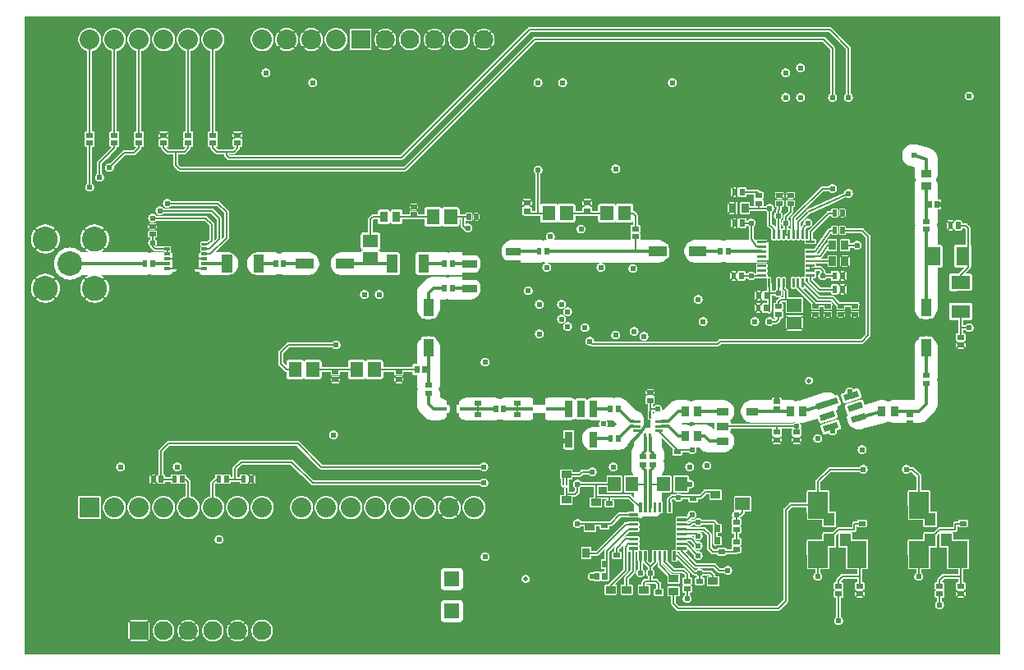
<source format=gbr>
G04 start of page 2 for group 0 idx 0 *
G04 Title: (unknown), top *
G04 Creator: pcb 1.99z *
G04 CreationDate: Wed 29 Jul 2020 02:45:22 PM GMT UTC *
G04 For: mark *
G04 Format: Gerber/RS-274X *
G04 PCB-Dimensions (mil): 4300.00 3300.00 *
G04 PCB-Coordinate-Origin: lower left *
%MOIN*%
%FSLAX25Y25*%
%LNTOP*%
%ADD44C,0.0200*%
%ADD43C,0.1600*%
%ADD42C,0.0238*%
%ADD41R,0.0800X0.0800*%
%ADD40R,0.0440X0.0440*%
%ADD39C,0.0060*%
%ADD38R,0.0787X0.0787*%
%ADD37R,0.0098X0.0098*%
%ADD36C,0.0071*%
%ADD35R,0.0118X0.0118*%
%ADD34R,0.0236X0.0236*%
%ADD33R,0.0409X0.0409*%
%ADD32R,0.0500X0.0500*%
%ADD31R,0.0300X0.0300*%
%ADD30R,0.0394X0.0394*%
%ADD29R,0.0138X0.0138*%
%ADD28R,0.0400X0.0400*%
%ADD27R,0.0295X0.0295*%
%ADD26R,0.1000X0.1000*%
%ADD25R,0.0197X0.0197*%
%ADD24R,0.0512X0.0512*%
%ADD23C,0.1000*%
%ADD22C,0.0800*%
%ADD21C,0.0760*%
%ADD20C,0.0140*%
%ADD19C,0.0080*%
%ADD18C,0.0133*%
%ADD17C,0.0001*%
%ADD16C,0.0100*%
%ADD15C,0.1250*%
%ADD14C,0.0118*%
%ADD13C,0.0670*%
%ADD12C,0.0380*%
%ADD11C,0.0400*%
G54D11*G54D12*G54D11*G54D13*G54D11*G54D12*G54D14*G54D15*G54D14*G54D15*G54D14*G54D15*G54D14*G54D16*G54D14*G54D15*G54D14*G54D16*G54D14*G54D17*G36*
X243440Y198994D02*X250410D01*
X250413Y196885D01*
X250450Y196732D01*
X250510Y196587D01*
X250592Y196452D01*
X250695Y196333D01*
X250814Y196231D01*
X250949Y196148D01*
X251094Y196088D01*
X251247Y196051D01*
X251404Y196042D01*
X256679Y196051D01*
X256832Y196088D01*
X256977Y196148D01*
X257112Y196231D01*
X257231Y196333D01*
X257333Y196452D01*
X257416Y196587D01*
X257476Y196732D01*
X257506Y196857D01*
X257536Y196732D01*
X257596Y196587D01*
X257678Y196452D01*
X257781Y196333D01*
X257900Y196231D01*
X258035Y196148D01*
X258180Y196088D01*
X258333Y196051D01*
X258490Y196042D01*
X263765Y196051D01*
X263918Y196088D01*
X264063Y196148D01*
X264198Y196231D01*
X264317Y196333D01*
X264419Y196452D01*
X264502Y196587D01*
X264506Y196597D01*
Y195197D01*
X264027Y195196D01*
X263927Y195172D01*
X263833Y195133D01*
X263746Y195080D01*
X263668Y195013D01*
X263601Y194935D01*
X263548Y194848D01*
X263509Y194754D01*
X263485Y194654D01*
X263479Y194552D01*
X263485Y192482D01*
X263509Y192383D01*
X263548Y192288D01*
X263601Y192201D01*
X263668Y192123D01*
X263746Y192057D01*
X263833Y192003D01*
X263855Y191994D01*
X263833Y191985D01*
X263746Y191932D01*
X263668Y191865D01*
X263601Y191787D01*
X263548Y191700D01*
X263509Y191606D01*
X263485Y191506D01*
X263479Y191404D01*
X263485Y189334D01*
X263509Y189235D01*
X263540Y189159D01*
X243440D01*
Y191762D01*
X243443Y191762D01*
X243724Y191784D01*
X243998Y191849D01*
X244258Y191957D01*
X244498Y192104D01*
X244713Y192287D01*
X244896Y192502D01*
X245043Y192742D01*
X245151Y193002D01*
X245216Y193276D01*
X245233Y193557D01*
X245216Y193838D01*
X245151Y194112D01*
X245043Y194372D01*
X244896Y194612D01*
X244713Y194827D01*
X244498Y195010D01*
X244258Y195157D01*
X243998Y195265D01*
X243724Y195330D01*
X243443Y195353D01*
X243440Y195352D01*
Y198994D01*
G37*
G36*
X221544D02*X225967D01*
X226006Y198991D01*
X226045Y198994D01*
X226910D01*
X226913Y196885D01*
X226950Y196732D01*
X227010Y196587D01*
X227092Y196452D01*
X227195Y196333D01*
X227314Y196231D01*
X227449Y196148D01*
X227594Y196088D01*
X227747Y196051D01*
X227904Y196042D01*
X233179Y196051D01*
X233332Y196088D01*
X233477Y196148D01*
X233612Y196231D01*
X233731Y196333D01*
X233833Y196452D01*
X233916Y196587D01*
X233976Y196732D01*
X234006Y196857D01*
X234036Y196732D01*
X234096Y196587D01*
X234178Y196452D01*
X234281Y196333D01*
X234400Y196231D01*
X234535Y196148D01*
X234680Y196088D01*
X234833Y196051D01*
X234990Y196042D01*
X240265Y196051D01*
X240418Y196088D01*
X240563Y196148D01*
X240698Y196231D01*
X240817Y196333D01*
X240919Y196452D01*
X241002Y196587D01*
X241062Y196732D01*
X241099Y196885D01*
X241108Y197042D01*
X241105Y198994D01*
X243440D01*
Y195352D01*
X243162Y195330D01*
X242888Y195265D01*
X242628Y195157D01*
X242388Y195010D01*
X242173Y194827D01*
X241990Y194612D01*
X241843Y194372D01*
X241735Y194112D01*
X241670Y193838D01*
X241647Y193557D01*
X241670Y193276D01*
X241735Y193002D01*
X241843Y192742D01*
X241990Y192502D01*
X242173Y192287D01*
X242388Y192104D01*
X242628Y191957D01*
X242888Y191849D01*
X243162Y191784D01*
X243440Y191762D01*
Y189159D01*
X232199D01*
X232276Y189224D01*
X232459Y189439D01*
X232606Y189679D01*
X232714Y189939D01*
X232779Y190213D01*
X232796Y190494D01*
X232779Y190775D01*
X232714Y191049D01*
X232606Y191309D01*
X232459Y191549D01*
X232276Y191764D01*
X232061Y191947D01*
X231821Y192094D01*
X231561Y192202D01*
X231287Y192268D01*
X231006Y192290D01*
X230725Y192268D01*
X230451Y192202D01*
X230191Y192094D01*
X229951Y191947D01*
X229736Y191764D01*
X229553Y191549D01*
X229406Y191309D01*
X229298Y191049D01*
X229232Y190775D01*
X229210Y190494D01*
X229232Y190213D01*
X229298Y189939D01*
X229406Y189679D01*
X229553Y189439D01*
X229736Y189224D01*
X229813Y189159D01*
X229580D01*
X228848Y189116D01*
X228134Y188944D01*
X228006Y188891D01*
X227878Y188944D01*
X227164Y189116D01*
X226432Y189159D01*
X221544D01*
Y198994D01*
G37*
G36*
X256503Y103954D02*X256877Y104044D01*
X256969Y104082D01*
X257060Y104044D01*
X257774Y103872D01*
X258506Y103815D01*
X259238Y103872D01*
X259952Y104044D01*
X260630Y104325D01*
X261256Y104708D01*
X261805Y105195D01*
X264857Y108248D01*
Y105404D01*
X264720Y105245D01*
X264720Y105244D01*
X264720Y105244D01*
X264569Y104997D01*
X264337Y104618D01*
X264336Y104618D01*
X264336Y104618D01*
X264221Y104339D01*
X264056Y103940D01*
X264055Y103940D01*
X264055Y103940D01*
X263979Y103622D01*
X263884Y103226D01*
X263884Y103226D01*
X263884Y103226D01*
X263827Y102494D01*
X263841Y102311D01*
Y101068D01*
X263884Y100336D01*
X264056Y99622D01*
X264109Y99494D01*
X264056Y99366D01*
X263884Y98652D01*
X263841Y97920D01*
Y96677D01*
X263827Y96494D01*
X263884Y95762D01*
X264056Y95048D01*
X264337Y94370D01*
X264720Y93744D01*
X264841Y93602D01*
Y93544D01*
X261396Y93541D01*
X261304Y93518D01*
X261217Y93482D01*
X261136Y93433D01*
X261064Y93372D01*
X261003Y93300D01*
X260954Y93219D01*
X260918Y93132D01*
X260895Y93040D01*
X260890Y92946D01*
X260895Y86948D01*
X260918Y86856D01*
X260954Y86769D01*
X261003Y86688D01*
X261064Y86617D01*
X261136Y86555D01*
X261217Y86506D01*
X261304Y86470D01*
X261396Y86448D01*
X261490Y86442D01*
X264841Y86446D01*
Y84636D01*
X263804Y85674D01*
X263778Y85703D01*
X263659Y85806D01*
X263658Y85806D01*
X263524Y85888D01*
X263379Y85948D01*
X263226Y85985D01*
X263069Y85997D01*
X263030Y85994D01*
X256503D01*
Y86444D01*
X259616Y86448D01*
X259708Y86470D01*
X259795Y86506D01*
X259876Y86555D01*
X259947Y86617D01*
X260009Y86688D01*
X260058Y86769D01*
X260094Y86856D01*
X260116Y86948D01*
X260122Y87042D01*
X260116Y93040D01*
X260094Y93132D01*
X260058Y93219D01*
X260009Y93300D01*
X259947Y93372D01*
X259876Y93433D01*
X259795Y93482D01*
X259708Y93518D01*
X259616Y93541D01*
X259522Y93546D01*
X256503Y93543D01*
Y95199D01*
X256506Y95199D01*
X256787Y95221D01*
X257061Y95286D01*
X257321Y95394D01*
X257561Y95541D01*
X257776Y95724D01*
X257959Y95939D01*
X258106Y96179D01*
X258214Y96439D01*
X258279Y96713D01*
X258296Y96994D01*
X258279Y97275D01*
X258214Y97549D01*
X258106Y97809D01*
X257959Y98049D01*
X257776Y98264D01*
X257561Y98447D01*
X257321Y98594D01*
X257061Y98702D01*
X256787Y98768D01*
X256506Y98790D01*
X256503Y98789D01*
Y103954D01*
G37*
G36*
Y85994D02*X255045D01*
X255006Y85997D01*
X254967Y85994D01*
X250506D01*
Y88994D01*
X253808D01*
X253809Y86948D01*
X253832Y86856D01*
X253868Y86769D01*
X253917Y86688D01*
X253978Y86617D01*
X254050Y86555D01*
X254131Y86506D01*
X254218Y86470D01*
X254310Y86448D01*
X254404Y86442D01*
X256503Y86444D01*
Y85994D01*
G37*
G36*
X238003Y115829D02*X238506D01*
X239238Y115872D01*
X239952Y116044D01*
X240630Y116325D01*
X241187Y116666D01*
X241194Y116654D01*
X241297Y116535D01*
X241416Y116433D01*
X241551Y116350D01*
X241696Y116290D01*
X241849Y116253D01*
X242006Y116244D01*
X245163Y116253D01*
X245316Y116290D01*
X245461Y116350D01*
X245596Y116433D01*
X245715Y116535D01*
X245817Y116654D01*
X245825Y116666D01*
X246382Y116325D01*
X247060Y116044D01*
X247774Y115872D01*
X248506Y115829D01*
X251313D01*
X251236Y115764D01*
X251053Y115549D01*
X250906Y115309D01*
X250798Y115049D01*
X250732Y114775D01*
X250710Y114494D01*
X250732Y114213D01*
X250798Y113939D01*
X250906Y113679D01*
X251053Y113439D01*
X251236Y113224D01*
X251313Y113159D01*
X248506D01*
X247774Y113116D01*
X247060Y112944D01*
X246382Y112663D01*
X245755Y112280D01*
X245197Y111803D01*
X244720Y111245D01*
X244337Y110618D01*
X244056Y109940D01*
X243884Y109226D01*
X243827Y108494D01*
X243884Y107762D01*
X244056Y107048D01*
X244337Y106370D01*
X244720Y105744D01*
X245197Y105185D01*
X245755Y104708D01*
X246026Y104543D01*
X246052Y104434D01*
X246112Y104289D01*
X246194Y104154D01*
X246297Y104035D01*
X246416Y103933D01*
X246551Y103850D01*
X246696Y103790D01*
X246849Y103753D01*
X247006Y103744D01*
X250163Y103753D01*
X250316Y103790D01*
X250410Y103829D01*
X255431D01*
X256163Y103872D01*
X256503Y103954D01*
Y98789D01*
X256225Y98768D01*
X255951Y98702D01*
X255691Y98594D01*
X255451Y98447D01*
X255236Y98264D01*
X255053Y98049D01*
X254906Y97809D01*
X254798Y97549D01*
X254732Y97275D01*
X254710Y96994D01*
X254732Y96713D01*
X254798Y96439D01*
X254906Y96179D01*
X255053Y95939D01*
X255236Y95724D01*
X255451Y95541D01*
X255691Y95394D01*
X255951Y95286D01*
X256225Y95221D01*
X256503Y95199D01*
Y93543D01*
X254310Y93541D01*
X254218Y93518D01*
X254131Y93482D01*
X254050Y93433D01*
X253978Y93372D01*
X253917Y93300D01*
X253868Y93219D01*
X253832Y93132D01*
X253809Y93040D01*
X253804Y92946D01*
X253806Y90994D01*
X249545D01*
X249506Y90997D01*
X249467Y90994D01*
X243492D01*
X243459Y91049D01*
X243276Y91264D01*
X243061Y91447D01*
X242821Y91594D01*
X242561Y91702D01*
X242287Y91768D01*
X242006Y91790D01*
X241725Y91768D01*
X241451Y91702D01*
X241191Y91594D01*
X240951Y91447D01*
X240736Y91264D01*
X240553Y91049D01*
X240406Y90809D01*
X240298Y90549D01*
X240232Y90275D01*
X240210Y89994D01*
X240232Y89713D01*
X240298Y89439D01*
X240406Y89179D01*
X240553Y88939D01*
X240736Y88724D01*
X240951Y88541D01*
X241006Y88508D01*
Y87408D01*
X240592Y86994D01*
X238696D01*
Y88304D01*
X238687Y88461D01*
X238650Y88614D01*
X238590Y88759D01*
X238508Y88894D01*
X238422Y88994D01*
X238508Y89095D01*
X238590Y89229D01*
X238650Y89374D01*
X238687Y89527D01*
X238696Y89684D01*
Y91863D01*
X239568Y91865D01*
X239660Y91887D01*
X239747Y91923D01*
X239828Y91972D01*
X239899Y92034D01*
X239961Y92105D01*
X240010Y92186D01*
X240046Y92273D01*
X240068Y92365D01*
X240074Y92459D01*
X240073Y92994D01*
X242967D01*
X243006Y92991D01*
X243162Y93003D01*
X243163Y93003D01*
X243316Y93040D01*
X243461Y93100D01*
X243596Y93183D01*
X243715Y93285D01*
X243741Y93315D01*
X244420Y93994D01*
X246519D01*
X246553Y93939D01*
X246736Y93724D01*
X246951Y93541D01*
X247191Y93394D01*
X247451Y93286D01*
X247725Y93221D01*
X248006Y93199D01*
X248287Y93221D01*
X248561Y93286D01*
X248821Y93394D01*
X249061Y93541D01*
X249276Y93724D01*
X249459Y93939D01*
X249606Y94179D01*
X249714Y94439D01*
X249779Y94713D01*
X249796Y94994D01*
X249779Y95275D01*
X249714Y95549D01*
X249606Y95809D01*
X249459Y96049D01*
X249276Y96264D01*
X249061Y96447D01*
X248821Y96594D01*
X248561Y96702D01*
X248287Y96768D01*
X248006Y96790D01*
X247725Y96768D01*
X247451Y96702D01*
X247191Y96594D01*
X246951Y96447D01*
X246736Y96264D01*
X246553Y96049D01*
X246519Y95994D01*
X244045D01*
X244006Y95997D01*
X243849Y95985D01*
X243696Y95948D01*
X243551Y95888D01*
X243416Y95806D01*
X243416Y95805D01*
X243297Y95703D01*
X243271Y95674D01*
X242592Y94994D01*
X240069D01*
X240068Y95505D01*
X240046Y95597D01*
X240010Y95684D01*
X239961Y95765D01*
X239899Y95837D01*
X239828Y95898D01*
X239747Y95947D01*
X239660Y95983D01*
X239568Y96006D01*
X239474Y96011D01*
X238003Y96009D01*
Y103996D01*
X240124Y104001D01*
X240238Y104029D01*
X240347Y104074D01*
X240448Y104135D01*
X240538Y104212D01*
X240615Y104302D01*
X240676Y104403D01*
X240721Y104512D01*
X240749Y104626D01*
X240756Y104744D01*
X240749Y111362D01*
X240721Y111477D01*
X240676Y111586D01*
X240615Y111686D01*
X240538Y111776D01*
X240448Y111853D01*
X240347Y111914D01*
X240238Y111960D01*
X240124Y111987D01*
X240006Y111994D01*
X238003Y111990D01*
Y115829D01*
G37*
G36*
X245003Y88994D02*X248506D01*
Y85033D01*
X248503Y84994D01*
X248506Y84955D01*
Y84625D01*
X247444Y84624D01*
X247352Y84601D01*
X247265Y84565D01*
X247184Y84516D01*
X247112Y84455D01*
X247051Y84383D01*
X247002Y84302D01*
X246966Y84215D01*
X246943Y84123D01*
X246938Y84029D01*
X246943Y80983D01*
X246966Y80891D01*
X247002Y80804D01*
X247051Y80723D01*
X247112Y80652D01*
X247184Y80590D01*
X247265Y80541D01*
X247352Y80505D01*
X247444Y80483D01*
X247538Y80477D01*
X251568Y80483D01*
X251660Y80505D01*
X251747Y80541D01*
X251828Y80590D01*
X251899Y80652D01*
X251961Y80723D01*
X252010Y80804D01*
X252046Y80891D01*
X252068Y80983D01*
X252074Y81077D01*
X252069Y83994D01*
X254006D01*
Y83647D01*
X253535Y83647D01*
X253443Y83624D01*
X253356Y83588D01*
X253275Y83539D01*
X253203Y83478D01*
X253142Y83406D01*
X253093Y83325D01*
X253057Y83238D01*
X253034Y83146D01*
X253029Y83052D01*
X253034Y80990D01*
X253057Y80898D01*
X253093Y80811D01*
X253142Y80730D01*
X253203Y80659D01*
X253275Y80597D01*
X253356Y80548D01*
X253443Y80512D01*
X253535Y80490D01*
X253629Y80484D01*
X256477Y80490D01*
X256569Y80512D01*
X256656Y80548D01*
X256737Y80597D01*
X256808Y80659D01*
X256870Y80730D01*
X256919Y80811D01*
X256955Y80898D01*
X256977Y80990D01*
X256983Y81084D01*
X256977Y83146D01*
X256955Y83238D01*
X256919Y83325D01*
X256870Y83406D01*
X256808Y83478D01*
X256737Y83539D01*
X256656Y83588D01*
X256569Y83624D01*
X256477Y83647D01*
X256383Y83652D01*
X256006Y83651D01*
Y83994D01*
X262655D01*
X264841Y81808D01*
Y80494D01*
X264884Y79762D01*
X265056Y79048D01*
X265179Y78750D01*
X262672Y78746D01*
X262580Y78724D01*
X262493Y78688D01*
X262412Y78638D01*
X262340Y78577D01*
X262326Y78561D01*
X259112D01*
X259073Y78564D01*
X258916Y78552D01*
X258763Y78515D01*
X258617Y78455D01*
X258483Y78373D01*
X258483Y78372D01*
X258364Y78270D01*
X258338Y78241D01*
X255092Y74994D01*
X245003D01*
Y88994D01*
G37*
G36*
X353162Y55383D02*X355506Y55385D01*
Y53494D01*
X353162D01*
Y55383D01*
G37*
G36*
Y191994D02*X357092D01*
X359006Y190080D01*
Y150908D01*
X357092Y148994D01*
X353162D01*
Y157586D01*
X355938Y157589D01*
X355991Y157602D01*
X356042Y157623D01*
X356089Y157652D01*
X356131Y157688D01*
X356167Y157730D01*
X356196Y157777D01*
X356217Y157828D01*
X356230Y157881D01*
X356233Y157936D01*
X356230Y159959D01*
X356217Y160013D01*
X356196Y160063D01*
X356167Y160110D01*
X356131Y160152D01*
X356089Y160188D01*
X356042Y160217D01*
X355991Y160238D01*
X355938Y160251D01*
X355883Y160254D01*
X353162Y160251D01*
Y160734D01*
X355938Y160737D01*
X355991Y160750D01*
X356042Y160771D01*
X356089Y160800D01*
X356131Y160836D01*
X356167Y160878D01*
X356196Y160925D01*
X356217Y160976D01*
X356230Y161029D01*
X356233Y161084D01*
X356231Y162303D01*
X356317Y162404D01*
X356400Y162539D01*
X356460Y162684D01*
X356497Y162837D01*
X356509Y162994D01*
X356497Y163151D01*
X356460Y163304D01*
X356400Y163449D01*
X356317Y163584D01*
X356215Y163703D01*
X356096Y163806D01*
X355961Y163888D01*
X355816Y163948D01*
X355663Y163985D01*
X355506Y163994D01*
X353162D01*
Y185994D01*
X354019D01*
X354053Y185939D01*
X354236Y185724D01*
X354451Y185541D01*
X354691Y185394D01*
X354951Y185286D01*
X355225Y185221D01*
X355506Y185199D01*
X355787Y185221D01*
X356061Y185286D01*
X356321Y185394D01*
X356561Y185541D01*
X356776Y185724D01*
X356959Y185939D01*
X357106Y186179D01*
X357214Y186439D01*
X357279Y186713D01*
X357296Y186994D01*
X357279Y187275D01*
X357214Y187549D01*
X357106Y187809D01*
X356959Y188049D01*
X356776Y188264D01*
X356561Y188447D01*
X356321Y188594D01*
X356061Y188702D01*
X355787Y188768D01*
X355506Y188790D01*
X355225Y188768D01*
X354951Y188702D01*
X354691Y188594D01*
X354451Y188447D01*
X354236Y188264D01*
X354053Y188049D01*
X354019Y187994D01*
X353162D01*
Y191994D01*
G37*
G36*
X397781Y177757D02*X398857Y177759D01*
X397781Y176683D01*
Y177757D01*
G37*
G36*
Y193003D02*X397860Y193036D01*
X397947Y193090D01*
X398025Y193156D01*
X398091Y193234D01*
X398145Y193321D01*
X398184Y193416D01*
X398208Y193515D01*
X398214Y193617D01*
X398213Y193994D01*
X399092D01*
X399506Y193580D01*
Y187232D01*
X397781Y187228D01*
Y193003D01*
G37*
G36*
X401003Y279994D02*X413506D01*
Y20994D01*
X401003D01*
Y151699D01*
X401006Y151699D01*
X401287Y151721D01*
X401561Y151786D01*
X401821Y151894D01*
X402061Y152041D01*
X402276Y152224D01*
X402459Y152439D01*
X402606Y152679D01*
X402714Y152939D01*
X402779Y153213D01*
X402796Y153494D01*
X402779Y153775D01*
X402714Y154049D01*
X402606Y154309D01*
X402459Y154549D01*
X402276Y154764D01*
X402061Y154947D01*
X401821Y155094D01*
X401561Y155202D01*
X401287Y155268D01*
X401006Y155290D01*
X401003Y155289D01*
Y156539D01*
X401403Y156539D01*
X401556Y156576D01*
X401701Y156636D01*
X401836Y156719D01*
X401955Y156821D01*
X402057Y156940D01*
X402140Y157075D01*
X402200Y157220D01*
X402237Y157373D01*
X402246Y157530D01*
X402237Y162805D01*
X402200Y162958D01*
X402140Y163103D01*
X402057Y163238D01*
X401955Y163357D01*
X401836Y163460D01*
X401701Y163542D01*
X401556Y163602D01*
X401403Y163639D01*
X401246Y163648D01*
X401003Y163648D01*
Y168349D01*
X401403Y168349D01*
X401556Y168386D01*
X401701Y168446D01*
X401836Y168529D01*
X401955Y168631D01*
X402057Y168750D01*
X402140Y168885D01*
X402200Y169030D01*
X402237Y169183D01*
X402246Y169340D01*
X402237Y174615D01*
X402200Y174768D01*
X402140Y174913D01*
X402057Y175048D01*
X401955Y175167D01*
X401836Y175270D01*
X401701Y175352D01*
X401556Y175412D01*
X401403Y175449D01*
X401246Y175458D01*
X401003Y175458D01*
Y177077D01*
X401185Y177259D01*
X401215Y177285D01*
X401317Y177404D01*
X401317Y177404D01*
X401400Y177539D01*
X401460Y177684D01*
X401497Y177837D01*
X401502Y177907D01*
X401560Y177943D01*
X401679Y178045D01*
X401781Y178164D01*
X401864Y178299D01*
X401924Y178444D01*
X401961Y178597D01*
X401970Y178754D01*
X401961Y186391D01*
X401924Y186544D01*
X401864Y186689D01*
X401781Y186824D01*
X401679Y186943D01*
X401560Y187046D01*
X401506Y187078D01*
Y193955D01*
X401509Y193994D01*
X401497Y194151D01*
X401460Y194304D01*
X401400Y194449D01*
X401317Y194584D01*
X401317Y194584D01*
X401215Y194703D01*
X401185Y194729D01*
X401003Y194911D01*
Y245699D01*
X401006Y245699D01*
X401287Y245721D01*
X401561Y245786D01*
X401821Y245894D01*
X402061Y246041D01*
X402276Y246224D01*
X402459Y246439D01*
X402606Y246679D01*
X402714Y246939D01*
X402779Y247213D01*
X402796Y247494D01*
X402779Y247775D01*
X402714Y248049D01*
X402606Y248309D01*
X402459Y248549D01*
X402276Y248764D01*
X402061Y248947D01*
X401821Y249094D01*
X401561Y249202D01*
X401287Y249268D01*
X401006Y249290D01*
X401003Y249289D01*
Y279994D01*
G37*
G36*
Y175458D02*X399382Y175456D01*
X401003Y177077D01*
Y175458D01*
G37*
G36*
Y163648D02*X397781Y163644D01*
Y168345D01*
X401003Y168349D01*
Y163648D01*
G37*
G36*
Y155289D02*X400725Y155268D01*
X400451Y155202D01*
X400191Y155094D01*
X399951Y154947D01*
X399736Y154764D01*
X399553Y154549D01*
X399519Y154494D01*
X398506D01*
Y156536D01*
X401003Y156539D01*
Y155289D01*
G37*
G36*
Y20994D02*X397781D01*
Y43839D01*
X398977Y43842D01*
X399069Y43864D01*
X399156Y43900D01*
X399237Y43949D01*
X399308Y44011D01*
X399370Y44082D01*
X399419Y44163D01*
X399455Y44250D01*
X399477Y44342D01*
X399483Y44436D01*
X399477Y46498D01*
X399455Y46590D01*
X399419Y46677D01*
X399370Y46758D01*
X399308Y46830D01*
X399237Y46891D01*
X399156Y46940D01*
X399069Y46976D01*
X398996Y46994D01*
X399069Y47012D01*
X399156Y47048D01*
X399237Y47097D01*
X399308Y47159D01*
X399370Y47230D01*
X399419Y47311D01*
X399455Y47398D01*
X399477Y47490D01*
X399483Y47584D01*
X399477Y49646D01*
X399455Y49738D01*
X399419Y49825D01*
X399370Y49906D01*
X399308Y49978D01*
X399237Y50039D01*
X399156Y50088D01*
X399069Y50124D01*
X398977Y50147D01*
X398883Y50152D01*
X398506Y50151D01*
Y52455D01*
X398509Y52494D01*
X398506Y52533D01*
Y55387D01*
X400411Y55388D01*
X400503Y55410D01*
X400590Y55446D01*
X400671Y55495D01*
X400742Y55557D01*
X400804Y55629D01*
X400853Y55709D01*
X400889Y55796D01*
X400911Y55888D01*
X400917Y55982D01*
X400911Y67100D01*
X400889Y67192D01*
X400853Y67279D01*
X400804Y67360D01*
X400742Y67431D01*
X400671Y67493D01*
X400590Y67542D01*
X400503Y67578D01*
X400411Y67600D01*
X400317Y67606D01*
X397781Y67604D01*
Y72411D01*
X399977Y72416D01*
X400069Y72438D01*
X400156Y72474D01*
X400237Y72523D01*
X400308Y72585D01*
X400370Y72656D01*
X400419Y72737D01*
X400455Y72824D01*
X400477Y72916D01*
X400483Y73010D01*
X400477Y75072D01*
X400455Y75164D01*
X400419Y75251D01*
X400370Y75332D01*
X400308Y75404D01*
X400237Y75465D01*
X400156Y75514D01*
X400069Y75551D01*
X399977Y75573D01*
X399883Y75578D01*
X397781Y75574D01*
Y144814D01*
X398981Y144817D01*
X399077Y144840D01*
X399168Y144877D01*
X399251Y144929D01*
X399326Y144993D01*
X399390Y145068D01*
X399442Y145151D01*
X399479Y145242D01*
X399502Y145338D01*
X399508Y145436D01*
X399502Y147502D01*
X399479Y147598D01*
X399442Y147689D01*
X399390Y147773D01*
X399326Y147847D01*
X399251Y147911D01*
X399168Y147963D01*
X399092Y147994D01*
X399168Y148025D01*
X399251Y148077D01*
X399326Y148141D01*
X399390Y148216D01*
X399442Y148299D01*
X399479Y148390D01*
X399502Y148486D01*
X399508Y148584D01*
X399502Y150650D01*
X399479Y150746D01*
X399442Y150837D01*
X399390Y150921D01*
X399326Y150995D01*
X399251Y151059D01*
X399168Y151111D01*
X399077Y151148D01*
X398981Y151171D01*
X398883Y151177D01*
X398506Y151176D01*
Y152494D01*
X399519D01*
X399553Y152439D01*
X399736Y152224D01*
X399951Y152041D01*
X400191Y151894D01*
X400451Y151786D01*
X400725Y151721D01*
X401003Y151699D01*
Y20994D01*
G37*
G36*
X397781Y279994D02*X401003D01*
Y249289D01*
X400725Y249268D01*
X400451Y249202D01*
X400191Y249094D01*
X399951Y248947D01*
X399736Y248764D01*
X399553Y248549D01*
X399406Y248309D01*
X399298Y248049D01*
X399232Y247775D01*
X399210Y247494D01*
X399232Y247213D01*
X399298Y246939D01*
X399406Y246679D01*
X399553Y246439D01*
X399736Y246224D01*
X399951Y246041D01*
X400191Y245894D01*
X400451Y245786D01*
X400725Y245721D01*
X401003Y245699D01*
Y194911D01*
X400241Y195673D01*
X400215Y195703D01*
X400096Y195806D01*
X399961Y195888D01*
X399816Y195948D01*
X399663Y195985D01*
X399663Y195985D01*
X399506Y195997D01*
X399467Y195994D01*
X398209D01*
X398208Y196473D01*
X398184Y196573D01*
X398145Y196667D01*
X398091Y196754D01*
X398025Y196832D01*
X397947Y196899D01*
X397860Y196952D01*
X397781Y196985D01*
Y279994D01*
G37*
G36*
Y67604D02*X394603Y67602D01*
X394600Y69988D01*
X394578Y70080D01*
X394542Y70167D01*
X394493Y70248D01*
X394431Y70320D01*
X394360Y70381D01*
X394279Y70430D01*
X394192Y70466D01*
X394100Y70489D01*
X394006Y70494D01*
X389512Y70489D01*
X389420Y70466D01*
X389333Y70430D01*
X389252Y70381D01*
X389180Y70320D01*
X389119Y70248D01*
X389070Y70167D01*
X389034Y70080D01*
X389011Y69988D01*
X389006Y69894D01*
X389011Y64600D01*
X389034Y64508D01*
X389070Y64421D01*
X389119Y64340D01*
X389180Y64269D01*
X389252Y64207D01*
X389333Y64158D01*
X389420Y64122D01*
X389512Y64100D01*
X389606Y64094D01*
X391844Y64097D01*
X391848Y55888D01*
X391871Y55796D01*
X391907Y55709D01*
X391956Y55629D01*
X392017Y55557D01*
X392089Y55495D01*
X392170Y55446D01*
X392257Y55410D01*
X392349Y55388D01*
X392443Y55382D01*
X396506Y55385D01*
Y53494D01*
X390545D01*
X390506Y53497D01*
X390349Y53485D01*
X390196Y53448D01*
X390051Y53388D01*
X389916Y53306D01*
X389916Y53305D01*
X389797Y53203D01*
X389771Y53174D01*
X388326Y51729D01*
X388297Y51703D01*
X388289Y51694D01*
Y69504D01*
X389379Y70594D01*
X395371D01*
X395406Y70591D01*
X395547Y70602D01*
X395685Y70636D01*
X395816Y70690D01*
X395937Y70764D01*
X396044Y70856D01*
X396136Y70963D01*
X396210Y71084D01*
X396264Y71215D01*
X396298Y71353D01*
X396309Y71494D01*
X396306Y71529D01*
Y72894D01*
X396506D01*
X396539Y72896D01*
X396557Y72824D01*
X396593Y72737D01*
X396642Y72656D01*
X396703Y72585D01*
X396775Y72523D01*
X396856Y72474D01*
X396943Y72438D01*
X397035Y72416D01*
X397129Y72410D01*
X397781Y72411D01*
Y67604D01*
G37*
G36*
Y20994D02*X388289D01*
Y39354D01*
X388451Y39286D01*
X388725Y39221D01*
X389006Y39199D01*
X389287Y39221D01*
X389561Y39286D01*
X389821Y39394D01*
X390061Y39541D01*
X390276Y39724D01*
X390459Y39939D01*
X390606Y40179D01*
X390714Y40439D01*
X390779Y40713D01*
X390796Y40994D01*
X390779Y41275D01*
X390714Y41549D01*
X390606Y41809D01*
X390459Y42049D01*
X390276Y42264D01*
X390061Y42447D01*
X390006Y42481D01*
Y43841D01*
X390477Y43842D01*
X390569Y43864D01*
X390656Y43900D01*
X390737Y43949D01*
X390808Y44011D01*
X390870Y44082D01*
X390919Y44163D01*
X390955Y44250D01*
X390977Y44342D01*
X390983Y44436D01*
X390977Y46498D01*
X390955Y46590D01*
X390919Y46677D01*
X390870Y46758D01*
X390808Y46830D01*
X390737Y46891D01*
X390656Y46940D01*
X390569Y46976D01*
X390496Y46994D01*
X390569Y47012D01*
X390656Y47048D01*
X390737Y47097D01*
X390808Y47159D01*
X390870Y47230D01*
X390919Y47311D01*
X390955Y47398D01*
X390977Y47490D01*
X390983Y47584D01*
X390977Y49646D01*
X390955Y49738D01*
X390919Y49825D01*
X390870Y49906D01*
X390808Y49978D01*
X390737Y50039D01*
X390656Y50088D01*
X390569Y50124D01*
X390477Y50147D01*
X390383Y50152D01*
X390006Y50151D01*
Y50580D01*
X390920Y51494D01*
X396506D01*
Y50147D01*
X396035Y50147D01*
X395943Y50124D01*
X395856Y50088D01*
X395775Y50039D01*
X395703Y49978D01*
X395642Y49906D01*
X395593Y49825D01*
X395557Y49738D01*
X395534Y49646D01*
X395529Y49552D01*
X395534Y47490D01*
X395557Y47398D01*
X395593Y47311D01*
X395642Y47230D01*
X395703Y47159D01*
X395775Y47097D01*
X395856Y47048D01*
X395943Y47012D01*
X396016Y46994D01*
X395943Y46976D01*
X395856Y46940D01*
X395775Y46891D01*
X395703Y46830D01*
X395642Y46758D01*
X395593Y46677D01*
X395557Y46590D01*
X395534Y46498D01*
X395529Y46404D01*
X395534Y44342D01*
X395557Y44250D01*
X395593Y44163D01*
X395642Y44082D01*
X395703Y44011D01*
X395775Y43949D01*
X395856Y43900D01*
X395943Y43864D01*
X396035Y43842D01*
X396129Y43836D01*
X397781Y43839D01*
Y20994D01*
G37*
G36*
X388289Y279994D02*X397781D01*
Y196985D01*
X397765Y196991D01*
X397666Y197015D01*
X397564Y197021D01*
X395494Y197015D01*
X395394Y196991D01*
X395300Y196952D01*
X395213Y196899D01*
X395135Y196832D01*
X395068Y196754D01*
X395015Y196667D01*
X395006Y196645D01*
X394997Y196667D01*
X394943Y196754D01*
X394877Y196832D01*
X394799Y196899D01*
X394712Y196952D01*
X394617Y196991D01*
X394518Y197015D01*
X394416Y197021D01*
X392346Y197015D01*
X392246Y196991D01*
X392152Y196952D01*
X392065Y196899D01*
X391987Y196832D01*
X391920Y196754D01*
X391867Y196667D01*
X391828Y196573D01*
X391804Y196473D01*
X391798Y196371D01*
X391804Y193515D01*
X391828Y193416D01*
X391867Y193321D01*
X391920Y193234D01*
X391987Y193156D01*
X392065Y193090D01*
X392152Y193036D01*
X392246Y192997D01*
X392346Y192973D01*
X392448Y192967D01*
X394518Y192973D01*
X394617Y192997D01*
X394712Y193036D01*
X394799Y193090D01*
X394877Y193156D01*
X394943Y193234D01*
X394997Y193321D01*
X395006Y193343D01*
X395015Y193321D01*
X395068Y193234D01*
X395135Y193156D01*
X395213Y193090D01*
X395300Y193036D01*
X395394Y192997D01*
X395494Y192973D01*
X395596Y192967D01*
X397666Y192973D01*
X397765Y192997D01*
X397781Y193003D01*
Y187228D01*
X395695Y187225D01*
X395542Y187188D01*
X395397Y187128D01*
X395262Y187046D01*
X395143Y186943D01*
X395040Y186824D01*
X394958Y186689D01*
X394898Y186544D01*
X394861Y186391D01*
X394852Y186234D01*
X394861Y178597D01*
X394898Y178444D01*
X394958Y178299D01*
X395040Y178164D01*
X395143Y178045D01*
X395262Y177943D01*
X395397Y177860D01*
X395542Y177800D01*
X395695Y177763D01*
X395852Y177754D01*
X397781Y177757D01*
Y176683D01*
X396826Y175729D01*
X396797Y175703D01*
X396694Y175584D01*
X396614Y175452D01*
X393609Y175449D01*
X393456Y175412D01*
X393311Y175352D01*
X393176Y175270D01*
X393057Y175167D01*
X392954Y175048D01*
X392872Y174913D01*
X392812Y174768D01*
X392775Y174615D01*
X392766Y174458D01*
X392775Y169183D01*
X392812Y169030D01*
X392872Y168885D01*
X392954Y168750D01*
X393057Y168631D01*
X393176Y168529D01*
X393311Y168446D01*
X393456Y168386D01*
X393609Y168349D01*
X393766Y168340D01*
X397781Y168345D01*
Y163644D01*
X393609Y163639D01*
X393456Y163602D01*
X393311Y163542D01*
X393176Y163460D01*
X393057Y163357D01*
X392954Y163238D01*
X392872Y163103D01*
X392812Y162958D01*
X392775Y162805D01*
X392766Y162648D01*
X392775Y157373D01*
X392812Y157220D01*
X392872Y157075D01*
X392954Y156940D01*
X393057Y156821D01*
X393176Y156719D01*
X393311Y156636D01*
X393456Y156576D01*
X393609Y156539D01*
X393766Y156530D01*
X396506Y156533D01*
Y153533D01*
X396503Y153494D01*
X396506Y153455D01*
Y151172D01*
X396031Y151171D01*
X395935Y151148D01*
X395844Y151111D01*
X395760Y151059D01*
X395686Y150995D01*
X395622Y150921D01*
X395570Y150837D01*
X395533Y150746D01*
X395510Y150650D01*
X395504Y150552D01*
X395510Y148486D01*
X395533Y148390D01*
X395570Y148299D01*
X395622Y148216D01*
X395686Y148141D01*
X395760Y148077D01*
X395844Y148025D01*
X395920Y147994D01*
X395844Y147963D01*
X395760Y147911D01*
X395686Y147847D01*
X395622Y147773D01*
X395570Y147689D01*
X395533Y147598D01*
X395510Y147502D01*
X395504Y147404D01*
X395510Y145338D01*
X395533Y145242D01*
X395570Y145151D01*
X395622Y145068D01*
X395686Y144993D01*
X395760Y144929D01*
X395844Y144877D01*
X395935Y144840D01*
X396031Y144817D01*
X396129Y144811D01*
X397781Y144814D01*
Y75574D01*
X397035Y75573D01*
X396943Y75551D01*
X396856Y75514D01*
X396775Y75465D01*
X396703Y75404D01*
X396642Y75332D01*
X396593Y75251D01*
X396557Y75164D01*
X396534Y75072D01*
X396530Y74994D01*
X395506D01*
X395349Y74985D01*
X395196Y74948D01*
X395051Y74888D01*
X394916Y74806D01*
X394797Y74703D01*
X394694Y74584D01*
X394612Y74449D01*
X394552Y74304D01*
X394515Y74151D01*
X394503Y73994D01*
X394511Y73892D01*
X394503Y73794D01*
X394506Y73759D01*
Y72394D01*
X389041D01*
X389006Y72397D01*
X388865Y72386D01*
X388727Y72353D01*
X388596Y72298D01*
X388475Y72224D01*
X388368Y72132D01*
X388345Y72106D01*
X388289Y72050D01*
Y177762D01*
X389317Y177763D01*
X389470Y177800D01*
X389615Y177860D01*
X389750Y177943D01*
X389869Y178045D01*
X389971Y178164D01*
X390054Y178299D01*
X390114Y178444D01*
X390151Y178597D01*
X390160Y178754D01*
X390151Y186391D01*
X390114Y186544D01*
X390054Y186689D01*
X389971Y186824D01*
X389869Y186943D01*
X389750Y187046D01*
X389615Y187128D01*
X389470Y187188D01*
X389317Y187225D01*
X389160Y187234D01*
X388289Y187233D01*
Y201495D01*
X389162Y201498D01*
X389258Y201521D01*
X389349Y201558D01*
X389432Y201610D01*
X389507Y201674D01*
X389571Y201749D01*
X389623Y201832D01*
X389660Y201923D01*
X389683Y202019D01*
X389689Y202117D01*
X389683Y204969D01*
X389660Y205065D01*
X389623Y205156D01*
X389571Y205240D01*
X389507Y205314D01*
X389432Y205378D01*
X389349Y205430D01*
X389258Y205467D01*
X389162Y205490D01*
X389064Y205496D01*
X388289Y205494D01*
Y279994D01*
G37*
G36*
Y187233D02*X388171Y187232D01*
Y193494D01*
X388128Y194226D01*
X387956Y194940D01*
X387830Y195244D01*
X387956Y195548D01*
X388128Y196262D01*
X388171Y196994D01*
Y201495D01*
X388289Y201495D01*
Y187233D01*
G37*
G36*
X380858Y50738D02*X381061Y50786D01*
X381321Y50894D01*
X381561Y51041D01*
X381776Y51224D01*
X381959Y51439D01*
X382106Y51679D01*
X382214Y51939D01*
X382279Y52213D01*
X382296Y52494D01*
X382279Y52775D01*
X382214Y53049D01*
X382106Y53309D01*
X381959Y53549D01*
X381776Y53764D01*
X381561Y53947D01*
X381506Y53981D01*
Y55386D01*
X384663Y55388D01*
X384755Y55410D01*
X384842Y55446D01*
X384923Y55495D01*
X384994Y55557D01*
X385056Y55629D01*
X385105Y55709D01*
X385141Y55796D01*
X385163Y55888D01*
X385169Y55982D01*
X385165Y64097D01*
X387500Y64100D01*
X387592Y64122D01*
X387679Y64158D01*
X387760Y64207D01*
X387831Y64269D01*
X387893Y64340D01*
X387942Y64421D01*
X387978Y64508D01*
X388000Y64600D01*
X388006Y64694D01*
X388001Y69217D01*
X388289Y69504D01*
Y51694D01*
X388194Y51584D01*
X388112Y51449D01*
X388052Y51304D01*
X388015Y51151D01*
X388015Y51151D01*
X388003Y50994D01*
X388006Y50955D01*
Y50147D01*
X387535Y50147D01*
X387443Y50124D01*
X387356Y50088D01*
X387275Y50039D01*
X387203Y49978D01*
X387142Y49906D01*
X387093Y49825D01*
X387057Y49738D01*
X387034Y49646D01*
X387029Y49552D01*
X387034Y47490D01*
X387057Y47398D01*
X387093Y47311D01*
X387142Y47230D01*
X387203Y47159D01*
X387275Y47097D01*
X387356Y47048D01*
X387443Y47012D01*
X387516Y46994D01*
X387443Y46976D01*
X387356Y46940D01*
X387275Y46891D01*
X387203Y46830D01*
X387142Y46758D01*
X387093Y46677D01*
X387057Y46590D01*
X387034Y46498D01*
X387029Y46404D01*
X387034Y44342D01*
X387057Y44250D01*
X387093Y44163D01*
X387142Y44082D01*
X387203Y44011D01*
X387275Y43949D01*
X387356Y43900D01*
X387443Y43864D01*
X387535Y43842D01*
X387629Y43836D01*
X388006Y43837D01*
Y42481D01*
X387951Y42447D01*
X387736Y42264D01*
X387553Y42049D01*
X387406Y41809D01*
X387298Y41549D01*
X387232Y41275D01*
X387210Y40994D01*
X387232Y40713D01*
X387298Y40439D01*
X387406Y40179D01*
X387553Y39939D01*
X387736Y39724D01*
X387951Y39541D01*
X388191Y39394D01*
X388289Y39354D01*
Y20994D01*
X380858D01*
Y50738D01*
G37*
G36*
Y157282D02*X380916Y157233D01*
X381051Y157150D01*
X381196Y157090D01*
X381349Y157053D01*
X381506Y157044D01*
X382056Y157045D01*
X382060Y157044D01*
X382774Y156872D01*
X383506Y156815D01*
X384238Y156872D01*
X384952Y157044D01*
X384971Y157052D01*
X385663Y157053D01*
X385816Y157090D01*
X385961Y157150D01*
X386096Y157233D01*
X386215Y157335D01*
X386317Y157454D01*
X386400Y157589D01*
X386460Y157734D01*
X386497Y157887D01*
X386498Y157915D01*
X386815Y158185D01*
X387292Y158744D01*
X387675Y159370D01*
X387956Y160048D01*
X388128Y160762D01*
X388171Y161494D01*
Y177761D01*
X388289Y177762D01*
Y72050D01*
X386732Y70493D01*
X382912Y70489D01*
X382820Y70466D01*
X382733Y70430D01*
X382652Y70381D01*
X382580Y70320D01*
X382519Y70248D01*
X382470Y70167D01*
X382434Y70080D01*
X382411Y69988D01*
X382406Y69894D01*
X382408Y67604D01*
X380858Y67603D01*
Y75385D01*
X382409Y75386D01*
X382411Y73000D01*
X382434Y72908D01*
X382470Y72821D01*
X382519Y72740D01*
X382580Y72669D01*
X382652Y72607D01*
X382733Y72558D01*
X382820Y72522D01*
X382912Y72500D01*
X383006Y72494D01*
X387500Y72500D01*
X387592Y72522D01*
X387679Y72558D01*
X387760Y72607D01*
X387831Y72669D01*
X387893Y72740D01*
X387942Y72821D01*
X387978Y72908D01*
X388000Y73000D01*
X388006Y73094D01*
X388000Y78388D01*
X387978Y78480D01*
X387942Y78567D01*
X387893Y78648D01*
X387831Y78720D01*
X387760Y78781D01*
X387679Y78830D01*
X387592Y78866D01*
X387500Y78889D01*
X387406Y78894D01*
X385167Y78891D01*
X385163Y87100D01*
X385141Y87192D01*
X385105Y87279D01*
X385056Y87360D01*
X384994Y87431D01*
X384923Y87493D01*
X384842Y87542D01*
X384755Y87578D01*
X384663Y87600D01*
X384569Y87606D01*
X381632Y87604D01*
Y93329D01*
X381635Y93368D01*
X381623Y93525D01*
X381586Y93678D01*
X381526Y93824D01*
X381443Y93958D01*
X381443Y93958D01*
X381341Y94077D01*
X381311Y94103D01*
X380858Y94556D01*
Y114842D01*
X381238Y114872D01*
X381238Y114872D01*
X381952Y115044D01*
X382630Y115325D01*
X383256Y115708D01*
X383815Y116185D01*
X383934Y116325D01*
X386675Y119066D01*
X386815Y119185D01*
X387292Y119744D01*
X387675Y120370D01*
X387956Y121048D01*
X388128Y121762D01*
X388185Y122494D01*
X388171Y122677D01*
Y130920D01*
X388128Y131652D01*
X387956Y132366D01*
X387903Y132494D01*
X387956Y132622D01*
X388128Y133336D01*
X388171Y134068D01*
Y145344D01*
X388128Y146076D01*
X387956Y146790D01*
X387675Y147468D01*
X387292Y148095D01*
X386815Y148653D01*
X386497Y148924D01*
X386497Y149101D01*
X386460Y149254D01*
X386400Y149399D01*
X386317Y149534D01*
X386215Y149653D01*
X386096Y149756D01*
X385961Y149838D01*
X385816Y149898D01*
X385663Y149935D01*
X385506Y149944D01*
X384339Y149941D01*
X384238Y149966D01*
X383506Y150023D01*
X382774Y149966D01*
X382657Y149938D01*
X381349Y149935D01*
X381196Y149898D01*
X381051Y149838D01*
X380916Y149756D01*
X380858Y149706D01*
Y157282D01*
G37*
G36*
Y279994D02*X388289D01*
Y205494D01*
X388171Y205494D01*
Y210994D01*
X388128Y211726D01*
X387956Y212440D01*
X387675Y213118D01*
X387445Y213494D01*
X387675Y213870D01*
X387956Y214548D01*
X388128Y215262D01*
X388171Y215994D01*
Y221864D01*
X388184Y222100D01*
X388138Y222558D01*
X388128Y222726D01*
X388115Y222778D01*
X388110Y222831D01*
X388030Y223134D01*
X387956Y223440D01*
X387936Y223489D01*
X387922Y223541D01*
X387796Y223828D01*
X387675Y224118D01*
X387647Y224164D01*
X387626Y224213D01*
X387456Y224477D01*
X387292Y224745D01*
X387257Y224785D01*
X387228Y224830D01*
X387019Y225064D01*
X386815Y225303D01*
X386774Y225338D01*
X386739Y225377D01*
X386495Y225576D01*
X386256Y225780D01*
X386211Y225808D01*
X386170Y225841D01*
X385898Y225999D01*
X385630Y226163D01*
X385581Y226184D01*
X385535Y226211D01*
X385377Y226269D01*
X384952Y226444D01*
X384722Y226500D01*
X380858Y227659D01*
Y279994D01*
G37*
G36*
Y67603D02*X376601Y67600D01*
X376509Y67578D01*
X376422Y67542D01*
X376341Y67493D01*
X376269Y67431D01*
X376208Y67360D01*
X376159Y67279D01*
X376122Y67192D01*
X376100Y67100D01*
X376095Y67006D01*
X376100Y55888D01*
X376122Y55796D01*
X376159Y55709D01*
X376208Y55629D01*
X376269Y55557D01*
X376341Y55495D01*
X376422Y55446D01*
X376509Y55410D01*
X376601Y55388D01*
X376695Y55382D01*
X379506Y55384D01*
Y53981D01*
X379451Y53947D01*
X379236Y53764D01*
X379053Y53549D01*
X378906Y53309D01*
X378798Y53049D01*
X378732Y52775D01*
X378710Y52494D01*
X378732Y52213D01*
X378798Y51939D01*
X378906Y51679D01*
X379053Y51439D01*
X379236Y51224D01*
X379451Y51041D01*
X379691Y50894D01*
X379951Y50786D01*
X380225Y50721D01*
X380506Y50699D01*
X380787Y50721D01*
X380858Y50738D01*
Y20994D01*
X357503D01*
Y43841D01*
X357977Y43842D01*
X358069Y43864D01*
X358156Y43900D01*
X358237Y43949D01*
X358308Y44011D01*
X358370Y44082D01*
X358419Y44163D01*
X358455Y44250D01*
X358477Y44342D01*
X358483Y44436D01*
X358477Y46498D01*
X358455Y46590D01*
X358419Y46677D01*
X358370Y46758D01*
X358308Y46830D01*
X358237Y46891D01*
X358156Y46940D01*
X358069Y46976D01*
X357996Y46994D01*
X358069Y47012D01*
X358156Y47048D01*
X358237Y47097D01*
X358308Y47159D01*
X358370Y47230D01*
X358419Y47311D01*
X358455Y47398D01*
X358477Y47490D01*
X358483Y47584D01*
X358477Y49646D01*
X358455Y49738D01*
X358419Y49825D01*
X358370Y49906D01*
X358308Y49978D01*
X358237Y50039D01*
X358156Y50088D01*
X358069Y50124D01*
X357977Y50147D01*
X357883Y50152D01*
X357506Y50151D01*
Y52455D01*
X357509Y52494D01*
X357506Y52533D01*
Y55387D01*
X359411Y55388D01*
X359503Y55410D01*
X359590Y55446D01*
X359671Y55495D01*
X359742Y55557D01*
X359804Y55629D01*
X359853Y55709D01*
X359889Y55796D01*
X359911Y55888D01*
X359917Y55982D01*
X359911Y67100D01*
X359889Y67192D01*
X359853Y67279D01*
X359804Y67360D01*
X359742Y67431D01*
X359671Y67493D01*
X359590Y67542D01*
X359503Y67578D01*
X359411Y67600D01*
X359317Y67606D01*
X357503Y67605D01*
Y72413D01*
X358977Y72416D01*
X359069Y72438D01*
X359156Y72474D01*
X359237Y72523D01*
X359308Y72585D01*
X359370Y72656D01*
X359419Y72737D01*
X359455Y72824D01*
X359477Y72916D01*
X359483Y73010D01*
X359477Y75072D01*
X359455Y75164D01*
X359419Y75251D01*
X359370Y75332D01*
X359308Y75404D01*
X359237Y75465D01*
X359156Y75514D01*
X359069Y75551D01*
X358977Y75573D01*
X358883Y75578D01*
X357503Y75575D01*
Y94274D01*
X357725Y94221D01*
X358006Y94199D01*
X358287Y94221D01*
X358561Y94286D01*
X358821Y94394D01*
X359061Y94541D01*
X359276Y94724D01*
X359459Y94939D01*
X359606Y95179D01*
X359714Y95439D01*
X359779Y95713D01*
X359796Y95994D01*
X359779Y96275D01*
X359714Y96549D01*
X359606Y96809D01*
X359459Y97049D01*
X359276Y97264D01*
X359061Y97447D01*
X358821Y97594D01*
X358561Y97702D01*
X358287Y97768D01*
X358006Y97790D01*
X357725Y97768D01*
X357503Y97714D01*
Y102199D01*
X357506Y102199D01*
X357787Y102221D01*
X358061Y102286D01*
X358321Y102394D01*
X358561Y102541D01*
X358776Y102724D01*
X358959Y102939D01*
X359106Y103179D01*
X359214Y103439D01*
X359279Y103713D01*
X359296Y103994D01*
X359279Y104275D01*
X359214Y104549D01*
X359106Y104809D01*
X358959Y105049D01*
X358776Y105264D01*
X358561Y105447D01*
X358321Y105594D01*
X358061Y105702D01*
X357787Y105768D01*
X357506Y105790D01*
X357503Y105789D01*
Y112380D01*
X366777Y115006D01*
X367469Y115247D01*
X368074Y115586D01*
X368500Y115325D01*
X369178Y115044D01*
X369892Y114872D01*
X370624Y114829D01*
X380323D01*
X380506Y114815D01*
X380858Y114842D01*
Y94556D01*
X378741Y96673D01*
X378715Y96703D01*
X378596Y96806D01*
X378461Y96888D01*
X378316Y96948D01*
X378163Y96985D01*
X378163Y96985D01*
X378006Y96997D01*
X377967Y96994D01*
X376992D01*
X376959Y97049D01*
X376776Y97264D01*
X376561Y97447D01*
X376321Y97594D01*
X376061Y97702D01*
X375787Y97768D01*
X375506Y97790D01*
X375225Y97768D01*
X374951Y97702D01*
X374691Y97594D01*
X374451Y97447D01*
X374236Y97264D01*
X374053Y97049D01*
X373906Y96809D01*
X373798Y96549D01*
X373732Y96275D01*
X373710Y95994D01*
X373732Y95713D01*
X373798Y95439D01*
X373906Y95179D01*
X374053Y94939D01*
X374236Y94724D01*
X374451Y94541D01*
X374691Y94394D01*
X374951Y94286D01*
X375225Y94221D01*
X375506Y94199D01*
X375787Y94221D01*
X376061Y94286D01*
X376321Y94394D01*
X376561Y94541D01*
X376776Y94724D01*
X376959Y94939D01*
X376992Y94994D01*
X377592D01*
X379632Y92954D01*
Y87602D01*
X376601Y87600D01*
X376509Y87578D01*
X376422Y87542D01*
X376341Y87493D01*
X376269Y87431D01*
X376208Y87360D01*
X376159Y87279D01*
X376122Y87192D01*
X376100Y87100D01*
X376095Y87006D01*
X376100Y75888D01*
X376122Y75796D01*
X376159Y75709D01*
X376208Y75629D01*
X376269Y75557D01*
X376341Y75495D01*
X376422Y75446D01*
X376509Y75410D01*
X376601Y75388D01*
X376695Y75382D01*
X380858Y75385D01*
Y67603D01*
G37*
G36*
X357503Y97714D02*X357451Y97702D01*
X357191Y97594D01*
X356951Y97447D01*
X356736Y97264D01*
X356553Y97049D01*
X356519Y96994D01*
X353162D01*
Y113173D01*
X353189Y113148D01*
X353800Y112741D01*
X354467Y112434D01*
X355174Y112236D01*
X355903Y112150D01*
X356637Y112180D01*
X357353Y112337D01*
X357503Y112380D01*
Y105789D01*
X357225Y105768D01*
X356951Y105702D01*
X356691Y105594D01*
X356451Y105447D01*
X356236Y105264D01*
X356053Y105049D01*
X355906Y104809D01*
X355798Y104549D01*
X355732Y104275D01*
X355710Y103994D01*
X355732Y103713D01*
X355798Y103439D01*
X355906Y103179D01*
X356053Y102939D01*
X356236Y102724D01*
X356451Y102541D01*
X356691Y102394D01*
X356951Y102286D01*
X357225Y102221D01*
X357503Y102199D01*
Y97714D01*
G37*
G36*
Y75575D02*X356035Y75573D01*
X355943Y75551D01*
X355856Y75514D01*
X355775Y75465D01*
X355703Y75404D01*
X355642Y75332D01*
X355593Y75251D01*
X355557Y75164D01*
X355534Y75072D01*
X355530Y74994D01*
X354506D01*
X354349Y74985D01*
X354196Y74948D01*
X354051Y74888D01*
X353916Y74806D01*
X353797Y74703D01*
X353694Y74584D01*
X353612Y74449D01*
X353552Y74304D01*
X353515Y74151D01*
X353503Y73994D01*
X353511Y73892D01*
X353503Y73794D01*
X353506Y73759D01*
Y72394D01*
X353162D01*
Y94994D01*
X356519D01*
X356553Y94939D01*
X356736Y94724D01*
X356951Y94541D01*
X357191Y94394D01*
X357451Y94286D01*
X357503Y94274D01*
Y75575D01*
G37*
G36*
Y67605D02*X353603Y67602D01*
X353600Y69988D01*
X353578Y70080D01*
X353542Y70167D01*
X353493Y70248D01*
X353431Y70320D01*
X353360Y70381D01*
X353279Y70430D01*
X353192Y70466D01*
X353162Y70474D01*
Y70594D01*
X354371D01*
X354406Y70591D01*
X354547Y70602D01*
X354685Y70636D01*
X354816Y70690D01*
X354937Y70764D01*
X355044Y70856D01*
X355136Y70963D01*
X355210Y71084D01*
X355264Y71215D01*
X355298Y71353D01*
X355309Y71494D01*
X355306Y71529D01*
Y72894D01*
X355506D01*
X355539Y72896D01*
X355557Y72824D01*
X355593Y72737D01*
X355642Y72656D01*
X355703Y72585D01*
X355775Y72523D01*
X355856Y72474D01*
X355943Y72438D01*
X356035Y72416D01*
X356129Y72410D01*
X357503Y72413D01*
Y67605D01*
G37*
G36*
Y20994D02*X353162D01*
Y51494D01*
X355506D01*
Y50147D01*
X355035Y50147D01*
X354943Y50124D01*
X354856Y50088D01*
X354775Y50039D01*
X354703Y49978D01*
X354642Y49906D01*
X354593Y49825D01*
X354557Y49738D01*
X354534Y49646D01*
X354529Y49552D01*
X354534Y47490D01*
X354557Y47398D01*
X354593Y47311D01*
X354642Y47230D01*
X354703Y47159D01*
X354775Y47097D01*
X354856Y47048D01*
X354943Y47012D01*
X355016Y46994D01*
X354943Y46976D01*
X354856Y46940D01*
X354775Y46891D01*
X354703Y46830D01*
X354642Y46758D01*
X354593Y46677D01*
X354557Y46590D01*
X354534Y46498D01*
X354529Y46404D01*
X354534Y44342D01*
X354557Y44250D01*
X354593Y44163D01*
X354642Y44082D01*
X354703Y44011D01*
X354775Y43949D01*
X354856Y43900D01*
X354943Y43864D01*
X355035Y43842D01*
X355129Y43836D01*
X357503Y43841D01*
Y20994D01*
G37*
G36*
X353162Y279994D02*X380858D01*
Y227659D01*
X379846Y227962D01*
X379133Y228131D01*
X378400Y228172D01*
X377669Y228098D01*
X376959Y227910D01*
X376287Y227614D01*
X375670Y227216D01*
X375123Y226727D01*
X374659Y226158D01*
X374289Y225523D01*
X374024Y224839D01*
X373869Y224121D01*
X373828Y223388D01*
X373902Y222657D01*
X374090Y221947D01*
X374386Y221276D01*
X374784Y220658D01*
X375273Y220111D01*
X375842Y219647D01*
X376477Y219278D01*
X377165Y219026D01*
X378841Y218523D01*
Y215994D01*
X378884Y215262D01*
X379056Y214548D01*
X379337Y213870D01*
X379567Y213494D01*
X379337Y213118D01*
X379056Y212440D01*
X378884Y211726D01*
X378841Y210994D01*
Y196994D01*
X378884Y196262D01*
X379056Y195548D01*
X379181Y195244D01*
X379056Y194940D01*
X378884Y194226D01*
X378841Y193494D01*
Y161494D01*
X378884Y160762D01*
X379056Y160048D01*
X379337Y159370D01*
X379720Y158744D01*
X380197Y158185D01*
X380515Y157914D01*
X380515Y157887D01*
X380552Y157734D01*
X380612Y157589D01*
X380694Y157454D01*
X380797Y157335D01*
X380858Y157282D01*
Y149706D01*
X380797Y149653D01*
X380694Y149534D01*
X380612Y149399D01*
X380552Y149254D01*
X380515Y149101D01*
X380506Y148944D01*
X380506Y148917D01*
X380197Y148653D01*
X379720Y148095D01*
X379337Y147468D01*
X379056Y146790D01*
X378884Y146076D01*
X378841Y145344D01*
Y134068D01*
X378884Y133336D01*
X379056Y132622D01*
X379109Y132494D01*
X379056Y132366D01*
X378884Y131652D01*
X378841Y130920D01*
Y124426D01*
X378574Y124159D01*
X370624D01*
X369892Y124116D01*
X369178Y123944D01*
X368500Y123663D01*
X368063Y123396D01*
X367788Y123579D01*
X367121Y123886D01*
X366414Y124084D01*
X365685Y124170D01*
X364951Y124140D01*
X364235Y123983D01*
X358442Y122343D01*
X357960Y123810D01*
X357877Y123944D01*
X357775Y124064D01*
X357655Y124166D01*
X357521Y124249D01*
X357376Y124309D01*
X357223Y124346D01*
X357066Y124358D01*
X356909Y124346D01*
X356757Y124306D01*
X353162Y123132D01*
Y123522D01*
X356791Y124708D01*
X356925Y124790D01*
X357045Y124892D01*
X357147Y125012D01*
X357229Y125146D01*
X357290Y125292D01*
X357326Y125445D01*
X357339Y125602D01*
X357326Y125759D01*
X357287Y125911D01*
X356499Y128304D01*
X356417Y128438D01*
X356315Y128558D01*
X356195Y128660D01*
X356061Y128742D01*
X355915Y128802D01*
X355762Y128839D01*
X355605Y128851D01*
X355448Y128839D01*
X355296Y128799D01*
X354054Y128393D01*
X353959Y128549D01*
X353776Y128764D01*
X353561Y128947D01*
X353321Y129094D01*
X353162Y129160D01*
Y146994D01*
X357467D01*
X357506Y146991D01*
X357663Y147003D01*
X357663Y147003D01*
X357816Y147040D01*
X357961Y147100D01*
X358096Y147183D01*
X358215Y147285D01*
X358241Y147315D01*
X360685Y149759D01*
X360715Y149785D01*
X360817Y149904D01*
X360817Y149904D01*
X360900Y150039D01*
X360960Y150184D01*
X360997Y150337D01*
X361009Y150494D01*
X361006Y150533D01*
Y190455D01*
X361009Y190494D01*
X360997Y190651D01*
X360997Y190651D01*
X360960Y190804D01*
X360900Y190949D01*
X360817Y191084D01*
X360715Y191203D01*
X360685Y191229D01*
X358241Y193674D01*
X358215Y193703D01*
X358096Y193806D01*
X358096Y193806D01*
X357961Y193888D01*
X357816Y193948D01*
X357663Y193985D01*
X357506Y193997D01*
X357467Y193994D01*
X353162D01*
Y206628D01*
X353276Y206724D01*
X353459Y206939D01*
X353606Y207179D01*
X353714Y207439D01*
X353779Y207713D01*
X353796Y207994D01*
X353779Y208275D01*
X353714Y208549D01*
X353606Y208809D01*
X353459Y209049D01*
X353276Y209264D01*
X353162Y209360D01*
Y245628D01*
X353276Y245724D01*
X353459Y245939D01*
X353606Y246179D01*
X353714Y246439D01*
X353779Y246713D01*
X353796Y246994D01*
X353779Y247275D01*
X353714Y247549D01*
X353606Y247809D01*
X353459Y248049D01*
X353276Y248264D01*
X353162Y248360D01*
Y279994D01*
G37*
G36*
Y209360D02*X353061Y209447D01*
X352821Y209594D01*
X352561Y209702D01*
X352287Y209768D01*
X352006Y209790D01*
X351725Y209768D01*
X351451Y209702D01*
X351191Y209594D01*
X350951Y209447D01*
X350736Y209264D01*
X350553Y209049D01*
X350406Y208809D01*
X350298Y208549D01*
X350236Y208288D01*
X344850Y205840D01*
Y208328D01*
X344951Y208286D01*
X345225Y208221D01*
X345506Y208199D01*
X345787Y208221D01*
X346061Y208286D01*
X346321Y208394D01*
X346561Y208541D01*
X346776Y208724D01*
X346959Y208939D01*
X347106Y209179D01*
X347214Y209439D01*
X347279Y209713D01*
X347296Y209994D01*
X347279Y210275D01*
X347214Y210549D01*
X347106Y210809D01*
X346959Y211049D01*
X346776Y211264D01*
X346561Y211447D01*
X346321Y211594D01*
X346061Y211702D01*
X345787Y211768D01*
X345506Y211790D01*
X345225Y211768D01*
X344951Y211702D01*
X344850Y211660D01*
Y245328D01*
X344951Y245286D01*
X345225Y245221D01*
X345506Y245199D01*
X345787Y245221D01*
X346061Y245286D01*
X346321Y245394D01*
X346561Y245541D01*
X346776Y245724D01*
X346959Y245939D01*
X347106Y246179D01*
X347214Y246439D01*
X347279Y246713D01*
X347296Y246994D01*
X347279Y247275D01*
X347214Y247549D01*
X347106Y247809D01*
X346959Y248049D01*
X346776Y248264D01*
X346561Y248447D01*
X346506Y248481D01*
Y266955D01*
X346509Y266994D01*
X346497Y267151D01*
X346497Y267151D01*
X346460Y267304D01*
X346400Y267449D01*
X346317Y267584D01*
X346215Y267703D01*
X346185Y267729D01*
X344850Y269065D01*
Y272736D01*
X351006Y266580D01*
Y248481D01*
X350951Y248447D01*
X350736Y248264D01*
X350553Y248049D01*
X350406Y247809D01*
X350298Y247549D01*
X350232Y247275D01*
X350210Y246994D01*
X350232Y246713D01*
X350298Y246439D01*
X350406Y246179D01*
X350553Y245939D01*
X350736Y245724D01*
X350951Y245541D01*
X351191Y245394D01*
X351451Y245286D01*
X351725Y245221D01*
X352006Y245199D01*
X352287Y245221D01*
X352561Y245286D01*
X352821Y245394D01*
X353061Y245541D01*
X353162Y245628D01*
Y209360D01*
G37*
G36*
Y148994D02*X349006D01*
Y157588D01*
X350438Y157589D01*
X350491Y157602D01*
X350542Y157623D01*
X350589Y157652D01*
X350631Y157688D01*
X350667Y157730D01*
X350696Y157777D01*
X350717Y157828D01*
X350730Y157881D01*
X350733Y157936D01*
X350730Y159959D01*
X350717Y160013D01*
X350696Y160063D01*
X350667Y160110D01*
X350631Y160152D01*
X350589Y160188D01*
X350542Y160217D01*
X350491Y160238D01*
X350438Y160251D01*
X350383Y160254D01*
X349006Y160253D01*
Y160736D01*
X350438Y160737D01*
X350491Y160750D01*
X350542Y160771D01*
X350589Y160800D01*
X350631Y160836D01*
X350667Y160878D01*
X350696Y160925D01*
X350717Y160976D01*
X350730Y161029D01*
X350733Y161084D01*
X350731Y161994D01*
X352781D01*
X352782Y161029D01*
X352795Y160976D01*
X352816Y160925D01*
X352845Y160878D01*
X352881Y160836D01*
X352923Y160800D01*
X352970Y160771D01*
X353020Y160750D01*
X353074Y160737D01*
X353129Y160734D01*
X353162Y160734D01*
Y160251D01*
X353074Y160251D01*
X353020Y160238D01*
X352970Y160217D01*
X352923Y160188D01*
X352881Y160152D01*
X352845Y160110D01*
X352816Y160063D01*
X352795Y160013D01*
X352782Y159959D01*
X352779Y159904D01*
X352782Y157881D01*
X352795Y157828D01*
X352816Y157777D01*
X352845Y157730D01*
X352881Y157688D01*
X352923Y157652D01*
X352970Y157623D01*
X353020Y157602D01*
X353074Y157589D01*
X353129Y157586D01*
X353162Y157586D01*
Y148994D01*
G37*
G36*
X349006D02*X344850D01*
Y157589D01*
X344938Y157589D01*
X344991Y157602D01*
X345042Y157623D01*
X345089Y157652D01*
X345131Y157688D01*
X345167Y157730D01*
X345196Y157777D01*
X345217Y157828D01*
X345230Y157881D01*
X345233Y157936D01*
X345230Y159959D01*
X345217Y160013D01*
X345196Y160063D01*
X345167Y160110D01*
X345131Y160152D01*
X345089Y160188D01*
X345042Y160217D01*
X344991Y160238D01*
X344938Y160251D01*
X344883Y160254D01*
X344850Y160254D01*
Y160737D01*
X344938Y160737D01*
X344991Y160750D01*
X345042Y160771D01*
X345089Y160800D01*
X345131Y160836D01*
X345167Y160878D01*
X345196Y160925D01*
X345217Y160976D01*
X345230Y161029D01*
X345233Y161084D01*
X345231Y162303D01*
X345317Y162404D01*
X345400Y162539D01*
X345460Y162684D01*
X345497Y162837D01*
X345509Y162994D01*
X345497Y163151D01*
X345460Y163304D01*
X345400Y163449D01*
X345317Y163584D01*
X345215Y163703D01*
X345096Y163806D01*
X344961Y163888D01*
X344850Y163934D01*
Y164494D01*
X345092D01*
X347271Y162315D01*
X347280Y162304D01*
X347282Y161029D01*
X347295Y160976D01*
X347316Y160925D01*
X347345Y160878D01*
X347381Y160836D01*
X347423Y160800D01*
X347470Y160771D01*
X347520Y160750D01*
X347574Y160737D01*
X347629Y160734D01*
X349006Y160736D01*
Y160253D01*
X347574Y160251D01*
X347520Y160238D01*
X347470Y160217D01*
X347423Y160188D01*
X347381Y160152D01*
X347345Y160110D01*
X347316Y160063D01*
X347295Y160013D01*
X347282Y159959D01*
X347279Y159904D01*
X347282Y157881D01*
X347295Y157828D01*
X347316Y157777D01*
X347345Y157730D01*
X347381Y157688D01*
X347423Y157652D01*
X347470Y157623D01*
X347520Y157602D01*
X347574Y157589D01*
X347629Y157586D01*
X349006Y157588D01*
Y148994D01*
G37*
G36*
X349580Y184527D02*X352119Y184531D01*
X352196Y184549D01*
X352269Y184579D01*
X352336Y184620D01*
X352396Y184671D01*
X352447Y184731D01*
X352488Y184798D01*
X352518Y184871D01*
X352536Y184948D01*
X352541Y185026D01*
X352540Y185994D01*
X353162D01*
Y163994D01*
X349580D01*
Y166970D01*
X350666Y166973D01*
X350765Y166997D01*
X350860Y167036D01*
X350947Y167090D01*
X351025Y167156D01*
X351091Y167234D01*
X351145Y167321D01*
X351184Y167416D01*
X351208Y167515D01*
X351214Y167617D01*
X351208Y170473D01*
X351184Y170573D01*
X351145Y170667D01*
X351091Y170754D01*
X351025Y170832D01*
X350947Y170899D01*
X350860Y170952D01*
X350765Y170991D01*
X350666Y171015D01*
X350564Y171021D01*
X349580Y171018D01*
Y172470D01*
X350666Y172473D01*
X350765Y172497D01*
X350860Y172536D01*
X350947Y172590D01*
X351025Y172656D01*
X351091Y172734D01*
X351145Y172821D01*
X351184Y172916D01*
X351208Y173015D01*
X351214Y173117D01*
X351208Y175973D01*
X351184Y176073D01*
X351145Y176167D01*
X351091Y176254D01*
X351025Y176332D01*
X350947Y176399D01*
X350860Y176452D01*
X350765Y176491D01*
X350666Y176515D01*
X350564Y176521D01*
X349580Y176518D01*
Y178027D01*
X352119Y178031D01*
X352196Y178049D01*
X352269Y178079D01*
X352336Y178120D01*
X352396Y178171D01*
X352447Y178231D01*
X352488Y178298D01*
X352518Y178371D01*
X352536Y178448D01*
X352541Y178526D01*
X352536Y182541D01*
X352518Y182617D01*
X352488Y182690D01*
X352447Y182757D01*
X352396Y182817D01*
X352336Y182868D01*
X352269Y182909D01*
X352196Y182939D01*
X352119Y182957D01*
X352041Y182962D01*
X349580Y182958D01*
Y184527D01*
G37*
G36*
Y191244D02*X350623Y191246D01*
X350680Y191259D01*
X350735Y191282D01*
X350785Y191313D01*
X350830Y191351D01*
X350868Y191396D01*
X350899Y191446D01*
X350922Y191501D01*
X350935Y191558D01*
X350939Y191617D01*
X350938Y191994D01*
X353162D01*
Y187994D01*
X352537D01*
X352536Y189041D01*
X352518Y189117D01*
X352488Y189190D01*
X352447Y189257D01*
X352396Y189317D01*
X352336Y189368D01*
X352269Y189409D01*
X352196Y189439D01*
X352119Y189457D01*
X352041Y189462D01*
X349580Y189458D01*
Y191244D01*
G37*
G36*
X353162Y193994D02*X350936D01*
X350935Y194430D01*
X350922Y194487D01*
X350899Y194542D01*
X350868Y194592D01*
X350830Y194637D01*
X350785Y194675D01*
X350735Y194706D01*
X350680Y194729D01*
X350623Y194743D01*
X350564Y194746D01*
X349580Y194744D01*
Y198244D01*
X350623Y198246D01*
X350680Y198259D01*
X350735Y198282D01*
X350785Y198313D01*
X350830Y198351D01*
X350868Y198396D01*
X350899Y198446D01*
X350922Y198501D01*
X350935Y198558D01*
X350939Y198617D01*
X350935Y201430D01*
X350922Y201487D01*
X350899Y201542D01*
X350868Y201592D01*
X350830Y201637D01*
X350785Y201675D01*
X350735Y201706D01*
X350680Y201729D01*
X350623Y201743D01*
X350564Y201746D01*
X349580Y201744D01*
Y205793D01*
X351068Y206469D01*
X351191Y206394D01*
X351451Y206286D01*
X351725Y206221D01*
X352006Y206199D01*
X352287Y206221D01*
X352561Y206286D01*
X352821Y206394D01*
X353061Y206541D01*
X353162Y206628D01*
Y193994D01*
G37*
G36*
X349580Y171018D02*X348494Y171015D01*
X348394Y170991D01*
X348300Y170952D01*
X348213Y170899D01*
X348135Y170832D01*
X348068Y170754D01*
X348015Y170667D01*
X348006Y170645D01*
X347997Y170667D01*
X347943Y170754D01*
X347877Y170832D01*
X347799Y170899D01*
X347712Y170952D01*
X347617Y170991D01*
X347518Y171015D01*
X347416Y171021D01*
X345346Y171015D01*
X345246Y170991D01*
X345152Y170952D01*
X345065Y170899D01*
X344987Y170832D01*
X344920Y170754D01*
X344867Y170667D01*
X344850Y170625D01*
Y172863D01*
X344867Y172821D01*
X344920Y172734D01*
X344987Y172656D01*
X345065Y172590D01*
X345152Y172536D01*
X345246Y172497D01*
X345346Y172473D01*
X345448Y172467D01*
X347518Y172473D01*
X347617Y172497D01*
X347712Y172536D01*
X347799Y172590D01*
X347877Y172656D01*
X347943Y172734D01*
X347997Y172821D01*
X348006Y172843D01*
X348015Y172821D01*
X348068Y172734D01*
X348135Y172656D01*
X348213Y172590D01*
X348300Y172536D01*
X348394Y172497D01*
X348494Y172473D01*
X348596Y172467D01*
X349580Y172470D01*
Y171018D01*
G37*
G36*
Y163994D02*X348420D01*
X346241Y166173D01*
X346215Y166203D01*
X346096Y166306D01*
X345961Y166388D01*
X345816Y166448D01*
X345663Y166485D01*
X345663Y166485D01*
X345506Y166497D01*
X345467Y166494D01*
X344850D01*
Y167363D01*
X344867Y167321D01*
X344920Y167234D01*
X344987Y167156D01*
X345065Y167090D01*
X345152Y167036D01*
X345246Y166997D01*
X345346Y166973D01*
X345448Y166967D01*
X347518Y166973D01*
X347617Y166997D01*
X347712Y167036D01*
X347799Y167090D01*
X347877Y167156D01*
X347943Y167234D01*
X347997Y167321D01*
X348006Y167343D01*
X348015Y167321D01*
X348068Y167234D01*
X348135Y167156D01*
X348213Y167090D01*
X348300Y167036D01*
X348394Y166997D01*
X348494Y166973D01*
X348596Y166967D01*
X349580Y166970D01*
Y163994D01*
G37*
G36*
Y194744D02*X348537Y194743D01*
X348480Y194729D01*
X348425Y194706D01*
X348375Y194675D01*
X348330Y194637D01*
X348292Y194592D01*
X348261Y194542D01*
X348238Y194487D01*
X348224Y194430D01*
X348221Y194371D01*
X348224Y191558D01*
X348238Y191501D01*
X348261Y191446D01*
X348292Y191396D01*
X348330Y191351D01*
X348375Y191313D01*
X348425Y191282D01*
X348480Y191259D01*
X348537Y191246D01*
X348596Y191242D01*
X349580Y191244D01*
Y189458D01*
X349010Y189457D01*
X348934Y189439D01*
X348861Y189409D01*
X348794Y189368D01*
X348734Y189317D01*
X348683Y189257D01*
X348642Y189190D01*
X348612Y189117D01*
X348594Y189041D01*
X348589Y188962D01*
X348594Y184948D01*
X348612Y184871D01*
X348642Y184798D01*
X348683Y184731D01*
X348734Y184671D01*
X348794Y184620D01*
X348861Y184579D01*
X348934Y184549D01*
X349010Y184531D01*
X349089Y184526D01*
X349580Y184527D01*
Y182958D01*
X349010Y182957D01*
X348934Y182939D01*
X348861Y182909D01*
X348794Y182868D01*
X348734Y182817D01*
X348683Y182757D01*
X348642Y182690D01*
X348612Y182617D01*
X348594Y182541D01*
X348589Y182462D01*
X348594Y178448D01*
X348612Y178371D01*
X348642Y178298D01*
X348683Y178231D01*
X348734Y178171D01*
X348794Y178120D01*
X348861Y178079D01*
X348934Y178049D01*
X349010Y178031D01*
X349089Y178026D01*
X349580Y178027D01*
Y176518D01*
X348494Y176515D01*
X348394Y176491D01*
X348300Y176452D01*
X348213Y176399D01*
X348135Y176332D01*
X348068Y176254D01*
X348015Y176167D01*
X348006Y176145D01*
X347997Y176167D01*
X347943Y176254D01*
X347877Y176332D01*
X347799Y176399D01*
X347712Y176452D01*
X347617Y176491D01*
X347518Y176515D01*
X347416Y176521D01*
X345346Y176515D01*
X345246Y176491D01*
X345152Y176452D01*
X345065Y176399D01*
X344987Y176332D01*
X344920Y176254D01*
X344867Y176167D01*
X344850Y176125D01*
Y178027D01*
X347001Y178031D01*
X347078Y178049D01*
X347151Y178079D01*
X347218Y178120D01*
X347278Y178171D01*
X347329Y178231D01*
X347370Y178298D01*
X347400Y178371D01*
X347418Y178448D01*
X347423Y178526D01*
X347418Y182541D01*
X347400Y182617D01*
X347370Y182690D01*
X347329Y182757D01*
X347278Y182817D01*
X347218Y182868D01*
X347151Y182909D01*
X347078Y182939D01*
X347001Y182957D01*
X346923Y182962D01*
X344850Y182959D01*
Y184527D01*
X347001Y184531D01*
X347078Y184549D01*
X347151Y184579D01*
X347218Y184620D01*
X347278Y184671D01*
X347329Y184731D01*
X347370Y184798D01*
X347400Y184871D01*
X347418Y184948D01*
X347423Y185026D01*
X347418Y189041D01*
X347400Y189117D01*
X347370Y189190D01*
X347329Y189257D01*
X347278Y189317D01*
X347218Y189368D01*
X347151Y189409D01*
X347078Y189439D01*
X347001Y189457D01*
X346923Y189462D01*
X344850Y189459D01*
Y191748D01*
X345023Y191994D01*
X345076D01*
X345076Y191558D01*
X345090Y191501D01*
X345113Y191446D01*
X345144Y191396D01*
X345182Y191351D01*
X345227Y191313D01*
X345277Y191282D01*
X345332Y191259D01*
X345389Y191246D01*
X345448Y191242D01*
X347475Y191246D01*
X347532Y191259D01*
X347587Y191282D01*
X347637Y191313D01*
X347682Y191351D01*
X347720Y191396D01*
X347751Y191446D01*
X347774Y191501D01*
X347787Y191558D01*
X347791Y191617D01*
X347787Y194430D01*
X347774Y194487D01*
X347751Y194542D01*
X347720Y194592D01*
X347682Y194637D01*
X347637Y194675D01*
X347587Y194706D01*
X347532Y194729D01*
X347475Y194743D01*
X347416Y194746D01*
X345389Y194743D01*
X345332Y194729D01*
X345277Y194706D01*
X345227Y194675D01*
X345182Y194637D01*
X345144Y194592D01*
X345113Y194542D01*
X345090Y194487D01*
X345076Y194430D01*
X345073Y194371D01*
X345073Y193994D01*
X344850D01*
Y198994D01*
X345076D01*
X345076Y198558D01*
X345090Y198501D01*
X345113Y198446D01*
X345144Y198396D01*
X345182Y198351D01*
X345227Y198313D01*
X345277Y198282D01*
X345332Y198259D01*
X345389Y198246D01*
X345448Y198242D01*
X347475Y198246D01*
X347532Y198259D01*
X347587Y198282D01*
X347637Y198313D01*
X347682Y198351D01*
X347720Y198396D01*
X347751Y198446D01*
X347774Y198501D01*
X347787Y198558D01*
X347791Y198617D01*
X347787Y201430D01*
X347774Y201487D01*
X347751Y201542D01*
X347720Y201592D01*
X347682Y201637D01*
X347637Y201675D01*
X347587Y201706D01*
X347532Y201729D01*
X347475Y201743D01*
X347416Y201746D01*
X345389Y201743D01*
X345332Y201729D01*
X345277Y201706D01*
X345227Y201675D01*
X345182Y201637D01*
X345144Y201592D01*
X345113Y201542D01*
X345090Y201487D01*
X345076Y201430D01*
X345073Y201371D01*
X345073Y200994D01*
X344850D01*
Y203643D01*
X349580Y205793D01*
Y201744D01*
X348537Y201743D01*
X348480Y201729D01*
X348425Y201706D01*
X348375Y201675D01*
X348330Y201637D01*
X348292Y201592D01*
X348261Y201542D01*
X348238Y201487D01*
X348224Y201430D01*
X348221Y201371D01*
X348224Y198558D01*
X348238Y198501D01*
X348261Y198446D01*
X348292Y198396D01*
X348330Y198351D01*
X348375Y198313D01*
X348425Y198282D01*
X348480Y198259D01*
X348537Y198246D01*
X348596Y198242D01*
X349580Y198244D01*
Y194744D01*
G37*
G36*
X353162Y96994D02*X344850D01*
Y109828D01*
X344951Y109786D01*
X345225Y109721D01*
X345506Y109699D01*
X345787Y109721D01*
X346061Y109786D01*
X346321Y109894D01*
X346561Y110041D01*
X346776Y110224D01*
X346959Y110439D01*
X347106Y110679D01*
X347214Y110939D01*
X347279Y111213D01*
X347296Y111494D01*
X347285Y111682D01*
X348478Y112072D01*
X348612Y112154D01*
X348732Y112256D01*
X348834Y112376D01*
X348916Y112510D01*
X348977Y112655D01*
X349013Y112808D01*
X349026Y112965D01*
X349013Y113122D01*
X348974Y113274D01*
X348186Y115667D01*
X348104Y115802D01*
X348002Y115921D01*
X347882Y116023D01*
X347748Y116106D01*
X347602Y116166D01*
X347449Y116203D01*
X347292Y116215D01*
X347136Y116203D01*
X346983Y116163D01*
X344850Y115466D01*
Y115856D01*
X347018Y116564D01*
X347152Y116647D01*
X347272Y116749D01*
X347374Y116869D01*
X347456Y117003D01*
X347517Y117148D01*
X347553Y117301D01*
X347566Y117458D01*
X347553Y117615D01*
X347514Y117767D01*
X346906Y119616D01*
X347073Y119805D01*
X347467Y120424D01*
X347759Y121098D01*
X347942Y121809D01*
X347945Y121832D01*
X348366Y121970D01*
X348501Y122052D01*
X348620Y122154D01*
X348723Y122274D01*
X348805Y122408D01*
X348865Y122554D01*
X348902Y122707D01*
X348914Y122864D01*
X348902Y123021D01*
X348862Y123173D01*
X348075Y125566D01*
X347993Y125700D01*
X347891Y125820D01*
X347771Y125922D01*
X347637Y126004D01*
X347491Y126064D01*
X347338Y126101D01*
X347181Y126113D01*
X347024Y126101D01*
X346872Y126061D01*
X346587Y125969D01*
X346147Y126358D01*
X345527Y126752D01*
X344854Y127044D01*
X344850Y127045D01*
Y146994D01*
X353162D01*
Y129160D01*
X353061Y129202D01*
X352787Y129268D01*
X352506Y129290D01*
X352225Y129268D01*
X351951Y129202D01*
X351691Y129094D01*
X351451Y128947D01*
X351236Y128764D01*
X351053Y128549D01*
X350906Y128309D01*
X350798Y128049D01*
X350732Y127775D01*
X350710Y127494D01*
X350725Y127306D01*
X349534Y126916D01*
X349400Y126834D01*
X349280Y126732D01*
X349178Y126612D01*
X349095Y126478D01*
X349035Y126333D01*
X348998Y126180D01*
X348986Y126023D01*
X348998Y125866D01*
X349038Y125714D01*
X349826Y123321D01*
X349908Y123187D01*
X350010Y123067D01*
X350130Y122965D01*
X350264Y122882D01*
X350410Y122822D01*
X350563Y122785D01*
X350720Y122773D01*
X350876Y122786D01*
X351029Y122825D01*
X353162Y123522D01*
Y123132D01*
X350994Y122424D01*
X350860Y122342D01*
X350740Y122239D01*
X350638Y122120D01*
X350555Y121985D01*
X350495Y121840D01*
X350458Y121687D01*
X350446Y121530D01*
X350458Y121373D01*
X350498Y121221D01*
X351285Y118828D01*
X351368Y118694D01*
X351470Y118574D01*
X351589Y118472D01*
X351683Y118415D01*
X351492Y117734D01*
X351406Y117005D01*
X351436Y116271D01*
X351580Y115551D01*
X351835Y114863D01*
X352194Y114222D01*
X352649Y113646D01*
X353162Y113173D01*
Y96994D01*
G37*
G36*
Y72394D02*X348041D01*
X348006Y72397D01*
X347865Y72386D01*
X347727Y72353D01*
X347596Y72298D01*
X347475Y72224D01*
X347368Y72132D01*
X347345Y72106D01*
X345732Y70493D01*
X344850Y70492D01*
Y72498D01*
X346500Y72500D01*
X346592Y72522D01*
X346679Y72558D01*
X346760Y72607D01*
X346831Y72669D01*
X346893Y72740D01*
X346942Y72821D01*
X346978Y72908D01*
X347000Y73000D01*
X347006Y73094D01*
X347000Y78388D01*
X346978Y78480D01*
X346942Y78567D01*
X346893Y78648D01*
X346831Y78720D01*
X346760Y78781D01*
X346679Y78830D01*
X346592Y78866D01*
X346500Y78889D01*
X346406Y78894D01*
X344850Y78892D01*
Y94924D01*
X344920Y94994D01*
X353162D01*
Y72394D01*
G37*
G36*
Y20994D02*X344850D01*
Y64098D01*
X346500Y64100D01*
X346592Y64122D01*
X346679Y64158D01*
X346760Y64207D01*
X346831Y64269D01*
X346893Y64340D01*
X346942Y64421D01*
X346978Y64508D01*
X347000Y64600D01*
X347006Y64694D01*
X347001Y69217D01*
X348379Y70594D01*
X353162D01*
Y70474D01*
X353100Y70489D01*
X353006Y70494D01*
X348512Y70489D01*
X348420Y70466D01*
X348333Y70430D01*
X348252Y70381D01*
X348180Y70320D01*
X348119Y70248D01*
X348070Y70167D01*
X348034Y70080D01*
X348011Y69988D01*
X348006Y69894D01*
X348011Y64600D01*
X348034Y64508D01*
X348070Y64421D01*
X348119Y64340D01*
X348180Y64269D01*
X348252Y64207D01*
X348333Y64158D01*
X348420Y64122D01*
X348512Y64100D01*
X348606Y64094D01*
X350844Y64097D01*
X350848Y55888D01*
X350871Y55796D01*
X350907Y55709D01*
X350956Y55629D01*
X351017Y55557D01*
X351089Y55495D01*
X351170Y55446D01*
X351257Y55410D01*
X351349Y55388D01*
X351443Y55382D01*
X353162Y55383D01*
Y53494D01*
X349545D01*
X349506Y53497D01*
X349349Y53485D01*
X349196Y53448D01*
X349051Y53388D01*
X348916Y53306D01*
X348916Y53305D01*
X348797Y53203D01*
X348771Y53174D01*
X347326Y51729D01*
X347297Y51703D01*
X347194Y51584D01*
X347112Y51449D01*
X347052Y51304D01*
X347015Y51151D01*
X347015Y51151D01*
X347003Y50994D01*
X347006Y50955D01*
Y50147D01*
X346535Y50147D01*
X346443Y50124D01*
X346356Y50088D01*
X346275Y50039D01*
X346203Y49978D01*
X346142Y49906D01*
X346093Y49825D01*
X346057Y49738D01*
X346034Y49646D01*
X346029Y49552D01*
X346034Y47490D01*
X346057Y47398D01*
X346093Y47311D01*
X346142Y47230D01*
X346203Y47159D01*
X346275Y47097D01*
X346356Y47048D01*
X346443Y47012D01*
X346516Y46994D01*
X346443Y46976D01*
X346356Y46940D01*
X346275Y46891D01*
X346203Y46830D01*
X346142Y46758D01*
X346093Y46677D01*
X346057Y46590D01*
X346034Y46498D01*
X346029Y46404D01*
X346034Y44342D01*
X346057Y44250D01*
X346093Y44163D01*
X346142Y44082D01*
X346203Y44011D01*
X346275Y43949D01*
X346356Y43900D01*
X346443Y43864D01*
X346535Y43842D01*
X346629Y43836D01*
X347006Y43837D01*
Y35981D01*
X346951Y35947D01*
X346736Y35764D01*
X346553Y35549D01*
X346406Y35309D01*
X346298Y35049D01*
X346232Y34775D01*
X346210Y34494D01*
X346232Y34213D01*
X346298Y33939D01*
X346406Y33679D01*
X346553Y33439D01*
X346736Y33224D01*
X346951Y33041D01*
X347191Y32894D01*
X347451Y32786D01*
X347725Y32721D01*
X348006Y32699D01*
X348287Y32721D01*
X348561Y32786D01*
X348821Y32894D01*
X349061Y33041D01*
X349276Y33224D01*
X349459Y33439D01*
X349606Y33679D01*
X349714Y33939D01*
X349779Y34213D01*
X349796Y34494D01*
X349779Y34775D01*
X349714Y35049D01*
X349606Y35309D01*
X349459Y35549D01*
X349276Y35764D01*
X349061Y35947D01*
X349006Y35981D01*
Y43841D01*
X349477Y43842D01*
X349569Y43864D01*
X349656Y43900D01*
X349737Y43949D01*
X349808Y44011D01*
X349870Y44082D01*
X349919Y44163D01*
X349955Y44250D01*
X349977Y44342D01*
X349983Y44436D01*
X349977Y46498D01*
X349955Y46590D01*
X349919Y46677D01*
X349870Y46758D01*
X349808Y46830D01*
X349737Y46891D01*
X349656Y46940D01*
X349569Y46976D01*
X349496Y46994D01*
X349569Y47012D01*
X349656Y47048D01*
X349737Y47097D01*
X349808Y47159D01*
X349870Y47230D01*
X349919Y47311D01*
X349955Y47398D01*
X349977Y47490D01*
X349983Y47584D01*
X349977Y49646D01*
X349955Y49738D01*
X349919Y49825D01*
X349870Y49906D01*
X349808Y49978D01*
X349737Y50039D01*
X349656Y50088D01*
X349569Y50124D01*
X349477Y50147D01*
X349383Y50152D01*
X349006Y50151D01*
Y50580D01*
X349920Y51494D01*
X353162D01*
Y20994D01*
G37*
G36*
X344850Y279994D02*X353162D01*
Y248360D01*
X353061Y248447D01*
X353006Y248481D01*
Y266955D01*
X353009Y266994D01*
X352997Y267151D01*
X352997Y267151D01*
X352960Y267304D01*
X352900Y267449D01*
X352817Y267584D01*
X352715Y267703D01*
X352685Y267729D01*
X345241Y275174D01*
X345215Y275203D01*
X345096Y275306D01*
X345096Y275306D01*
X344961Y275388D01*
X344850Y275434D01*
Y279994D01*
G37*
G36*
Y78892D02*X344167Y78891D01*
X344163Y87100D01*
X344141Y87192D01*
X344105Y87279D01*
X344056Y87360D01*
X343994Y87431D01*
X343923Y87493D01*
X343842Y87542D01*
X343755Y87578D01*
X343663Y87600D01*
X343569Y87606D01*
X340632Y87604D01*
Y90706D01*
X344850Y94924D01*
Y78892D01*
G37*
G36*
Y205840D02*X335107Y201411D01*
X335051Y201388D01*
X334988Y201349D01*
X334953Y201331D01*
X334935Y201317D01*
X334916Y201306D01*
X334887Y201280D01*
X334829Y201234D01*
X334787Y201190D01*
X330898Y197300D01*
X330868Y197275D01*
X330766Y197155D01*
X330683Y197021D01*
X330623Y196875D01*
X330609Y196815D01*
Y197683D01*
X341920Y208994D01*
X344019D01*
X344053Y208939D01*
X344236Y208724D01*
X344451Y208541D01*
X344691Y208394D01*
X344850Y208328D01*
Y205840D01*
G37*
G36*
Y200994D02*X344045D01*
X344006Y200997D01*
X343849Y200985D01*
X343696Y200948D01*
X343551Y200888D01*
X343416Y200806D01*
X343416Y200805D01*
X343297Y200703D01*
X343271Y200674D01*
X335826Y193229D01*
X335797Y193203D01*
X335694Y193084D01*
X335612Y192949D01*
X335552Y192804D01*
X335515Y192651D01*
X335515Y192651D01*
X335503Y192494D01*
X335506Y192455D01*
Y192113D01*
X335498Y191987D01*
Y189373D01*
X334550Y189371D01*
X334528Y189366D01*
X334533Y189388D01*
X334538Y189467D01*
X334536Y191177D01*
X334536Y191180D01*
X334546Y191337D01*
Y193620D01*
X335162Y194236D01*
X335225Y194221D01*
X335506Y194199D01*
X335787Y194221D01*
X336061Y194286D01*
X336321Y194394D01*
X336561Y194541D01*
X336776Y194724D01*
X336959Y194939D01*
X337106Y195179D01*
X337214Y195439D01*
X337279Y195713D01*
X337296Y195994D01*
X337279Y196275D01*
X337214Y196549D01*
X337106Y196809D01*
X336959Y197049D01*
X336776Y197264D01*
X336561Y197447D01*
X336321Y197594D01*
X336061Y197702D01*
X335787Y197768D01*
X335506Y197790D01*
X335225Y197768D01*
X334951Y197702D01*
X334691Y197594D01*
X334451Y197447D01*
X334236Y197264D01*
X334053Y197049D01*
X333906Y196809D01*
X333798Y196549D01*
X333732Y196275D01*
X333710Y195994D01*
X333732Y195713D01*
X333748Y195650D01*
X332866Y194769D01*
X332836Y194743D01*
X332734Y194623D01*
X332652Y194489D01*
X332592Y194344D01*
X332577Y194283D01*
Y196151D01*
X336085Y199659D01*
X344850Y203643D01*
Y200994D01*
G37*
G36*
Y182959D02*X343892Y182957D01*
X343816Y182939D01*
X343743Y182909D01*
X343676Y182868D01*
X343616Y182817D01*
X343565Y182757D01*
X343524Y182690D01*
X343494Y182617D01*
X343476Y182541D01*
X343471Y182462D01*
X343472Y181510D01*
X340741D01*
X340743Y181511D01*
X340800Y181524D01*
X340818Y181532D01*
X340837Y181537D01*
X340891Y181562D01*
X340945Y181585D01*
X340962Y181595D01*
X340980Y181603D01*
X341029Y181636D01*
X341080Y181667D01*
X341095Y181680D01*
X341111Y181691D01*
X341154Y181731D01*
X341199Y181769D01*
X341212Y181784D01*
X341227Y181798D01*
X341250Y181829D01*
X341302Y181889D01*
X341332Y181939D01*
X343475Y185148D01*
X343476Y184948D01*
X343494Y184871D01*
X343524Y184798D01*
X343565Y184731D01*
X343616Y184671D01*
X343676Y184620D01*
X343743Y184579D01*
X343816Y184549D01*
X343892Y184531D01*
X343971Y184526D01*
X344850Y184527D01*
Y182959D01*
G37*
G36*
Y176125D02*X344828Y176073D01*
X344804Y175973D01*
X344798Y175871D01*
X344799Y175494D01*
X342992D01*
X342959Y175549D01*
X342776Y175764D01*
X342561Y175947D01*
X342506Y175981D01*
Y176455D01*
X342509Y176494D01*
X342497Y176651D01*
X342460Y176804D01*
X342400Y176949D01*
X342317Y177084D01*
X342317Y177084D01*
X342215Y177203D01*
X342185Y177229D01*
X341233Y178181D01*
X341208Y178211D01*
X341088Y178313D01*
X341088Y178313D01*
X340954Y178395D01*
X340808Y178456D01*
X340655Y178492D01*
X340498Y178505D01*
X340459Y178502D01*
X338867D01*
X338864Y179112D01*
X338846Y179188D01*
X338815Y179261D01*
X338774Y179328D01*
X338723Y179388D01*
X338663Y179439D01*
X338596Y179480D01*
X338525Y179510D01*
X343474D01*
X343476Y178448D01*
X343494Y178371D01*
X343524Y178298D01*
X343565Y178231D01*
X343616Y178171D01*
X343676Y178120D01*
X343743Y178079D01*
X343816Y178049D01*
X343892Y178031D01*
X343971Y178026D01*
X344850Y178027D01*
Y176125D01*
G37*
G36*
Y170625D02*X344828Y170573D01*
X344804Y170473D01*
X344798Y170371D01*
X344799Y169994D01*
X340570D01*
X337498Y173066D01*
Y173616D01*
X338447Y173617D01*
X338523Y173635D01*
X338596Y173665D01*
X338663Y173706D01*
X338723Y173758D01*
X338774Y173817D01*
X338815Y173885D01*
X338846Y173957D01*
X338864Y174034D01*
X338869Y174112D01*
X338864Y175175D01*
X338846Y175251D01*
X338815Y175324D01*
X338774Y175391D01*
X338723Y175451D01*
X338663Y175502D01*
X338596Y175543D01*
X338523Y175573D01*
X338460Y175589D01*
X338523Y175604D01*
X338596Y175634D01*
X338663Y175675D01*
X338723Y175726D01*
X338774Y175786D01*
X338815Y175853D01*
X338846Y175926D01*
X338864Y176002D01*
X338869Y176081D01*
X338867Y176502D01*
X340084D01*
X340506Y176080D01*
Y175981D01*
X340451Y175947D01*
X340236Y175764D01*
X340053Y175549D01*
X339906Y175309D01*
X339798Y175049D01*
X339732Y174775D01*
X339710Y174494D01*
X339732Y174213D01*
X339798Y173939D01*
X339906Y173679D01*
X340053Y173439D01*
X340236Y173224D01*
X340451Y173041D01*
X340691Y172894D01*
X340951Y172786D01*
X341225Y172721D01*
X341506Y172699D01*
X341787Y172721D01*
X342061Y172786D01*
X342321Y172894D01*
X342561Y173041D01*
X342776Y173224D01*
X342959Y173439D01*
X342992Y173494D01*
X344803D01*
X344804Y173015D01*
X344828Y172916D01*
X344850Y172863D01*
Y170625D01*
G37*
G36*
Y166494D02*X340420D01*
X334535Y172380D01*
X334533Y173600D01*
X334528Y173622D01*
X334550Y173617D01*
X334628Y173612D01*
X335498Y173613D01*
Y172691D01*
X335495Y172652D01*
X335508Y172495D01*
Y172495D01*
X335515Y172465D01*
X335544Y172342D01*
X335605Y172196D01*
X335687Y172062D01*
X335687Y172062D01*
X335789Y171942D01*
X335819Y171917D01*
X339421Y168315D01*
X339447Y168285D01*
X339566Y168183D01*
X339566Y168183D01*
X339701Y168100D01*
X339846Y168040D01*
X339969Y168010D01*
X339999Y168003D01*
X339999D01*
X340156Y167991D01*
X340195Y167994D01*
X344803D01*
X344804Y167515D01*
X344828Y167416D01*
X344850Y167363D01*
Y166494D01*
G37*
G36*
Y163934D02*X344816Y163948D01*
X344663Y163985D01*
X344506Y163994D01*
X338920D01*
X333630Y169284D01*
X334116Y169286D01*
X334193Y169304D01*
X334265Y169335D01*
X334333Y169376D01*
X334392Y169427D01*
X334444Y169487D01*
X334485Y169554D01*
X334499Y169587D01*
X339271Y164815D01*
X339297Y164785D01*
X339416Y164683D01*
X339416Y164683D01*
X339551Y164600D01*
X339696Y164540D01*
X339819Y164510D01*
X339849Y164503D01*
X339849D01*
X340006Y164491D01*
X340045Y164494D01*
X344850D01*
Y163934D01*
G37*
G36*
Y189459D02*X343892Y189457D01*
X343816Y189439D01*
X343743Y189409D01*
X343676Y189368D01*
X343616Y189317D01*
X343565Y189257D01*
X343524Y189190D01*
X343494Y189117D01*
X343476Y189041D01*
X343471Y188962D01*
X343472Y187996D01*
X343466Y187996D01*
X343388Y187987D01*
X343349Y187985D01*
X343330Y187980D01*
X343310Y187978D01*
X343253Y187962D01*
X343196Y187948D01*
X343178Y187940D01*
X343159Y187935D01*
X343105Y187910D01*
X343051Y187888D01*
X343034Y187878D01*
X343016Y187869D01*
X342966Y187836D01*
X342916Y187806D01*
X342901Y187793D01*
X342885Y187782D01*
X342841Y187742D01*
X342797Y187703D01*
X342784Y187688D01*
X342769Y187675D01*
X342745Y187643D01*
X342694Y187584D01*
X342664Y187534D01*
X339955Y183478D01*
X338708D01*
X338769Y183493D01*
X338775Y183495D01*
X338781Y183497D01*
X338847Y183525D01*
X338914Y183553D01*
X338920Y183556D01*
X338925Y183559D01*
X338986Y183597D01*
X339048Y183635D01*
X339053Y183639D01*
X339058Y183643D01*
X339112Y183690D01*
X339168Y183738D01*
X339172Y183742D01*
X339177Y183747D01*
X339194Y183768D01*
X339270Y183857D01*
X339294Y183896D01*
X344850Y191748D01*
Y189459D01*
G37*
G36*
Y269065D02*X342741Y271173D01*
X342715Y271203D01*
X342596Y271306D01*
X342461Y271388D01*
X342316Y271448D01*
X342163Y271485D01*
X342163Y271485D01*
X342006Y271497D01*
X341967Y271494D01*
X245003D01*
Y273494D01*
X344092D01*
X344850Y272736D01*
Y269065D01*
G37*
G36*
X318690Y159495D02*X319090Y159496D01*
X319177Y159422D01*
X319311Y159340D01*
X319456Y159280D01*
X319609Y159243D01*
X319766Y159231D01*
X319923Y159243D01*
X320076Y159280D01*
X320222Y159340D01*
X320356Y159422D01*
X320475Y159525D01*
X320578Y159644D01*
X320660Y159778D01*
X320720Y159924D01*
X320757Y160077D01*
X320766Y160234D01*
Y166494D01*
X322019D01*
X322053Y166439D01*
X322236Y166224D01*
X322451Y166041D01*
X322691Y165894D01*
X322951Y165786D01*
X323225Y165721D01*
X323506Y165699D01*
X323787Y165721D01*
X323829Y165731D01*
X323797Y165703D01*
X323771Y165674D01*
X322826Y164729D01*
X322797Y164703D01*
X322694Y164584D01*
X322612Y164449D01*
X322552Y164304D01*
X322515Y164151D01*
X322515Y164151D01*
X322503Y163994D01*
X322506Y163955D01*
Y163672D01*
X322031Y163671D01*
X321935Y163648D01*
X321844Y163611D01*
X321760Y163559D01*
X321686Y163495D01*
X321622Y163421D01*
X321570Y163337D01*
X321533Y163246D01*
X321510Y163150D01*
X321504Y163052D01*
X321510Y160986D01*
X321533Y160890D01*
X321570Y160799D01*
X321622Y160716D01*
X321686Y160641D01*
X321760Y160577D01*
X321844Y160525D01*
X321920Y160494D01*
X321844Y160463D01*
X321760Y160411D01*
X321686Y160347D01*
X321622Y160273D01*
X321570Y160189D01*
X321533Y160098D01*
X321510Y160002D01*
X321504Y159904D01*
X321510Y157838D01*
X321533Y157742D01*
X321570Y157651D01*
X321622Y157568D01*
X321686Y157493D01*
X321760Y157429D01*
X321844Y157377D01*
X321935Y157340D01*
X322031Y157317D01*
X322129Y157311D01*
X322409Y157312D01*
X322092Y156994D01*
X321492D01*
X321459Y157049D01*
X321276Y157264D01*
X321061Y157447D01*
X320821Y157594D01*
X320561Y157702D01*
X320287Y157768D01*
X320006Y157790D01*
X319725Y157768D01*
X319451Y157702D01*
X319191Y157594D01*
X318951Y157447D01*
X318736Y157264D01*
X318690Y157210D01*
Y159495D01*
G37*
G36*
Y164495D02*X318766Y164495D01*
Y163494D01*
X318690Y163494D01*
Y164495D01*
G37*
G36*
Y173617D02*X318762Y173617D01*
X318784Y173622D01*
X318779Y173600D01*
X318774Y173522D01*
X318776Y171811D01*
X318775Y171808D01*
X318766Y171652D01*
Y168493D01*
X318690Y168493D01*
Y173617D01*
G37*
G36*
X338506Y160736D02*X339938Y160737D01*
X339991Y160750D01*
X340042Y160771D01*
X340089Y160800D01*
X340131Y160836D01*
X340167Y160878D01*
X340196Y160925D01*
X340217Y160976D01*
X340230Y161029D01*
X340233Y161084D01*
X340231Y161994D01*
X341781D01*
X341782Y161029D01*
X341795Y160976D01*
X341816Y160925D01*
X341845Y160878D01*
X341881Y160836D01*
X341923Y160800D01*
X341970Y160771D01*
X342020Y160750D01*
X342074Y160737D01*
X342129Y160734D01*
X344850Y160737D01*
Y160254D01*
X342074Y160251D01*
X342020Y160238D01*
X341970Y160217D01*
X341923Y160188D01*
X341881Y160152D01*
X341845Y160110D01*
X341816Y160063D01*
X341795Y160013D01*
X341782Y159959D01*
X341779Y159904D01*
X341782Y157881D01*
X341795Y157828D01*
X341816Y157777D01*
X341845Y157730D01*
X341881Y157688D01*
X341923Y157652D01*
X341970Y157623D01*
X342020Y157602D01*
X342074Y157589D01*
X342129Y157586D01*
X344850Y157589D01*
Y148994D01*
X338506D01*
Y157588D01*
X339938Y157589D01*
X339991Y157602D01*
X340042Y157623D01*
X340089Y157652D01*
X340131Y157688D01*
X340167Y157730D01*
X340196Y157777D01*
X340217Y157828D01*
X340230Y157881D01*
X340233Y157936D01*
X340230Y159959D01*
X340217Y160013D01*
X340196Y160063D01*
X340167Y160110D01*
X340131Y160152D01*
X340089Y160188D01*
X340042Y160217D01*
X339991Y160238D01*
X339938Y160251D01*
X339883Y160254D01*
X338506Y160253D01*
Y160736D01*
G37*
G36*
Y187411D02*X338523Y187415D01*
X338596Y187445D01*
X338663Y187486D01*
X338723Y187537D01*
X338774Y187597D01*
X338815Y187664D01*
X338846Y187737D01*
X338864Y187813D01*
X338869Y187892D01*
X338864Y188954D01*
X338846Y189031D01*
X338815Y189104D01*
X338774Y189171D01*
X338723Y189231D01*
X338663Y189282D01*
X338596Y189323D01*
X338523Y189353D01*
X338506Y189357D01*
Y193080D01*
X344420Y198994D01*
X344850D01*
Y193994D01*
X344539D01*
X344493Y193997D01*
X344377Y193986D01*
X344349Y193985D01*
X344343Y193983D01*
X344337Y193983D01*
X344266Y193965D01*
X344196Y193948D01*
X344190Y193946D01*
X344184Y193944D01*
X344117Y193915D01*
X344051Y193888D01*
X344045Y193885D01*
X344039Y193882D01*
X343978Y193843D01*
X343916Y193806D01*
X343912Y193802D01*
X343906Y193798D01*
X343851Y193750D01*
X343797Y193703D01*
X343793Y193699D01*
X343788Y193694D01*
X343770Y193672D01*
X343694Y193584D01*
X343671Y193545D01*
X338506Y186245D01*
Y187411D01*
G37*
G36*
Y189357D02*X338447Y189371D01*
X338369Y189376D01*
X337498Y189375D01*
Y191867D01*
X337506Y191994D01*
Y192080D01*
X338506Y193080D01*
Y189357D01*
G37*
G36*
X330006Y169285D02*X330179Y169286D01*
X330256Y169304D01*
X330328Y169335D01*
X330396Y169376D01*
X330455Y169427D01*
X330507Y169487D01*
X330548Y169554D01*
X330578Y169627D01*
X330593Y169690D01*
X330608Y169627D01*
X330638Y169554D01*
X330667Y169506D01*
X330683Y169467D01*
X330766Y169333D01*
X330766Y169333D01*
X330868Y169214D01*
X330898Y169188D01*
X336838Y163248D01*
X336816Y163211D01*
X336795Y163161D01*
X336782Y163107D01*
X336779Y163052D01*
X336782Y161029D01*
X336795Y160976D01*
X336816Y160925D01*
X336845Y160878D01*
X336881Y160836D01*
X336923Y160800D01*
X336970Y160771D01*
X337020Y160750D01*
X337074Y160737D01*
X337129Y160734D01*
X338506Y160736D01*
Y160253D01*
X337074Y160251D01*
X337020Y160238D01*
X336970Y160217D01*
X336923Y160188D01*
X336881Y160152D01*
X336845Y160110D01*
X336816Y160063D01*
X336795Y160013D01*
X336782Y159959D01*
X336779Y159904D01*
X336782Y157881D01*
X336795Y157828D01*
X336816Y157777D01*
X336845Y157730D01*
X336881Y157688D01*
X336923Y157652D01*
X336970Y157623D01*
X337020Y157602D01*
X337074Y157589D01*
X337129Y157586D01*
X338506Y157588D01*
Y148994D01*
X330006D01*
Y152295D01*
X333052Y152298D01*
X333144Y152320D01*
X333231Y152356D01*
X333312Y152405D01*
X333383Y152467D01*
X333445Y152538D01*
X333494Y152619D01*
X333530Y152706D01*
X333552Y152798D01*
X333558Y152892D01*
X333552Y158104D01*
X333530Y158196D01*
X333494Y158283D01*
X333445Y158364D01*
X333383Y158436D01*
X333312Y158497D01*
X333231Y158546D01*
X333144Y158582D01*
X333052Y158605D01*
X332958Y158610D01*
X330006Y158607D01*
Y159381D01*
X333052Y159384D01*
X333144Y159406D01*
X333231Y159442D01*
X333312Y159491D01*
X333383Y159553D01*
X333445Y159624D01*
X333494Y159705D01*
X333530Y159792D01*
X333552Y159884D01*
X333558Y159978D01*
X333552Y165190D01*
X333530Y165282D01*
X333494Y165369D01*
X333445Y165450D01*
X333383Y165522D01*
X333325Y165572D01*
X333317Y165584D01*
X333215Y165703D01*
X333096Y165806D01*
X332961Y165888D01*
X332816Y165948D01*
X332663Y165985D01*
X332506Y165994D01*
X330006D01*
Y169285D01*
G37*
G36*
Y188970D02*X330179Y188971D01*
X330256Y188990D01*
X330328Y189020D01*
X330396Y189061D01*
X330455Y189112D01*
X330507Y189172D01*
X330548Y189239D01*
X330578Y189312D01*
X330593Y189375D01*
X330608Y189312D01*
X330638Y189239D01*
X330679Y189172D01*
X330730Y189112D01*
X330790Y189061D01*
X330857Y189020D01*
X330930Y188990D01*
X331007Y188971D01*
X331085Y188967D01*
X332148Y188971D01*
X332224Y188990D01*
X332297Y189020D01*
X332364Y189061D01*
X332424Y189112D01*
X332475Y189172D01*
X332516Y189239D01*
X332546Y189312D01*
X332561Y189375D01*
X332577Y189312D01*
X332607Y189239D01*
X332648Y189172D01*
X332699Y189112D01*
X332759Y189061D01*
X332826Y189020D01*
X332899Y188990D01*
X332975Y188971D01*
X333054Y188967D01*
X334116Y188971D01*
X334138Y188976D01*
X334133Y188954D01*
X334128Y188876D01*
X334133Y187813D01*
X334151Y187737D01*
X334181Y187664D01*
X334223Y187597D01*
X334274Y187537D01*
X334334Y187486D01*
X334401Y187445D01*
X334473Y187415D01*
X334550Y187396D01*
X334628Y187392D01*
X336339Y187394D01*
X336342Y187393D01*
X336498Y187381D01*
X336655Y187393D01*
X336660Y187394D01*
X338447Y187396D01*
X338506Y187411D01*
Y186245D01*
X337941Y185447D01*
X336498D01*
X336342Y185438D01*
X336337Y185437D01*
X334550Y185434D01*
X334473Y185416D01*
X334401Y185386D01*
X334334Y185345D01*
X334274Y185294D01*
X334223Y185234D01*
X334181Y185167D01*
X334151Y185094D01*
X334133Y185017D01*
X334128Y184939D01*
X334133Y183876D01*
X334151Y183800D01*
X334181Y183727D01*
X334223Y183660D01*
X334274Y183600D01*
X334334Y183549D01*
X334401Y183508D01*
X334473Y183478D01*
X334536Y183463D01*
X334473Y183447D01*
X334401Y183417D01*
X334334Y183376D01*
X334274Y183325D01*
X334223Y183265D01*
X334181Y183198D01*
X334151Y183125D01*
X334133Y183049D01*
X334128Y182970D01*
X334133Y181908D01*
X334151Y181831D01*
X334181Y181759D01*
X334223Y181691D01*
X334274Y181632D01*
X334334Y181580D01*
X334401Y181539D01*
X334473Y181509D01*
X334536Y181494D01*
X334473Y181479D01*
X334401Y181449D01*
X334334Y181408D01*
X334274Y181357D01*
X334223Y181297D01*
X334181Y181230D01*
X334151Y181157D01*
X334133Y181080D01*
X334128Y181002D01*
X334133Y179939D01*
X334151Y179863D01*
X334181Y179790D01*
X334223Y179723D01*
X334274Y179663D01*
X334334Y179612D01*
X334401Y179571D01*
X334473Y179541D01*
X334536Y179526D01*
X334473Y179510D01*
X334401Y179480D01*
X334334Y179439D01*
X334274Y179388D01*
X334223Y179328D01*
X334181Y179261D01*
X334151Y179188D01*
X334133Y179112D01*
X334128Y179033D01*
X334133Y177971D01*
X334151Y177894D01*
X334181Y177822D01*
X334223Y177754D01*
X334274Y177695D01*
X334334Y177643D01*
X334401Y177602D01*
X334473Y177572D01*
X334536Y177557D01*
X334473Y177542D01*
X334401Y177512D01*
X334334Y177471D01*
X334274Y177420D01*
X334223Y177360D01*
X334181Y177293D01*
X334151Y177220D01*
X334133Y177143D01*
X334128Y177065D01*
X334133Y176002D01*
X334151Y175926D01*
X334181Y175853D01*
X334223Y175786D01*
X334274Y175726D01*
X334334Y175675D01*
X334401Y175634D01*
X334473Y175604D01*
X334536Y175589D01*
X334473Y175573D01*
X334401Y175543D01*
X334334Y175502D01*
X334274Y175451D01*
X334223Y175391D01*
X334181Y175324D01*
X334151Y175251D01*
X334133Y175175D01*
X334128Y175096D01*
X334133Y174034D01*
X334138Y174012D01*
X334116Y174017D01*
X334038Y174022D01*
X332975Y174017D01*
X332899Y173999D01*
X332826Y173969D01*
X332759Y173927D01*
X332699Y173876D01*
X332648Y173816D01*
X332607Y173749D01*
X332577Y173677D01*
X332561Y173614D01*
X332546Y173677D01*
X332516Y173749D01*
X332475Y173816D01*
X332424Y173876D01*
X332364Y173927D01*
X332297Y173969D01*
X332224Y173999D01*
X332148Y174017D01*
X332069Y174022D01*
X331007Y174017D01*
X330930Y173999D01*
X330857Y173969D01*
X330790Y173927D01*
X330730Y173876D01*
X330679Y173816D01*
X330638Y173749D01*
X330608Y173677D01*
X330593Y173614D01*
X330578Y173677D01*
X330548Y173749D01*
X330507Y173816D01*
X330455Y173876D01*
X330396Y173927D01*
X330328Y173969D01*
X330256Y173999D01*
X330179Y174017D01*
X330101Y174022D01*
X330006Y174021D01*
Y188970D01*
G37*
G36*
Y148994D02*X318690D01*
Y154778D01*
X318736Y154724D01*
X318951Y154541D01*
X319191Y154394D01*
X319451Y154286D01*
X319725Y154221D01*
X320006Y154199D01*
X320287Y154221D01*
X320561Y154286D01*
X320821Y154394D01*
X321061Y154541D01*
X321276Y154724D01*
X321459Y154939D01*
X321492Y154994D01*
X322467D01*
X322506Y154991D01*
X322662Y155003D01*
X322663Y155003D01*
X322816Y155040D01*
X322961Y155100D01*
X323096Y155183D01*
X323215Y155285D01*
X323241Y155315D01*
X324185Y156259D01*
X324215Y156285D01*
X324317Y156404D01*
X324317Y156404D01*
X324400Y156539D01*
X324460Y156684D01*
X324497Y156837D01*
X324509Y156994D01*
X324506Y157033D01*
Y157316D01*
X324981Y157317D01*
X325077Y157340D01*
X325168Y157377D01*
X325251Y157429D01*
X325326Y157493D01*
X325390Y157568D01*
X325442Y157651D01*
X325479Y157742D01*
X325502Y157838D01*
X325508Y157936D01*
X325502Y160002D01*
X325479Y160098D01*
X325442Y160189D01*
X325390Y160273D01*
X325326Y160347D01*
X325251Y160411D01*
X325168Y160463D01*
X325092Y160494D01*
X325168Y160525D01*
X325251Y160577D01*
X325326Y160641D01*
X325390Y160716D01*
X325442Y160799D01*
X325479Y160890D01*
X325502Y160986D01*
X325508Y161084D01*
X325502Y163150D01*
X325479Y163246D01*
X325442Y163337D01*
X325390Y163421D01*
X325326Y163495D01*
X325251Y163559D01*
X325168Y163611D01*
X325077Y163648D01*
X324981Y163671D01*
X324883Y163677D01*
X324603Y163677D01*
X324920Y163994D01*
X326455D01*
X326459Y159884D01*
X326482Y159792D01*
X326518Y159705D01*
X326567Y159624D01*
X326628Y159553D01*
X326700Y159491D01*
X326781Y159442D01*
X326868Y159406D01*
X326960Y159384D01*
X327054Y159378D01*
X330006Y159381D01*
Y158607D01*
X326960Y158605D01*
X326868Y158582D01*
X326781Y158546D01*
X326700Y158497D01*
X326628Y158436D01*
X326567Y158364D01*
X326518Y158283D01*
X326482Y158196D01*
X326459Y158104D01*
X326454Y158010D01*
X326459Y152798D01*
X326482Y152706D01*
X326518Y152619D01*
X326567Y152538D01*
X326628Y152467D01*
X326700Y152405D01*
X326781Y152356D01*
X326868Y152320D01*
X326960Y152298D01*
X327054Y152292D01*
X330006Y152295D01*
Y148994D01*
G37*
G36*
X318690Y200778D02*X318736Y200724D01*
X318951Y200541D01*
X319006Y200508D01*
Y194997D01*
X319005Y194924D01*
X319013Y194871D01*
X319015Y194837D01*
X319023Y194803D01*
X319029Y194768D01*
X319042Y194726D01*
X319052Y194684D01*
X319065Y194651D01*
X319076Y194618D01*
X319096Y194579D01*
X319112Y194539D01*
X319131Y194509D01*
X319146Y194477D01*
X319172Y194442D01*
X319194Y194404D01*
X319217Y194378D01*
X319238Y194349D01*
X319268Y194318D01*
X319297Y194285D01*
X319323Y194262D01*
X319348Y194237D01*
X319376Y194217D01*
X319416Y194183D01*
X319479Y194144D01*
X320735Y193361D01*
Y191337D01*
X320744Y191180D01*
X320745Y191175D01*
X320747Y189388D01*
X320766Y189312D01*
X320796Y189239D01*
X320837Y189172D01*
X320888Y189112D01*
X320948Y189061D01*
X321015Y189020D01*
X321088Y188990D01*
X321164Y188971D01*
X321243Y188967D01*
X322305Y188971D01*
X322382Y188990D01*
X322454Y189020D01*
X322522Y189061D01*
X322581Y189112D01*
X322633Y189172D01*
X322674Y189239D01*
X322704Y189312D01*
X322719Y189375D01*
X322734Y189312D01*
X322764Y189239D01*
X322805Y189172D01*
X322856Y189112D01*
X322916Y189061D01*
X322983Y189020D01*
X323056Y188990D01*
X323133Y188971D01*
X323211Y188967D01*
X324274Y188971D01*
X324350Y188990D01*
X324423Y189020D01*
X324490Y189061D01*
X324550Y189112D01*
X324601Y189172D01*
X324642Y189239D01*
X324672Y189312D01*
X324687Y189375D01*
X324703Y189312D01*
X324733Y189239D01*
X324774Y189172D01*
X324825Y189112D01*
X324885Y189061D01*
X324952Y189020D01*
X325025Y188990D01*
X325101Y188971D01*
X325180Y188967D01*
X326242Y188971D01*
X326319Y188990D01*
X326391Y189020D01*
X326459Y189061D01*
X326518Y189112D01*
X326570Y189172D01*
X326611Y189239D01*
X326641Y189312D01*
X326656Y189375D01*
X326671Y189312D01*
X326701Y189239D01*
X326742Y189172D01*
X326793Y189112D01*
X326853Y189061D01*
X326920Y189020D01*
X326993Y188990D01*
X327070Y188971D01*
X327148Y188967D01*
X328211Y188971D01*
X328287Y188990D01*
X328360Y189020D01*
X328427Y189061D01*
X328487Y189112D01*
X328538Y189172D01*
X328579Y189239D01*
X328609Y189312D01*
X328624Y189375D01*
X328640Y189312D01*
X328670Y189239D01*
X328711Y189172D01*
X328762Y189112D01*
X328822Y189061D01*
X328889Y189020D01*
X328962Y188990D01*
X329038Y188971D01*
X329117Y188967D01*
X330006Y188970D01*
Y174021D01*
X329038Y174017D01*
X328962Y173999D01*
X328889Y173969D01*
X328822Y173927D01*
X328762Y173876D01*
X328711Y173816D01*
X328670Y173749D01*
X328640Y173677D01*
X328621Y173600D01*
X328617Y173522D01*
X328621Y169703D01*
X328640Y169627D01*
X328670Y169554D01*
X328711Y169487D01*
X328762Y169427D01*
X328822Y169376D01*
X328889Y169335D01*
X328962Y169304D01*
X329038Y169286D01*
X329117Y169281D01*
X330006Y169285D01*
Y165994D01*
X327506D01*
Y168455D01*
X327509Y168494D01*
X327497Y168651D01*
X327497Y168651D01*
X327460Y168804D01*
X327400Y168949D01*
X327317Y169084D01*
X327215Y169203D01*
X327185Y169229D01*
X326672Y169743D01*
Y171652D01*
X326662Y171808D01*
X326661Y171813D01*
X326659Y173600D01*
X326641Y173677D01*
X326611Y173749D01*
X326570Y173816D01*
X326518Y173876D01*
X326459Y173927D01*
X326391Y173969D01*
X326319Y173999D01*
X326242Y174017D01*
X326164Y174022D01*
X325101Y174017D01*
X325025Y173999D01*
X324952Y173969D01*
X324885Y173927D01*
X324825Y173876D01*
X324774Y173816D01*
X324733Y173749D01*
X324703Y173677D01*
X324687Y173614D01*
X324672Y173677D01*
X324642Y173749D01*
X324601Y173816D01*
X324550Y173876D01*
X324490Y173927D01*
X324423Y173969D01*
X324350Y173999D01*
X324274Y174017D01*
X324195Y174022D01*
X323133Y174017D01*
X323056Y173999D01*
X322983Y173969D01*
X322916Y173927D01*
X322856Y173876D01*
X322805Y173816D01*
X322764Y173749D01*
X322734Y173677D01*
X322716Y173600D01*
X322711Y173522D01*
X322713Y171811D01*
X322712Y171808D01*
X322703Y171652D01*
Y169099D01*
X322691Y169094D01*
X322451Y168947D01*
X322236Y168764D01*
X322053Y168549D01*
X322019Y168494D01*
X320766D01*
Y171652D01*
X320757Y171808D01*
X320756Y171813D01*
X320754Y173600D01*
X320735Y173677D01*
X320705Y173749D01*
X320664Y173816D01*
X320613Y173876D01*
X320553Y173927D01*
X320486Y173969D01*
X320413Y173999D01*
X320337Y174017D01*
X320258Y174022D01*
X319196Y174017D01*
X319174Y174012D01*
X319179Y174034D01*
X319183Y174112D01*
X319179Y175175D01*
X319160Y175251D01*
X319130Y175324D01*
X319089Y175391D01*
X319038Y175451D01*
X318978Y175502D01*
X318911Y175543D01*
X318838Y175573D01*
X318775Y175589D01*
X318838Y175604D01*
X318911Y175634D01*
X318978Y175675D01*
X319038Y175726D01*
X319089Y175786D01*
X319130Y175853D01*
X319160Y175926D01*
X319179Y176002D01*
X319183Y176081D01*
X319179Y177143D01*
X319160Y177220D01*
X319130Y177293D01*
X319089Y177360D01*
X319038Y177420D01*
X318978Y177471D01*
X318911Y177512D01*
X318838Y177542D01*
X318775Y177557D01*
X318838Y177572D01*
X318911Y177602D01*
X318978Y177643D01*
X319038Y177695D01*
X319089Y177754D01*
X319130Y177822D01*
X319160Y177894D01*
X319179Y177971D01*
X319183Y178049D01*
X319179Y179112D01*
X319160Y179188D01*
X319130Y179261D01*
X319089Y179328D01*
X319038Y179388D01*
X318978Y179439D01*
X318911Y179480D01*
X318838Y179510D01*
X318762Y179529D01*
X318690Y179533D01*
Y179720D01*
X318731Y179720D01*
X318776Y179732D01*
X318820Y179750D01*
X318860Y179774D01*
X318896Y179805D01*
X318927Y179841D01*
X318952Y179881D01*
X318970Y179925D01*
X318981Y179971D01*
X318983Y180018D01*
X318982Y180449D01*
X319406Y180708D01*
X319965Y181185D01*
X320442Y181744D01*
X320825Y182370D01*
X321106Y183048D01*
X321278Y183762D01*
X321335Y184494D01*
X321278Y185226D01*
X321106Y185940D01*
X320825Y186618D01*
X320442Y187245D01*
X319965Y187803D01*
X319406Y188280D01*
X318982Y188540D01*
X318981Y188923D01*
X318970Y188969D01*
X318952Y189013D01*
X318927Y189053D01*
X318896Y189089D01*
X318860Y189119D01*
X318820Y189144D01*
X318776Y189162D01*
X318731Y189173D01*
X318690Y189176D01*
Y200778D01*
G37*
G36*
X332503Y269494D02*X341592D01*
X344506Y266580D01*
Y248481D01*
X344451Y248447D01*
X344236Y248264D01*
X344053Y248049D01*
X343906Y247809D01*
X343798Y247549D01*
X343732Y247275D01*
X343710Y246994D01*
X343732Y246713D01*
X343798Y246439D01*
X343906Y246179D01*
X344053Y245939D01*
X344236Y245724D01*
X344451Y245541D01*
X344691Y245394D01*
X344850Y245328D01*
Y211660D01*
X344691Y211594D01*
X344451Y211447D01*
X344236Y211264D01*
X344053Y211049D01*
X344019Y210994D01*
X341545D01*
X341506Y210997D01*
X341349Y210985D01*
X341196Y210948D01*
X341051Y210888D01*
X340916Y210806D01*
X340916Y210805D01*
X340797Y210703D01*
X340771Y210674D01*
X332503Y202406D01*
Y245199D01*
X332506Y245199D01*
X332787Y245221D01*
X333061Y245286D01*
X333321Y245394D01*
X333561Y245541D01*
X333776Y245724D01*
X333959Y245939D01*
X334106Y246179D01*
X334214Y246439D01*
X334279Y246713D01*
X334296Y246994D01*
X334279Y247275D01*
X334214Y247549D01*
X334106Y247809D01*
X333959Y248049D01*
X333776Y248264D01*
X333561Y248447D01*
X333321Y248594D01*
X333061Y248702D01*
X332787Y248768D01*
X332506Y248790D01*
X332503Y248789D01*
Y257199D01*
X332506Y257199D01*
X332787Y257221D01*
X333061Y257286D01*
X333321Y257394D01*
X333561Y257541D01*
X333776Y257724D01*
X333959Y257939D01*
X334106Y258179D01*
X334214Y258439D01*
X334279Y258713D01*
X334296Y258994D01*
X334279Y259275D01*
X334214Y259549D01*
X334106Y259809D01*
X333959Y260049D01*
X333776Y260264D01*
X333561Y260447D01*
X333321Y260594D01*
X333061Y260702D01*
X332787Y260768D01*
X332506Y260790D01*
X332503Y260789D01*
Y269494D01*
G37*
G36*
X328506D02*X332503D01*
Y260789D01*
X332225Y260768D01*
X331951Y260702D01*
X331691Y260594D01*
X331451Y260447D01*
X331236Y260264D01*
X331053Y260049D01*
X330906Y259809D01*
X330798Y259549D01*
X330732Y259275D01*
X330710Y258994D01*
X330732Y258713D01*
X330798Y258439D01*
X330906Y258179D01*
X331053Y257939D01*
X331236Y257724D01*
X331451Y257541D01*
X331691Y257394D01*
X331951Y257286D01*
X332225Y257221D01*
X332503Y257199D01*
Y248789D01*
X332225Y248768D01*
X331951Y248702D01*
X331691Y248594D01*
X331451Y248447D01*
X331236Y248264D01*
X331053Y248049D01*
X330906Y247809D01*
X330798Y247549D01*
X330732Y247275D01*
X330710Y246994D01*
X330732Y246713D01*
X330798Y246439D01*
X330906Y246179D01*
X331053Y245939D01*
X331236Y245724D01*
X331451Y245541D01*
X331691Y245394D01*
X331951Y245286D01*
X332225Y245221D01*
X332503Y245199D01*
Y202406D01*
X328929Y198832D01*
X328899Y198806D01*
X328797Y198686D01*
X328715Y198552D01*
X328655Y198407D01*
X328618Y198254D01*
X328618Y198253D01*
X328606Y198097D01*
X328609Y198058D01*
Y193363D01*
X328579Y193434D01*
X328538Y193501D01*
X328506Y193539D01*
Y199080D01*
X329185Y199759D01*
X329215Y199785D01*
X329317Y199904D01*
X329317Y199904D01*
X329400Y200039D01*
X329460Y200184D01*
X329497Y200337D01*
X329509Y200494D01*
X329506Y200533D01*
Y202514D01*
X329950Y202515D01*
X330015Y202531D01*
X330076Y202556D01*
X330133Y202591D01*
X330184Y202635D01*
X330228Y202686D01*
X330263Y202743D01*
X330288Y202804D01*
X330304Y202869D01*
X330308Y202936D01*
X330304Y204971D01*
X330288Y205036D01*
X330263Y205098D01*
X330228Y205155D01*
X330184Y205206D01*
X330133Y205249D01*
X330076Y205284D01*
X330015Y205310D01*
X329950Y205325D01*
X329883Y205329D01*
X328506Y205327D01*
Y205661D01*
X329950Y205663D01*
X330015Y205679D01*
X330076Y205704D01*
X330133Y205739D01*
X330184Y205783D01*
X330228Y205834D01*
X330263Y205891D01*
X330288Y205952D01*
X330304Y206017D01*
X330308Y206084D01*
X330304Y208119D01*
X330288Y208184D01*
X330263Y208246D01*
X330228Y208303D01*
X330184Y208354D01*
X330133Y208397D01*
X330076Y208432D01*
X330015Y208458D01*
X329950Y208473D01*
X329883Y208477D01*
X328506Y208475D01*
Y269494D01*
G37*
G36*
Y193539D02*X328487Y193561D01*
X328427Y193612D01*
X328360Y193654D01*
X328287Y193684D01*
X328211Y193702D01*
X328132Y193707D01*
X327656Y193705D01*
Y194622D01*
X327776Y194724D01*
X327959Y194939D01*
X328106Y195179D01*
X328214Y195439D01*
X328279Y195713D01*
X328296Y195994D01*
X328279Y196275D01*
X328214Y196549D01*
X328106Y196809D01*
X327959Y197049D01*
X327776Y197264D01*
X327656Y197366D01*
Y198230D01*
X328506Y199080D01*
Y193539D01*
G37*
G36*
X326503Y269494D02*X328506D01*
Y208475D01*
X327062Y208473D01*
X326997Y208458D01*
X326935Y208432D01*
X326878Y208397D01*
X326827Y208354D01*
X326784Y208303D01*
X326749Y208246D01*
X326723Y208184D01*
X326708Y208119D01*
X326704Y208052D01*
X326708Y206017D01*
X326723Y205952D01*
X326749Y205891D01*
X326784Y205834D01*
X326827Y205783D01*
X326878Y205739D01*
X326935Y205704D01*
X326997Y205679D01*
X327062Y205663D01*
X327129Y205659D01*
X328506Y205661D01*
Y205327D01*
X327062Y205325D01*
X326997Y205310D01*
X326935Y205284D01*
X326878Y205249D01*
X326827Y205206D01*
X326784Y205155D01*
X326749Y205098D01*
X326723Y205036D01*
X326708Y204971D01*
X326704Y204904D01*
X326708Y202869D01*
X326723Y202804D01*
X326749Y202743D01*
X326784Y202686D01*
X326827Y202635D01*
X326878Y202591D01*
X326935Y202556D01*
X326997Y202531D01*
X327062Y202515D01*
X327129Y202511D01*
X327506Y202512D01*
Y200908D01*
X326503Y199906D01*
Y245199D01*
X326506Y245199D01*
X326787Y245221D01*
X327061Y245286D01*
X327321Y245394D01*
X327561Y245541D01*
X327776Y245724D01*
X327959Y245939D01*
X328106Y246179D01*
X328214Y246439D01*
X328279Y246713D01*
X328296Y246994D01*
X328279Y247275D01*
X328214Y247549D01*
X328106Y247809D01*
X327959Y248049D01*
X327776Y248264D01*
X327561Y248447D01*
X327321Y248594D01*
X327061Y248702D01*
X326787Y248768D01*
X326506Y248790D01*
X326503Y248789D01*
Y255199D01*
X326506Y255199D01*
X326787Y255221D01*
X327061Y255286D01*
X327321Y255394D01*
X327561Y255541D01*
X327776Y255724D01*
X327959Y255939D01*
X328106Y256179D01*
X328214Y256439D01*
X328279Y256713D01*
X328296Y256994D01*
X328279Y257275D01*
X328214Y257549D01*
X328106Y257809D01*
X327959Y258049D01*
X327776Y258264D01*
X327561Y258447D01*
X327321Y258594D01*
X327061Y258702D01*
X326787Y258768D01*
X326506Y258790D01*
X326503Y258789D01*
Y269494D01*
G37*
G36*
X324006D02*X326503D01*
Y258789D01*
X326225Y258768D01*
X325951Y258702D01*
X325691Y258594D01*
X325451Y258447D01*
X325236Y258264D01*
X325053Y258049D01*
X324906Y257809D01*
X324798Y257549D01*
X324732Y257275D01*
X324710Y256994D01*
X324732Y256713D01*
X324798Y256439D01*
X324906Y256179D01*
X325053Y255939D01*
X325236Y255724D01*
X325451Y255541D01*
X325691Y255394D01*
X325951Y255286D01*
X326225Y255221D01*
X326503Y255199D01*
Y248789D01*
X326225Y248768D01*
X325951Y248702D01*
X325691Y248594D01*
X325451Y248447D01*
X325236Y248264D01*
X325053Y248049D01*
X324906Y247809D01*
X324798Y247549D01*
X324732Y247275D01*
X324710Y246994D01*
X324732Y246713D01*
X324798Y246439D01*
X324906Y246179D01*
X325053Y245939D01*
X325236Y245724D01*
X325451Y245541D01*
X325691Y245394D01*
X325951Y245286D01*
X326225Y245221D01*
X326503Y245199D01*
Y199906D01*
X325977Y199379D01*
X325947Y199353D01*
X325844Y199234D01*
X325762Y199099D01*
X325702Y198954D01*
X325665Y198801D01*
X325665Y198801D01*
X325653Y198644D01*
X325656Y198605D01*
Y197573D01*
X325451Y197447D01*
X325236Y197264D01*
X325053Y197049D01*
X324906Y196809D01*
X324798Y196549D01*
X324732Y196275D01*
X324710Y195994D01*
X324732Y195713D01*
X324798Y195439D01*
X324906Y195179D01*
X325053Y194939D01*
X325236Y194724D01*
X325451Y194541D01*
X325656Y194416D01*
Y193704D01*
X325101Y193702D01*
X325025Y193684D01*
X324952Y193654D01*
X324885Y193612D01*
X324825Y193561D01*
X324774Y193501D01*
X324733Y193434D01*
X324703Y193363D01*
Y197663D01*
X324776Y197724D01*
X324959Y197939D01*
X325106Y198179D01*
X325214Y198439D01*
X325279Y198713D01*
X325296Y198994D01*
X325279Y199275D01*
X325214Y199549D01*
X325106Y199809D01*
X324959Y200049D01*
X324776Y200264D01*
X324703Y200326D01*
Y200775D01*
X324715Y200785D01*
X324817Y200904D01*
X324817Y200904D01*
X324900Y201039D01*
X324960Y201184D01*
X324997Y201337D01*
X325009Y201494D01*
X325006Y201533D01*
Y202514D01*
X325450Y202515D01*
X325515Y202531D01*
X325576Y202556D01*
X325633Y202591D01*
X325684Y202635D01*
X325728Y202686D01*
X325763Y202743D01*
X325788Y202804D01*
X325804Y202869D01*
X325808Y202936D01*
X325804Y204971D01*
X325788Y205036D01*
X325763Y205098D01*
X325728Y205155D01*
X325684Y205206D01*
X325633Y205249D01*
X325576Y205284D01*
X325515Y205310D01*
X325450Y205325D01*
X325383Y205329D01*
X324006Y205327D01*
Y205661D01*
X325450Y205663D01*
X325515Y205679D01*
X325576Y205704D01*
X325633Y205739D01*
X325684Y205783D01*
X325728Y205834D01*
X325763Y205891D01*
X325788Y205952D01*
X325804Y206017D01*
X325808Y206084D01*
X325804Y208119D01*
X325788Y208184D01*
X325763Y208246D01*
X325728Y208303D01*
X325684Y208354D01*
X325633Y208397D01*
X325576Y208432D01*
X325515Y208458D01*
X325450Y208473D01*
X325383Y208477D01*
X324006Y208475D01*
Y269494D01*
G37*
G36*
X318690D02*X324006D01*
Y208475D01*
X322562Y208473D01*
X322497Y208458D01*
X322435Y208432D01*
X322378Y208397D01*
X322327Y208354D01*
X322284Y208303D01*
X322249Y208246D01*
X322223Y208184D01*
X322208Y208119D01*
X322204Y208052D01*
X322208Y206017D01*
X322223Y205952D01*
X322249Y205891D01*
X322284Y205834D01*
X322327Y205783D01*
X322378Y205739D01*
X322435Y205704D01*
X322497Y205679D01*
X322562Y205663D01*
X322629Y205659D01*
X324006Y205661D01*
Y205327D01*
X322562Y205325D01*
X322497Y205310D01*
X322435Y205284D01*
X322378Y205249D01*
X322327Y205206D01*
X322284Y205155D01*
X322249Y205098D01*
X322223Y205036D01*
X322208Y204971D01*
X322204Y204904D01*
X322208Y202869D01*
X322223Y202804D01*
X322249Y202743D01*
X322284Y202686D01*
X322327Y202635D01*
X322378Y202591D01*
X322435Y202556D01*
X322497Y202531D01*
X322562Y202515D01*
X322629Y202511D01*
X323006Y202512D01*
Y201911D01*
X322994Y201901D01*
X322892Y201781D01*
X322809Y201647D01*
X322749Y201501D01*
X322712Y201348D01*
X322712Y201348D01*
X322700Y201191D01*
X322703Y201152D01*
Y200599D01*
X322691Y200594D01*
X322451Y200447D01*
X322236Y200264D01*
X322053Y200049D01*
X321906Y199809D01*
X321798Y199549D01*
X321732Y199275D01*
X321710Y198994D01*
X321732Y198713D01*
X321798Y198439D01*
X321906Y198179D01*
X322053Y197939D01*
X322236Y197724D01*
X322451Y197541D01*
X322691Y197394D01*
X322703Y197389D01*
Y194169D01*
X322699Y194183D01*
X322689Y194225D01*
X322675Y194258D01*
X322664Y194292D01*
X322645Y194331D01*
X322628Y194371D01*
X322610Y194401D01*
X322594Y194433D01*
X322569Y194468D01*
X322546Y194505D01*
X322523Y194532D01*
X322503Y194561D01*
X322472Y194592D01*
X322444Y194625D01*
X322417Y194648D01*
X322392Y194673D01*
X322364Y194693D01*
X322324Y194727D01*
X322262Y194765D01*
X321006Y195549D01*
Y200508D01*
X321061Y200541D01*
X321276Y200724D01*
X321459Y200939D01*
X321606Y201179D01*
X321714Y201439D01*
X321779Y201713D01*
X321796Y201994D01*
X321779Y202275D01*
X321714Y202549D01*
X321606Y202809D01*
X321459Y203049D01*
X321276Y203264D01*
X321061Y203447D01*
X320821Y203594D01*
X320561Y203702D01*
X320287Y203768D01*
X320006Y203790D01*
X319725Y203768D01*
X319451Y203702D01*
X319191Y203594D01*
X318951Y203447D01*
X318736Y203264D01*
X318690Y203210D01*
Y269494D01*
G37*
G36*
Y114829D02*X328447D01*
X329179Y114872D01*
X329893Y115044D01*
X330571Y115325D01*
X330791Y115459D01*
X330945Y115361D01*
X331132Y115280D01*
X331006Y115290D01*
X330725Y115268D01*
X330451Y115202D01*
X330191Y115094D01*
X329951Y114947D01*
X329736Y114764D01*
X329553Y114549D01*
X329519Y114494D01*
X323045D01*
X323006Y114497D01*
X322967Y114494D01*
X318690D01*
Y114829D01*
G37*
G36*
X344850Y127045D02*X344143Y127227D01*
X343412Y127297D01*
X342679Y127252D01*
X341966Y127079D01*
X336003Y125251D01*
Y130389D01*
X336006Y130389D01*
X336257Y130409D01*
X336502Y130468D01*
X336735Y130564D01*
X336949Y130696D01*
X337141Y130859D01*
X337304Y131051D01*
X337436Y131265D01*
X337532Y131498D01*
X337591Y131743D01*
X337606Y131994D01*
X337591Y132245D01*
X337532Y132490D01*
X337436Y132723D01*
X337304Y132937D01*
X337141Y133129D01*
X336949Y133293D01*
X336735Y133424D01*
X336502Y133520D01*
X336257Y133579D01*
X336006Y133599D01*
X336003Y133599D01*
Y146994D01*
X344850D01*
Y127045D01*
G37*
G36*
X336003Y125251D02*X331772Y123954D01*
X331085Y123698D01*
X330794Y123527D01*
X330571Y123663D01*
X329893Y123944D01*
X329179Y124116D01*
X328447Y124159D01*
X324911D01*
X324910Y124608D01*
X324887Y124703D01*
X324849Y124794D01*
X324798Y124878D01*
X324734Y124953D01*
X324659Y125017D01*
X324575Y125068D01*
X324484Y125106D01*
X324388Y125129D01*
X324290Y125135D01*
X321438Y125129D01*
X321343Y125106D01*
X321252Y125068D01*
X321168Y125017D01*
X321093Y124953D01*
X321029Y124878D01*
X320978Y124794D01*
X320940Y124703D01*
X320917Y124608D01*
X320911Y124510D01*
X320912Y124159D01*
X318690D01*
Y146994D01*
X336003D01*
Y133599D01*
X335755Y133579D01*
X335510Y133520D01*
X335277Y133424D01*
X335063Y133293D01*
X334871Y133129D01*
X334707Y132937D01*
X334576Y132723D01*
X334480Y132490D01*
X334421Y132245D01*
X334401Y131994D01*
X334421Y131743D01*
X334480Y131498D01*
X334576Y131265D01*
X334707Y131051D01*
X334871Y130859D01*
X335063Y130696D01*
X335277Y130564D01*
X335510Y130468D01*
X335755Y130409D01*
X336003Y130389D01*
Y125251D01*
G37*
G36*
X314003Y159675D02*X314005Y159674D01*
X314079Y159610D01*
X314163Y159558D01*
X314254Y159521D01*
X314350Y159498D01*
X314448Y159492D01*
X316514Y159498D01*
X316610Y159521D01*
X316701Y159558D01*
X316784Y159610D01*
X316859Y159674D01*
X316923Y159749D01*
X316975Y159832D01*
X317006Y159908D01*
X317037Y159832D01*
X317089Y159749D01*
X317153Y159674D01*
X317227Y159610D01*
X317311Y159558D01*
X317402Y159521D01*
X317498Y159498D01*
X317596Y159492D01*
X318690Y159495D01*
Y157210D01*
X318553Y157049D01*
X318406Y156809D01*
X318298Y156549D01*
X318232Y156275D01*
X318210Y155994D01*
X318232Y155713D01*
X318298Y155439D01*
X318406Y155179D01*
X318553Y154939D01*
X318690Y154778D01*
Y148994D01*
X314003D01*
Y154199D01*
X314006Y154199D01*
X314287Y154221D01*
X314561Y154286D01*
X314821Y154394D01*
X315061Y154541D01*
X315276Y154724D01*
X315459Y154939D01*
X315606Y155179D01*
X315714Y155439D01*
X315779Y155713D01*
X315796Y155994D01*
X315779Y156275D01*
X315714Y156549D01*
X315606Y156809D01*
X315459Y157049D01*
X315276Y157264D01*
X315061Y157447D01*
X314821Y157594D01*
X314561Y157702D01*
X314287Y157768D01*
X314006Y157790D01*
X314003Y157789D01*
Y159675D01*
G37*
G36*
Y173494D02*X317006D01*
X317163Y173503D01*
X317316Y173540D01*
X317461Y173600D01*
X317486Y173615D01*
X318690Y173617D01*
Y168493D01*
X317722Y168490D01*
X317626Y168467D01*
X317535Y168430D01*
X317451Y168378D01*
X317377Y168314D01*
X317313Y168240D01*
X317261Y168156D01*
X317230Y168080D01*
X317199Y168156D01*
X317147Y168240D01*
X317083Y168314D01*
X317008Y168378D01*
X316925Y168430D01*
X316834Y168467D01*
X316738Y168490D01*
X316640Y168496D01*
X314574Y168490D01*
X314478Y168467D01*
X314387Y168430D01*
X314303Y168378D01*
X314229Y168314D01*
X314165Y168240D01*
X314113Y168156D01*
X314076Y168065D01*
X314053Y167969D01*
X314047Y167871D01*
X314053Y165019D01*
X314076Y164923D01*
X314113Y164832D01*
X314165Y164749D01*
X314229Y164674D01*
X314303Y164610D01*
X314387Y164558D01*
X314478Y164521D01*
X314574Y164498D01*
X314672Y164492D01*
X316738Y164498D01*
X316834Y164521D01*
X316925Y164558D01*
X317008Y164610D01*
X317083Y164674D01*
X317147Y164749D01*
X317199Y164832D01*
X317230Y164908D01*
X317261Y164832D01*
X317313Y164749D01*
X317377Y164674D01*
X317451Y164610D01*
X317535Y164558D01*
X317626Y164521D01*
X317722Y164498D01*
X317820Y164492D01*
X318690Y164495D01*
Y163494D01*
X317498Y163490D01*
X317402Y163467D01*
X317311Y163430D01*
X317227Y163378D01*
X317153Y163314D01*
X317089Y163240D01*
X317037Y163156D01*
X317006Y163080D01*
X316975Y163156D01*
X316923Y163240D01*
X316859Y163314D01*
X316784Y163378D01*
X316701Y163430D01*
X316610Y163467D01*
X316514Y163490D01*
X316416Y163496D01*
X314350Y163490D01*
X314254Y163467D01*
X314163Y163430D01*
X314079Y163378D01*
X314005Y163314D01*
X314003Y163313D01*
Y173494D01*
G37*
G36*
Y179829D02*X314710D01*
X314731Y179805D01*
X314766Y179774D01*
X314807Y179750D01*
X314850Y179732D01*
X314896Y179720D01*
X314943Y179718D01*
X318690Y179720D01*
Y179533D01*
X318683Y179533D01*
X314865Y179529D01*
X314788Y179510D01*
X314716Y179480D01*
X314649Y179439D01*
X314589Y179388D01*
X314538Y179328D01*
X314496Y179261D01*
X314466Y179188D01*
X314448Y179112D01*
X314443Y179033D01*
X314448Y177971D01*
X314466Y177894D01*
X314496Y177822D01*
X314538Y177754D01*
X314589Y177695D01*
X314649Y177643D01*
X314716Y177602D01*
X314788Y177572D01*
X314851Y177557D01*
X314788Y177542D01*
X314716Y177512D01*
X314649Y177471D01*
X314589Y177420D01*
X314538Y177360D01*
X314496Y177293D01*
X314466Y177220D01*
X314448Y177143D01*
X314443Y177065D01*
X314448Y176002D01*
X314466Y175926D01*
X314496Y175853D01*
X314538Y175786D01*
X314589Y175726D01*
X314649Y175675D01*
X314716Y175634D01*
X314788Y175604D01*
X314851Y175589D01*
X314788Y175573D01*
X314716Y175543D01*
X314649Y175502D01*
X314639Y175494D01*
X314003D01*
Y179829D01*
G37*
G36*
Y200994D02*X315467D01*
X315506Y200991D01*
X315545Y200994D01*
X318519D01*
X318553Y200939D01*
X318690Y200778D01*
Y189176D01*
X318683Y189176D01*
X314896Y189173D01*
X314850Y189162D01*
X314843Y189159D01*
X314003D01*
Y195012D01*
X314106Y195179D01*
X314214Y195439D01*
X314279Y195713D01*
X314296Y195994D01*
X314279Y196275D01*
X314214Y196549D01*
X314106Y196809D01*
X314003Y196977D01*
Y200994D01*
G37*
G36*
Y269494D02*X318690D01*
Y203210D01*
X318553Y203049D01*
X318519Y202994D01*
X317533D01*
X317527Y205006D01*
X317503Y205106D01*
X317464Y205200D01*
X317410Y205287D01*
X317344Y205365D01*
X317266Y205432D01*
X317179Y205485D01*
X317157Y205494D01*
X317179Y205503D01*
X317266Y205557D01*
X317344Y205623D01*
X317410Y205701D01*
X317464Y205788D01*
X317503Y205883D01*
X317527Y205982D01*
X317533Y206084D01*
X317527Y208154D01*
X317503Y208254D01*
X317464Y208348D01*
X317410Y208435D01*
X317344Y208513D01*
X317266Y208580D01*
X317179Y208633D01*
X317084Y208672D01*
X316985Y208696D01*
X316883Y208702D01*
X316217Y208701D01*
X316215Y208703D01*
X316185Y208729D01*
X315741Y209174D01*
X315715Y209203D01*
X315596Y209306D01*
X315596Y209306D01*
X315461Y209388D01*
X315316Y209448D01*
X315163Y209485D01*
X315006Y209497D01*
X314967Y209494D01*
X314003D01*
Y269494D01*
G37*
G36*
Y189159D02*X313939D01*
X313506Y189800D01*
Y194508D01*
X313561Y194541D01*
X313776Y194724D01*
X313959Y194939D01*
X314003Y195012D01*
Y189159D01*
G37*
G36*
X293003Y179829D02*X299230D01*
X299962Y179872D01*
X300676Y180044D01*
X301230Y180273D01*
X301784Y180044D01*
X302498Y179872D01*
X303230Y179829D01*
X314003D01*
Y175494D01*
X313992D01*
X313959Y175549D01*
X313776Y175764D01*
X313561Y175947D01*
X313321Y176094D01*
X313061Y176202D01*
X312787Y176268D01*
X312506Y176290D01*
X312225Y176268D01*
X311951Y176202D01*
X311691Y176094D01*
X311451Y175947D01*
X311236Y175764D01*
X311053Y175549D01*
X311019Y175494D01*
X310184D01*
X310183Y175969D01*
X310160Y176065D01*
X310123Y176156D01*
X310071Y176240D01*
X310007Y176314D01*
X309932Y176378D01*
X309849Y176430D01*
X309758Y176467D01*
X309662Y176490D01*
X309564Y176496D01*
X307498Y176490D01*
X307402Y176467D01*
X307311Y176430D01*
X307227Y176378D01*
X307153Y176314D01*
X307089Y176240D01*
X307037Y176156D01*
X307006Y176080D01*
X306975Y176156D01*
X306923Y176240D01*
X306859Y176314D01*
X306784Y176378D01*
X306701Y176430D01*
X306610Y176467D01*
X306514Y176490D01*
X306416Y176496D01*
X304350Y176490D01*
X304254Y176467D01*
X304163Y176430D01*
X304079Y176378D01*
X304005Y176314D01*
X303941Y176240D01*
X303889Y176156D01*
X303852Y176065D01*
X303829Y175969D01*
X303823Y175871D01*
X303829Y173019D01*
X303852Y172923D01*
X303889Y172832D01*
X303941Y172749D01*
X304005Y172674D01*
X304079Y172610D01*
X304163Y172558D01*
X304254Y172521D01*
X304350Y172498D01*
X304448Y172492D01*
X306514Y172498D01*
X306610Y172521D01*
X306701Y172558D01*
X306784Y172610D01*
X306859Y172674D01*
X306923Y172749D01*
X306975Y172832D01*
X307006Y172908D01*
X307037Y172832D01*
X307089Y172749D01*
X307153Y172674D01*
X307227Y172610D01*
X307311Y172558D01*
X307402Y172521D01*
X307498Y172498D01*
X307596Y172492D01*
X309662Y172498D01*
X309758Y172521D01*
X309849Y172558D01*
X309932Y172610D01*
X310007Y172674D01*
X310071Y172749D01*
X310123Y172832D01*
X310160Y172923D01*
X310183Y173019D01*
X310189Y173117D01*
X310188Y173494D01*
X311019D01*
X311053Y173439D01*
X311236Y173224D01*
X311451Y173041D01*
X311691Y172894D01*
X311951Y172786D01*
X312225Y172721D01*
X312506Y172699D01*
X312787Y172721D01*
X313061Y172786D01*
X313321Y172894D01*
X313561Y173041D01*
X313776Y173224D01*
X313959Y173439D01*
X313992Y173494D01*
X314003D01*
Y163313D01*
X313941Y163240D01*
X313889Y163156D01*
X313852Y163065D01*
X313829Y162969D01*
X313823Y162871D01*
X313829Y160019D01*
X313852Y159923D01*
X313889Y159832D01*
X313941Y159749D01*
X314003Y159675D01*
Y157789D01*
X313725Y157768D01*
X313451Y157702D01*
X313191Y157594D01*
X312951Y157447D01*
X312736Y157264D01*
X312553Y157049D01*
X312406Y156809D01*
X312298Y156549D01*
X312232Y156275D01*
X312210Y155994D01*
X312232Y155713D01*
X312298Y155439D01*
X312406Y155179D01*
X312553Y154939D01*
X312736Y154724D01*
X312951Y154541D01*
X313191Y154394D01*
X313451Y154286D01*
X313725Y154221D01*
X314003Y154199D01*
Y148994D01*
X300045D01*
X300006Y148997D01*
X299849Y148985D01*
X299696Y148948D01*
X299551Y148888D01*
X299416Y148806D01*
X299416Y148805D01*
X299297Y148703D01*
X299271Y148674D01*
X298592Y147994D01*
X293003D01*
Y154199D01*
X293006Y154199D01*
X293287Y154221D01*
X293561Y154286D01*
X293821Y154394D01*
X294061Y154541D01*
X294276Y154724D01*
X294459Y154939D01*
X294606Y155179D01*
X294714Y155439D01*
X294779Y155713D01*
X294796Y155994D01*
X294779Y156275D01*
X294714Y156549D01*
X294606Y156809D01*
X294459Y157049D01*
X294276Y157264D01*
X294061Y157447D01*
X293821Y157594D01*
X293561Y157702D01*
X293287Y157768D01*
X293006Y157790D01*
X293003Y157789D01*
Y179829D01*
G37*
G36*
X291003D02*X293003D01*
Y157789D01*
X292725Y157768D01*
X292451Y157702D01*
X292191Y157594D01*
X291951Y157447D01*
X291736Y157264D01*
X291553Y157049D01*
X291406Y156809D01*
X291298Y156549D01*
X291232Y156275D01*
X291210Y155994D01*
X291232Y155713D01*
X291298Y155439D01*
X291406Y155179D01*
X291553Y154939D01*
X291736Y154724D01*
X291951Y154541D01*
X292191Y154394D01*
X292451Y154286D01*
X292725Y154221D01*
X293003Y154199D01*
Y147994D01*
X291003D01*
Y163199D01*
X291006Y163199D01*
X291287Y163221D01*
X291561Y163286D01*
X291821Y163394D01*
X292061Y163541D01*
X292276Y163724D01*
X292459Y163939D01*
X292606Y164179D01*
X292714Y164439D01*
X292779Y164713D01*
X292796Y164994D01*
X292779Y165275D01*
X292714Y165549D01*
X292606Y165809D01*
X292459Y166049D01*
X292276Y166264D01*
X292061Y166447D01*
X291821Y166594D01*
X291561Y166702D01*
X291287Y166768D01*
X291006Y166790D01*
X291003Y166789D01*
Y179829D01*
G37*
G36*
X304947Y193992D02*X304948Y193992D01*
X307014Y193998D01*
X307110Y194021D01*
X307201Y194058D01*
X307284Y194110D01*
X307359Y194174D01*
X307423Y194249D01*
X307475Y194332D01*
X307506Y194408D01*
X307537Y194332D01*
X307589Y194249D01*
X307653Y194174D01*
X307727Y194110D01*
X307811Y194058D01*
X307902Y194021D01*
X307998Y193998D01*
X308096Y193992D01*
X310162Y193998D01*
X310258Y194021D01*
X310349Y194058D01*
X310432Y194110D01*
X310507Y194174D01*
X310571Y194249D01*
X310623Y194332D01*
X310660Y194423D01*
X310683Y194519D01*
X310689Y194617D01*
X310688Y194994D01*
X311019D01*
X311053Y194939D01*
X311236Y194724D01*
X311451Y194541D01*
X311506Y194508D01*
Y189551D01*
X311503Y189529D01*
X311510Y189371D01*
X311514Y189352D01*
X311515Y189337D01*
X311530Y189277D01*
X311542Y189217D01*
X311548Y189201D01*
X311552Y189184D01*
X311562Y189159D01*
X304947D01*
Y193992D01*
G37*
G36*
Y206492D02*X304948Y206492D01*
X307014Y206498D01*
X307110Y206521D01*
X307201Y206558D01*
X307284Y206610D01*
X307359Y206674D01*
X307423Y206749D01*
X307475Y206832D01*
X307506Y206908D01*
X307537Y206832D01*
X307589Y206749D01*
X307653Y206674D01*
X307727Y206610D01*
X307811Y206558D01*
X307902Y206521D01*
X307998Y206498D01*
X308096Y206492D01*
X310162Y206498D01*
X310258Y206521D01*
X310349Y206558D01*
X310432Y206610D01*
X310507Y206674D01*
X310571Y206749D01*
X310623Y206832D01*
X310660Y206923D01*
X310683Y207019D01*
X310689Y207117D01*
X310688Y207494D01*
X313481D01*
X313485Y205982D01*
X313509Y205883D01*
X313548Y205788D01*
X313601Y205701D01*
X313668Y205623D01*
X313746Y205557D01*
X313833Y205503D01*
X313855Y205494D01*
X313833Y205485D01*
X313746Y205432D01*
X313668Y205365D01*
X313601Y205287D01*
X313548Y205200D01*
X313509Y205106D01*
X313485Y205006D01*
X313479Y204904D01*
X313484Y202994D01*
X312087D01*
X312086Y204048D01*
X312066Y204133D01*
X312032Y204213D01*
X311987Y204286D01*
X311931Y204352D01*
X311865Y204408D01*
X311791Y204454D01*
X311711Y204487D01*
X311627Y204507D01*
X311541Y204512D01*
X308503Y204507D01*
X308418Y204487D01*
X308338Y204454D01*
X308265Y204408D01*
X308199Y204352D01*
X308143Y204286D01*
X308097Y204213D01*
X308064Y204133D01*
X308044Y204048D01*
X308039Y203962D01*
X308044Y199940D01*
X308064Y199856D01*
X308097Y199776D01*
X308143Y199702D01*
X308199Y199636D01*
X308265Y199580D01*
X308338Y199535D01*
X308418Y199501D01*
X308503Y199481D01*
X308589Y199476D01*
X311627Y199481D01*
X311711Y199501D01*
X311791Y199535D01*
X311865Y199580D01*
X311931Y199636D01*
X311987Y199702D01*
X312032Y199776D01*
X312066Y199856D01*
X312086Y199940D01*
X312091Y200026D01*
X312090Y200994D01*
X314003D01*
Y196977D01*
X313959Y197049D01*
X313776Y197264D01*
X313561Y197447D01*
X313321Y197594D01*
X313061Y197702D01*
X312787Y197768D01*
X312506Y197790D01*
X312225Y197768D01*
X311951Y197702D01*
X311691Y197594D01*
X311451Y197447D01*
X311236Y197264D01*
X311053Y197049D01*
X311019Y196994D01*
X310684D01*
X310683Y197469D01*
X310660Y197565D01*
X310623Y197656D01*
X310571Y197740D01*
X310507Y197814D01*
X310432Y197878D01*
X310349Y197930D01*
X310258Y197967D01*
X310162Y197990D01*
X310064Y197996D01*
X307998Y197990D01*
X307902Y197967D01*
X307811Y197930D01*
X307727Y197878D01*
X307653Y197814D01*
X307589Y197740D01*
X307537Y197656D01*
X307506Y197580D01*
X307475Y197656D01*
X307423Y197740D01*
X307359Y197814D01*
X307284Y197878D01*
X307201Y197930D01*
X307110Y197967D01*
X307014Y197990D01*
X306916Y197996D01*
X304947Y197991D01*
Y199479D01*
X306509Y199481D01*
X306593Y199501D01*
X306673Y199535D01*
X306747Y199580D01*
X306813Y199636D01*
X306869Y199702D01*
X306914Y199776D01*
X306948Y199856D01*
X306968Y199940D01*
X306973Y200026D01*
X306968Y204048D01*
X306948Y204133D01*
X306914Y204213D01*
X306869Y204286D01*
X306813Y204352D01*
X306747Y204408D01*
X306673Y204454D01*
X306593Y204487D01*
X306509Y204507D01*
X306423Y204512D01*
X304947Y204510D01*
Y206492D01*
G37*
G36*
Y269494D02*X314003D01*
Y209494D01*
X310684D01*
X310683Y209969D01*
X310660Y210065D01*
X310623Y210156D01*
X310571Y210240D01*
X310507Y210314D01*
X310432Y210378D01*
X310349Y210430D01*
X310258Y210467D01*
X310162Y210490D01*
X310064Y210496D01*
X307998Y210490D01*
X307902Y210467D01*
X307811Y210430D01*
X307727Y210378D01*
X307653Y210314D01*
X307589Y210240D01*
X307537Y210156D01*
X307506Y210080D01*
X307475Y210156D01*
X307423Y210240D01*
X307359Y210314D01*
X307284Y210378D01*
X307201Y210430D01*
X307110Y210467D01*
X307014Y210490D01*
X306916Y210496D01*
X304947Y210491D01*
Y269494D01*
G37*
G36*
X291003D02*X304947D01*
Y210491D01*
X304850Y210490D01*
X304754Y210467D01*
X304663Y210430D01*
X304579Y210378D01*
X304505Y210314D01*
X304441Y210240D01*
X304389Y210156D01*
X304352Y210065D01*
X304329Y209969D01*
X304323Y209871D01*
X304329Y207019D01*
X304352Y206923D01*
X304389Y206832D01*
X304441Y206749D01*
X304505Y206674D01*
X304579Y206610D01*
X304663Y206558D01*
X304754Y206521D01*
X304850Y206498D01*
X304947Y206492D01*
Y204510D01*
X303385Y204507D01*
X303300Y204487D01*
X303220Y204454D01*
X303147Y204408D01*
X303081Y204352D01*
X303025Y204286D01*
X302979Y204213D01*
X302946Y204133D01*
X302926Y204048D01*
X302921Y203962D01*
X302926Y199940D01*
X302946Y199856D01*
X302979Y199776D01*
X303025Y199702D01*
X303081Y199636D01*
X303147Y199580D01*
X303220Y199535D01*
X303300Y199501D01*
X303385Y199481D01*
X303471Y199476D01*
X304947Y199479D01*
Y197991D01*
X304850Y197990D01*
X304754Y197967D01*
X304663Y197930D01*
X304579Y197878D01*
X304505Y197814D01*
X304441Y197740D01*
X304389Y197656D01*
X304352Y197565D01*
X304329Y197469D01*
X304323Y197371D01*
X304329Y194519D01*
X304352Y194423D01*
X304389Y194332D01*
X304441Y194249D01*
X304505Y194174D01*
X304579Y194110D01*
X304663Y194058D01*
X304754Y194021D01*
X304850Y193998D01*
X304947Y193992D01*
Y189159D01*
X303230D01*
X302498Y189116D01*
X301784Y188944D01*
X301230Y188715D01*
X300676Y188944D01*
X299962Y189116D01*
X299230Y189159D01*
X291003D01*
Y269494D01*
G37*
G36*
X280503D02*X291003D01*
Y189159D01*
X290028D01*
X289296Y189116D01*
X288582Y188944D01*
X287904Y188663D01*
X287277Y188280D01*
X286719Y187803D01*
X286242Y187245D01*
X285859Y186618D01*
X285578Y185940D01*
X285406Y185226D01*
X285349Y184494D01*
X285406Y183762D01*
X285578Y183048D01*
X285859Y182370D01*
X286242Y181744D01*
X286719Y181185D01*
X287277Y180708D01*
X287904Y180325D01*
X288582Y180044D01*
X289296Y179872D01*
X290028Y179829D01*
X291003D01*
Y166789D01*
X290725Y166768D01*
X290451Y166702D01*
X290191Y166594D01*
X289951Y166447D01*
X289736Y166264D01*
X289553Y166049D01*
X289406Y165809D01*
X289298Y165549D01*
X289232Y165275D01*
X289210Y164994D01*
X289232Y164713D01*
X289298Y164439D01*
X289406Y164179D01*
X289553Y163939D01*
X289736Y163724D01*
X289951Y163541D01*
X290191Y163394D01*
X290451Y163286D01*
X290725Y163221D01*
X291003Y163199D01*
Y147994D01*
X280503D01*
Y251199D01*
X280506Y251199D01*
X280787Y251221D01*
X281061Y251286D01*
X281321Y251394D01*
X281561Y251541D01*
X281776Y251724D01*
X281959Y251939D01*
X282106Y252179D01*
X282214Y252439D01*
X282279Y252713D01*
X282296Y252994D01*
X282279Y253275D01*
X282214Y253549D01*
X282106Y253809D01*
X281959Y254049D01*
X281776Y254264D01*
X281561Y254447D01*
X281321Y254594D01*
X281061Y254702D01*
X280787Y254768D01*
X280506Y254790D01*
X280503Y254789D01*
Y269494D01*
G37*
G36*
X269003Y179829D02*X274506D01*
X275238Y179872D01*
X275952Y180044D01*
X276630Y180325D01*
X277256Y180708D01*
X277815Y181185D01*
X278086Y181503D01*
X278263Y181503D01*
X278416Y181540D01*
X278561Y181600D01*
X278696Y181683D01*
X278815Y181785D01*
X278917Y181904D01*
X279000Y182039D01*
X279060Y182184D01*
X279097Y182337D01*
X279106Y182494D01*
X279103Y183661D01*
X279128Y183762D01*
X279185Y184494D01*
X279128Y185226D01*
X279100Y185343D01*
X279097Y186651D01*
X279060Y186804D01*
X279000Y186949D01*
X278917Y187084D01*
X278815Y187203D01*
X278696Y187306D01*
X278561Y187388D01*
X278416Y187448D01*
X278263Y187485D01*
X278106Y187494D01*
X278079Y187494D01*
X277815Y187803D01*
X277256Y188280D01*
X276630Y188663D01*
X275952Y188944D01*
X275238Y189116D01*
X274506Y189159D01*
X269003D01*
Y269494D01*
X280503D01*
Y254789D01*
X280225Y254768D01*
X279951Y254702D01*
X279691Y254594D01*
X279451Y254447D01*
X279236Y254264D01*
X279053Y254049D01*
X278906Y253809D01*
X278798Y253549D01*
X278732Y253275D01*
X278710Y252994D01*
X278732Y252713D01*
X278798Y252439D01*
X278906Y252179D01*
X279053Y251939D01*
X279236Y251724D01*
X279451Y251541D01*
X279691Y251394D01*
X279951Y251286D01*
X280225Y251221D01*
X280503Y251199D01*
Y147994D01*
X269003D01*
Y148199D01*
X269006Y148199D01*
X269287Y148221D01*
X269561Y148286D01*
X269821Y148394D01*
X270061Y148541D01*
X270276Y148724D01*
X270459Y148939D01*
X270606Y149179D01*
X270714Y149439D01*
X270779Y149713D01*
X270796Y149994D01*
X270779Y150275D01*
X270714Y150549D01*
X270606Y150809D01*
X270459Y151049D01*
X270276Y151264D01*
X270061Y151447D01*
X269821Y151594D01*
X269561Y151702D01*
X269287Y151768D01*
X269006Y151790D01*
X269003Y151789D01*
Y179829D01*
G37*
G36*
Y189159D02*X267472D01*
X267503Y189235D01*
X267527Y189334D01*
X267533Y189436D01*
X267527Y191506D01*
X267503Y191606D01*
X267464Y191700D01*
X267410Y191787D01*
X267344Y191865D01*
X267266Y191932D01*
X267179Y191985D01*
X267157Y191994D01*
X267179Y192003D01*
X267266Y192057D01*
X267344Y192123D01*
X267410Y192201D01*
X267464Y192288D01*
X267503Y192383D01*
X267527Y192482D01*
X267533Y192584D01*
X267527Y194654D01*
X267503Y194754D01*
X267464Y194848D01*
X267410Y194935D01*
X267344Y195013D01*
X267266Y195080D01*
X267179Y195133D01*
X267084Y195172D01*
X266985Y195196D01*
X266883Y195202D01*
X266506Y195201D01*
Y198955D01*
X266509Y198994D01*
X266497Y199151D01*
X266460Y199304D01*
X266400Y199449D01*
X266317Y199584D01*
X266317Y199584D01*
X266215Y199703D01*
X266185Y199729D01*
X265241Y200674D01*
X265215Y200703D01*
X265096Y200806D01*
X265096Y200806D01*
X264961Y200888D01*
X264816Y200948D01*
X264663Y200985D01*
X264602Y200990D01*
X264599Y203103D01*
X264562Y203256D01*
X264502Y203401D01*
X264419Y203536D01*
X264317Y203655D01*
X264198Y203758D01*
X264063Y203840D01*
X263918Y203900D01*
X263765Y203937D01*
X263608Y203946D01*
X258333Y203937D01*
X258180Y203900D01*
X258035Y203840D01*
X257900Y203758D01*
X257781Y203655D01*
X257678Y203536D01*
X257596Y203401D01*
X257536Y203256D01*
X257506Y203131D01*
X257503Y203143D01*
Y216199D01*
X257506Y216199D01*
X257787Y216221D01*
X258061Y216286D01*
X258321Y216394D01*
X258561Y216541D01*
X258776Y216724D01*
X258959Y216939D01*
X259106Y217179D01*
X259214Y217439D01*
X259279Y217713D01*
X259296Y217994D01*
X259279Y218275D01*
X259214Y218549D01*
X259106Y218809D01*
X258959Y219049D01*
X258776Y219264D01*
X258561Y219447D01*
X258321Y219594D01*
X258061Y219702D01*
X257787Y219768D01*
X257506Y219790D01*
X257503Y219789D01*
Y269494D01*
X269003D01*
Y189159D01*
G37*
G36*
X264503Y179829D02*X269003D01*
Y151789D01*
X268725Y151768D01*
X268451Y151702D01*
X268191Y151594D01*
X267951Y151447D01*
X267736Y151264D01*
X267553Y151049D01*
X267406Y150809D01*
X267298Y150549D01*
X267232Y150275D01*
X267210Y149994D01*
X267232Y149713D01*
X267298Y149439D01*
X267406Y149179D01*
X267553Y148939D01*
X267736Y148724D01*
X267951Y148541D01*
X268191Y148394D01*
X268451Y148286D01*
X268725Y148221D01*
X269003Y148199D01*
Y147994D01*
X264503D01*
Y150274D01*
X264725Y150221D01*
X265006Y150199D01*
X265287Y150221D01*
X265561Y150286D01*
X265821Y150394D01*
X266061Y150541D01*
X266276Y150724D01*
X266459Y150939D01*
X266606Y151179D01*
X266714Y151439D01*
X266779Y151713D01*
X266796Y151994D01*
X266779Y152275D01*
X266714Y152549D01*
X266606Y152809D01*
X266459Y153049D01*
X266276Y153264D01*
X266061Y153447D01*
X265821Y153594D01*
X265561Y153702D01*
X265287Y153768D01*
X265006Y153790D01*
X264725Y153768D01*
X264503Y153714D01*
Y175699D01*
X264506Y175699D01*
X264787Y175721D01*
X265061Y175786D01*
X265321Y175894D01*
X265561Y176041D01*
X265776Y176224D01*
X265959Y176439D01*
X266106Y176679D01*
X266214Y176939D01*
X266279Y177213D01*
X266296Y177494D01*
X266279Y177775D01*
X266214Y178049D01*
X266106Y178309D01*
X265959Y178549D01*
X265776Y178764D01*
X265561Y178947D01*
X265321Y179094D01*
X265061Y179202D01*
X264787Y179268D01*
X264506Y179290D01*
X264503Y179289D01*
Y179829D01*
G37*
G36*
X257503D02*X264503D01*
Y179289D01*
X264225Y179268D01*
X263951Y179202D01*
X263691Y179094D01*
X263451Y178947D01*
X263236Y178764D01*
X263053Y178549D01*
X262906Y178309D01*
X262798Y178049D01*
X262732Y177775D01*
X262710Y177494D01*
X262732Y177213D01*
X262798Y176939D01*
X262906Y176679D01*
X263053Y176439D01*
X263236Y176224D01*
X263451Y176041D01*
X263691Y175894D01*
X263951Y175786D01*
X264225Y175721D01*
X264503Y175699D01*
Y153714D01*
X264451Y153702D01*
X264191Y153594D01*
X263951Y153447D01*
X263736Y153264D01*
X263553Y153049D01*
X263406Y152809D01*
X263298Y152549D01*
X263232Y152275D01*
X263210Y151994D01*
X263232Y151713D01*
X263298Y151439D01*
X263406Y151179D01*
X263553Y150939D01*
X263736Y150724D01*
X263951Y150541D01*
X264191Y150394D01*
X264451Y150286D01*
X264503Y150274D01*
Y147994D01*
X257503D01*
Y148699D01*
X257506Y148699D01*
X257787Y148721D01*
X258061Y148786D01*
X258321Y148894D01*
X258561Y149041D01*
X258776Y149224D01*
X258959Y149439D01*
X259106Y149679D01*
X259214Y149939D01*
X259279Y150213D01*
X259296Y150494D01*
X259279Y150775D01*
X259214Y151049D01*
X259106Y151309D01*
X258959Y151549D01*
X258776Y151764D01*
X258561Y151947D01*
X258321Y152094D01*
X258061Y152202D01*
X257787Y152268D01*
X257506Y152290D01*
X257503Y152289D01*
Y179829D01*
G37*
G36*
X271506Y116197D02*X271621Y116197D01*
X271558Y115510D01*
X271607Y114777D01*
X271680Y114453D01*
X271616Y114184D01*
X271573Y113639D01*
X271506Y113645D01*
Y116197D01*
G37*
G36*
X318690Y124159D02*X313006D01*
X312274Y124116D01*
X311560Y123944D01*
X310882Y123663D01*
X310255Y123280D01*
X309697Y122803D01*
X309220Y122245D01*
X308837Y121618D01*
X308556Y120940D01*
X308384Y120226D01*
X308327Y119494D01*
X308384Y118762D01*
X308556Y118048D01*
X308837Y117370D01*
X309220Y116744D01*
X309697Y116185D01*
X310255Y115708D01*
X310882Y115325D01*
X311560Y115044D01*
X312274Y114872D01*
X313006Y114829D01*
X318690D01*
Y114494D01*
X304249D01*
X304247Y115151D01*
X304210Y115304D01*
X304150Y115449D01*
X304067Y115584D01*
X303965Y115703D01*
X303858Y115795D01*
X304315Y116185D01*
X304792Y116744D01*
X305175Y117370D01*
X305456Y118048D01*
X305628Y118762D01*
X305685Y119494D01*
X305628Y120226D01*
X305456Y120940D01*
X305175Y121618D01*
X304792Y122245D01*
X304315Y122803D01*
X303756Y123280D01*
X303130Y123663D01*
X302452Y123944D01*
X301738Y124116D01*
X301006Y124159D01*
X290506D01*
X289774Y124116D01*
X289060Y123944D01*
X288382Y123663D01*
X288057Y123465D01*
X287803Y123621D01*
X287124Y123902D01*
X286410Y124073D01*
X285678Y124117D01*
X282994D01*
X282811Y124131D01*
X282079Y124073D01*
X282079D01*
X282079Y124073D01*
X282079Y124073D01*
X281480Y123929D01*
X281365Y123902D01*
X281365Y123902D01*
X281365Y123902D01*
X280887Y123704D01*
X280687Y123621D01*
X280687Y123621D01*
X280687Y123621D01*
X280262Y123360D01*
X280061Y123237D01*
X280061Y123237D01*
X280061Y123237D01*
X280060Y123237D01*
X279503Y122760D01*
X279383Y122621D01*
X276872Y120109D01*
X276295Y120116D01*
X276256Y120114D01*
X276279Y120213D01*
X276296Y120494D01*
X276279Y120775D01*
X276214Y121049D01*
X276106Y121309D01*
X275959Y121549D01*
X275776Y121764D01*
X275561Y121947D01*
X275321Y122094D01*
X275061Y122202D01*
X274787Y122268D01*
X274506Y122290D01*
X274225Y122268D01*
X273951Y122202D01*
X273691Y122094D01*
X273451Y121947D01*
X273236Y121764D01*
X273053Y121549D01*
X273019Y121494D01*
X272499D01*
X272502Y122415D01*
X272965Y122416D01*
X273046Y122435D01*
X273122Y122467D01*
X273192Y122510D01*
X273255Y122564D01*
X273309Y122627D01*
X273352Y122697D01*
X273384Y122773D01*
X273403Y122854D01*
X273408Y122936D01*
X273403Y124986D01*
X273384Y125067D01*
X273352Y125143D01*
X273309Y125214D01*
X273255Y125276D01*
X273192Y125330D01*
X273122Y125373D01*
X273046Y125405D01*
X272965Y125424D01*
X272883Y125429D01*
X271506Y125427D01*
Y125561D01*
X272965Y125564D01*
X273046Y125583D01*
X273122Y125615D01*
X273192Y125658D01*
X273255Y125712D01*
X273309Y125775D01*
X273352Y125845D01*
X273384Y125921D01*
X273403Y126002D01*
X273408Y126084D01*
X273403Y128134D01*
X273384Y128215D01*
X273352Y128291D01*
X273309Y128362D01*
X273255Y128424D01*
X273192Y128478D01*
X273122Y128521D01*
X273046Y128553D01*
X272965Y128572D01*
X272883Y128577D01*
X271506Y128575D01*
Y145994D01*
X298967D01*
X299006Y145991D01*
X299163Y146003D01*
X299163Y146003D01*
X299316Y146040D01*
X299461Y146100D01*
X299596Y146183D01*
X299715Y146285D01*
X299741Y146315D01*
X300420Y146994D01*
X318690D01*
Y124159D01*
G37*
G36*
X271506Y125427D02*X270047Y125424D01*
X269966Y125405D01*
X269890Y125373D01*
X269819Y125330D01*
X269757Y125276D01*
X269703Y125214D01*
X269660Y125143D01*
X269628Y125067D01*
X269609Y124986D01*
X269604Y124904D01*
X269609Y122854D01*
X269628Y122773D01*
X269660Y122697D01*
X269703Y122627D01*
X269757Y122564D01*
X269819Y122510D01*
X269890Y122467D01*
X269966Y122435D01*
X270047Y122416D01*
X270129Y122411D01*
X270502Y122412D01*
X270490Y118024D01*
X270499Y117867D01*
X270535Y117714D01*
X270595Y117569D01*
X270650Y117478D01*
X270651Y116490D01*
X270664Y116437D01*
X270685Y116386D01*
X270714Y116339D01*
X270750Y116297D01*
X270792Y116261D01*
X270839Y116232D01*
X270890Y116211D01*
X270943Y116199D01*
X270998Y116195D01*
X271506Y116197D01*
Y113645D01*
X271490Y113646D01*
X270758Y113588D01*
X270506Y113528D01*
X270254Y113588D01*
X269522Y113646D01*
X269160Y113617D01*
X269112Y114226D01*
X269047Y114494D01*
X269112Y114762D01*
X269169Y115494D01*
X269112Y116226D01*
X268940Y116940D01*
X268659Y117618D01*
X268276Y118245D01*
X267799Y118803D01*
X267240Y119280D01*
X266614Y119663D01*
X265936Y119944D01*
X265563Y120034D01*
X261805Y123793D01*
X261256Y124280D01*
X260630Y124663D01*
X259952Y124944D01*
X259238Y125116D01*
X258506Y125173D01*
X257774Y125116D01*
X257503Y125051D01*
Y145994D01*
X271506D01*
Y128575D01*
X270047Y128572D01*
X269966Y128553D01*
X269890Y128521D01*
X269819Y128478D01*
X269757Y128424D01*
X269703Y128362D01*
X269660Y128291D01*
X269628Y128215D01*
X269609Y128134D01*
X269604Y128052D01*
X269609Y126002D01*
X269628Y125921D01*
X269660Y125845D01*
X269703Y125775D01*
X269757Y125712D01*
X269819Y125658D01*
X269890Y125615D01*
X269966Y125583D01*
X270047Y125564D01*
X270129Y125559D01*
X271506Y125561D01*
Y125427D01*
G37*
G36*
X257503Y203143D02*X257476Y203256D01*
X257416Y203401D01*
X257333Y203536D01*
X257231Y203655D01*
X257112Y203758D01*
X256977Y203840D01*
X256832Y203900D01*
X256679Y203937D01*
X256522Y203946D01*
X251247Y203937D01*
X251094Y203900D01*
X250949Y203840D01*
X250814Y203758D01*
X250695Y203655D01*
X250592Y203536D01*
X250510Y203401D01*
X250450Y203256D01*
X250413Y203103D01*
X250404Y202946D01*
X250407Y200994D01*
X248030D01*
X248027Y202006D01*
X248003Y202106D01*
X247964Y202200D01*
X247910Y202287D01*
X247844Y202365D01*
X247766Y202432D01*
X247679Y202485D01*
X247657Y202494D01*
X247679Y202503D01*
X247766Y202557D01*
X247844Y202623D01*
X247910Y202701D01*
X247964Y202788D01*
X248003Y202883D01*
X248027Y202982D01*
X248033Y203084D01*
X248027Y205154D01*
X248003Y205254D01*
X247964Y205348D01*
X247910Y205435D01*
X247844Y205513D01*
X247766Y205580D01*
X247679Y205633D01*
X247584Y205672D01*
X247485Y205696D01*
X247383Y205702D01*
X245003Y205697D01*
Y269494D01*
X257503D01*
Y219789D01*
X257225Y219768D01*
X256951Y219702D01*
X256691Y219594D01*
X256451Y219447D01*
X256236Y219264D01*
X256053Y219049D01*
X255906Y218809D01*
X255798Y218549D01*
X255732Y218275D01*
X255710Y217994D01*
X255732Y217713D01*
X255798Y217439D01*
X255906Y217179D01*
X256053Y216939D01*
X256236Y216724D01*
X256451Y216541D01*
X256691Y216394D01*
X256951Y216286D01*
X257225Y216221D01*
X257503Y216199D01*
Y203143D01*
G37*
G36*
X251503Y179829D02*X257503D01*
Y152289D01*
X257225Y152268D01*
X256951Y152202D01*
X256691Y152094D01*
X256451Y151947D01*
X256236Y151764D01*
X256053Y151549D01*
X255906Y151309D01*
X255798Y151049D01*
X255732Y150775D01*
X255710Y150494D01*
X255732Y150213D01*
X255798Y149939D01*
X255906Y149679D01*
X256053Y149439D01*
X256236Y149224D01*
X256451Y149041D01*
X256691Y148894D01*
X256951Y148786D01*
X257225Y148721D01*
X257503Y148699D01*
Y147994D01*
X251503D01*
Y176199D01*
X251506Y176199D01*
X251787Y176221D01*
X252061Y176286D01*
X252321Y176394D01*
X252561Y176541D01*
X252776Y176724D01*
X252959Y176939D01*
X253106Y177179D01*
X253214Y177439D01*
X253279Y177713D01*
X253296Y177994D01*
X253279Y178275D01*
X253214Y178549D01*
X253106Y178809D01*
X252959Y179049D01*
X252776Y179264D01*
X252561Y179447D01*
X252321Y179594D01*
X252061Y179702D01*
X251787Y179768D01*
X251506Y179790D01*
X251503Y179789D01*
Y179829D01*
G37*
G36*
X257503Y125051D02*X257060Y124944D01*
X256945Y124897D01*
X256831Y124944D01*
X256117Y125116D01*
X255385Y125159D01*
X251503D01*
Y145994D01*
X257503D01*
Y125051D01*
G37*
G36*
X251503Y125159D02*X248506D01*
X247774Y125116D01*
X247060Y124944D01*
X246382Y124663D01*
X245825Y124322D01*
X245817Y124334D01*
X245715Y124453D01*
X245596Y124556D01*
X245461Y124638D01*
X245316Y124698D01*
X245163Y124735D01*
X245006Y124744D01*
X245003Y124744D01*
Y151699D01*
X245006Y151699D01*
X245287Y151721D01*
X245561Y151786D01*
X245821Y151894D01*
X246061Y152041D01*
X246276Y152224D01*
X246459Y152439D01*
X246606Y152679D01*
X246714Y152939D01*
X246779Y153213D01*
X246796Y153494D01*
X246779Y153775D01*
X246714Y154049D01*
X246606Y154309D01*
X246459Y154549D01*
X246276Y154764D01*
X246061Y154947D01*
X245821Y155094D01*
X245561Y155202D01*
X245287Y155268D01*
X245006Y155290D01*
X245003Y155289D01*
Y179829D01*
X251503D01*
Y179789D01*
X251225Y179768D01*
X250951Y179702D01*
X250691Y179594D01*
X250451Y179447D01*
X250236Y179264D01*
X250053Y179049D01*
X249906Y178809D01*
X249798Y178549D01*
X249732Y178275D01*
X249710Y177994D01*
X249732Y177713D01*
X249798Y177439D01*
X249906Y177179D01*
X250053Y176939D01*
X250236Y176724D01*
X250451Y176541D01*
X250691Y176394D01*
X250951Y176286D01*
X251225Y176221D01*
X251503Y176199D01*
Y147994D01*
X248796D01*
X248779Y148275D01*
X248714Y148549D01*
X248606Y148809D01*
X248459Y149049D01*
X248276Y149264D01*
X248061Y149447D01*
X247821Y149594D01*
X247561Y149702D01*
X247287Y149768D01*
X247006Y149790D01*
X246725Y149768D01*
X246451Y149702D01*
X246191Y149594D01*
X245951Y149447D01*
X245736Y149264D01*
X245553Y149049D01*
X245406Y148809D01*
X245298Y148549D01*
X245232Y148275D01*
X245210Y147994D01*
X245232Y147713D01*
X245298Y147439D01*
X245406Y147179D01*
X245553Y146939D01*
X245736Y146724D01*
X245951Y146541D01*
X246191Y146394D01*
X246451Y146286D01*
X246725Y146221D01*
X247006Y146199D01*
X247287Y146221D01*
X247353Y146237D01*
X247416Y146183D01*
X247416Y146183D01*
X247551Y146100D01*
X247696Y146040D01*
X247849Y146003D01*
X248006Y145991D01*
X248045Y145994D01*
X251503D01*
Y125159D01*
G37*
G36*
X285093Y53493D02*X285506Y53080D01*
Y52147D01*
X285093Y52147D01*
Y53493D01*
G37*
G36*
Y45838D02*X285129Y45836D01*
X285506Y45837D01*
Y44981D01*
X285451Y44947D01*
X285236Y44764D01*
X285093Y44596D01*
Y45838D01*
G37*
G36*
X294503Y69083D02*X294506Y69080D01*
Y64033D01*
X294503Y63998D01*
Y69083D01*
G37*
G36*
Y52994D02*X295592D01*
X295961Y52625D01*
X294944Y52624D01*
X294852Y52601D01*
X294765Y52565D01*
X294684Y52516D01*
X294612Y52455D01*
X294551Y52383D01*
X294503Y52305D01*
Y52994D01*
G37*
G36*
X339503Y116565D02*X339587Y116591D01*
X340052Y115178D01*
X340134Y115044D01*
X340237Y114924D01*
X340356Y114822D01*
X340491Y114740D01*
X340636Y114679D01*
X340789Y114643D01*
X340946Y114630D01*
X341103Y114643D01*
X341255Y114682D01*
X344850Y115856D01*
Y115466D01*
X341221Y114281D01*
X341087Y114199D01*
X340967Y114096D01*
X340865Y113977D01*
X340783Y113842D01*
X340723Y113697D01*
X340686Y113544D01*
X340674Y113387D01*
X340686Y113230D01*
X340726Y113078D01*
X341513Y110685D01*
X341595Y110551D01*
X341697Y110431D01*
X341817Y110329D01*
X341951Y110247D01*
X342097Y110186D01*
X342250Y110150D01*
X342407Y110137D01*
X342564Y110150D01*
X342716Y110189D01*
X343958Y110595D01*
X344053Y110439D01*
X344236Y110224D01*
X344451Y110041D01*
X344691Y109894D01*
X344850Y109828D01*
Y96994D01*
X344545D01*
X344506Y96997D01*
X344349Y96985D01*
X344196Y96948D01*
X344051Y96888D01*
X343916Y96806D01*
X343916Y96805D01*
X343797Y96703D01*
X343771Y96674D01*
X339503Y92405D01*
Y106699D01*
X339506Y106699D01*
X339787Y106721D01*
X340061Y106786D01*
X340321Y106894D01*
X340561Y107041D01*
X340776Y107224D01*
X340959Y107439D01*
X341106Y107679D01*
X341214Y107939D01*
X341279Y108213D01*
X341296Y108494D01*
X341279Y108775D01*
X341214Y109049D01*
X341106Y109309D01*
X340959Y109549D01*
X340776Y109764D01*
X340561Y109947D01*
X340321Y110094D01*
X340061Y110202D01*
X339787Y110268D01*
X339506Y110290D01*
X339503Y110289D01*
Y116565D01*
G37*
G36*
X294503Y102937D02*X294774Y102872D01*
X295506Y102815D01*
X295689Y102829D01*
X301006D01*
X301738Y102872D01*
X302452Y103044D01*
X303130Y103325D01*
X303756Y103708D01*
X304315Y104185D01*
X304792Y104744D01*
X305175Y105370D01*
X305456Y106048D01*
X305628Y106762D01*
X305685Y107494D01*
X305628Y108226D01*
X305456Y108940D01*
X305175Y109618D01*
X304792Y110245D01*
X304315Y110803D01*
X303858Y111193D01*
X303965Y111285D01*
X304067Y111404D01*
X304150Y111539D01*
X304210Y111684D01*
X304247Y111837D01*
X304256Y111994D01*
X304254Y112494D01*
X321152D01*
X321101Y112435D01*
X321048Y112348D01*
X321009Y112254D01*
X320985Y112154D01*
X320979Y112052D01*
X320985Y109982D01*
X321009Y109883D01*
X321048Y109788D01*
X321101Y109701D01*
X321168Y109623D01*
X321246Y109557D01*
X321333Y109503D01*
X321355Y109494D01*
X321333Y109485D01*
X321246Y109432D01*
X321168Y109365D01*
X321101Y109287D01*
X321048Y109200D01*
X321009Y109106D01*
X320985Y109006D01*
X320979Y108904D01*
X320985Y106834D01*
X321009Y106735D01*
X321048Y106640D01*
X321101Y106553D01*
X321168Y106475D01*
X321246Y106409D01*
X321333Y106355D01*
X321427Y106316D01*
X321527Y106292D01*
X321629Y106286D01*
X324485Y106292D01*
X324584Y106316D01*
X324679Y106355D01*
X324766Y106409D01*
X324844Y106475D01*
X324910Y106553D01*
X324964Y106640D01*
X325003Y106735D01*
X325027Y106834D01*
X325033Y106936D01*
X325027Y109006D01*
X325003Y109106D01*
X324964Y109200D01*
X324910Y109287D01*
X324844Y109365D01*
X324766Y109432D01*
X324679Y109485D01*
X324657Y109494D01*
X324679Y109503D01*
X324766Y109557D01*
X324844Y109623D01*
X324910Y109701D01*
X324964Y109788D01*
X325003Y109883D01*
X325027Y109982D01*
X325033Y110084D01*
X325027Y112154D01*
X325003Y112254D01*
X324964Y112348D01*
X324910Y112435D01*
X324860Y112494D01*
X329223D01*
X329203Y112478D01*
X329142Y112406D01*
X329093Y112325D01*
X329057Y112238D01*
X329034Y112146D01*
X329029Y112052D01*
X329034Y109990D01*
X329057Y109898D01*
X329093Y109811D01*
X329142Y109730D01*
X329203Y109659D01*
X329275Y109597D01*
X329356Y109548D01*
X329443Y109512D01*
X329516Y109494D01*
X329443Y109476D01*
X329356Y109440D01*
X329275Y109391D01*
X329203Y109330D01*
X329142Y109258D01*
X329093Y109177D01*
X329057Y109090D01*
X329034Y108998D01*
X329029Y108904D01*
X329034Y106842D01*
X329057Y106750D01*
X329093Y106663D01*
X329142Y106582D01*
X329203Y106511D01*
X329275Y106449D01*
X329356Y106400D01*
X329443Y106364D01*
X329535Y106342D01*
X329629Y106336D01*
X332477Y106342D01*
X332569Y106364D01*
X332656Y106400D01*
X332737Y106449D01*
X332808Y106511D01*
X332870Y106582D01*
X332919Y106663D01*
X332955Y106750D01*
X332977Y106842D01*
X332983Y106936D01*
X332977Y108998D01*
X332955Y109090D01*
X332919Y109177D01*
X332870Y109258D01*
X332808Y109330D01*
X332737Y109391D01*
X332656Y109440D01*
X332569Y109476D01*
X332495Y109494D01*
X332569Y109512D01*
X332656Y109548D01*
X332737Y109597D01*
X332808Y109659D01*
X332870Y109730D01*
X332919Y109811D01*
X332955Y109898D01*
X332977Y109990D01*
X332983Y110084D01*
X332977Y112146D01*
X332955Y112238D01*
X332919Y112325D01*
X332870Y112406D01*
X332808Y112478D01*
X332737Y112539D01*
X332656Y112588D01*
X332572Y112623D01*
X332606Y112679D01*
X332714Y112939D01*
X332779Y113213D01*
X332796Y113494D01*
X332779Y113775D01*
X332714Y114049D01*
X332606Y114309D01*
X332459Y114549D01*
X332276Y114764D01*
X332061Y114947D01*
X332040Y114960D01*
X332330Y114885D01*
X333061Y114815D01*
X333793Y114861D01*
X334506Y115034D01*
X339503Y116565D01*
Y110289D01*
X339225Y110268D01*
X338951Y110202D01*
X338691Y110094D01*
X338451Y109947D01*
X338236Y109764D01*
X338053Y109549D01*
X337906Y109309D01*
X337798Y109049D01*
X337732Y108775D01*
X337710Y108494D01*
X337732Y108213D01*
X337798Y107939D01*
X337906Y107679D01*
X338053Y107439D01*
X338236Y107224D01*
X338451Y107041D01*
X338691Y106894D01*
X338951Y106786D01*
X339225Y106721D01*
X339503Y106699D01*
Y92405D01*
X338953Y91855D01*
X338923Y91829D01*
X338820Y91710D01*
X338738Y91575D01*
X338678Y91430D01*
X338641Y91277D01*
X338641Y91276D01*
X338629Y91120D01*
X338632Y91081D01*
Y87602D01*
X335601Y87600D01*
X335509Y87578D01*
X335422Y87542D01*
X335341Y87493D01*
X335269Y87431D01*
X335208Y87360D01*
X335159Y87279D01*
X335122Y87192D01*
X335100Y87100D01*
X335095Y87006D01*
X335097Y82494D01*
X328545D01*
X328506Y82497D01*
X328349Y82485D01*
X328196Y82448D01*
X328051Y82388D01*
X327916Y82306D01*
X327916Y82305D01*
X327797Y82203D01*
X327771Y82174D01*
X325827Y80229D01*
X325797Y80203D01*
X325694Y80084D01*
X325612Y79949D01*
X325552Y79804D01*
X325515Y79651D01*
X325515Y79651D01*
X325503Y79494D01*
X325506Y79455D01*
Y42908D01*
X323092Y40494D01*
X294503D01*
Y48801D01*
X294551Y48723D01*
X294612Y48652D01*
X294684Y48590D01*
X294765Y48541D01*
X294852Y48505D01*
X294944Y48483D01*
X295038Y48477D01*
X299068Y48483D01*
X299160Y48505D01*
X299247Y48541D01*
X299328Y48590D01*
X299399Y48652D01*
X299461Y48723D01*
X299510Y48804D01*
X299546Y48891D01*
X299568Y48983D01*
X299574Y49077D01*
X299568Y52123D01*
X299546Y52215D01*
X299510Y52302D01*
X299461Y52383D01*
X299399Y52455D01*
X299328Y52516D01*
X299247Y52565D01*
X299160Y52601D01*
X299068Y52624D01*
X298974Y52629D01*
X298006Y52628D01*
Y52955D01*
X298009Y52994D01*
X297997Y53151D01*
X297997Y53151D01*
X297960Y53304D01*
X297900Y53449D01*
X297817Y53584D01*
X297715Y53703D01*
X297685Y53729D01*
X296741Y54674D01*
X296715Y54703D01*
X296596Y54806D01*
X296596Y54806D01*
X296461Y54888D01*
X296316Y54948D01*
X296163Y54985D01*
X296006Y54997D01*
X295967Y54994D01*
X294503D01*
Y55994D01*
X297092D01*
X298771Y54315D01*
X298797Y54285D01*
X298916Y54183D01*
X298916Y54183D01*
X299051Y54100D01*
X299196Y54040D01*
X299319Y54010D01*
X299349Y54003D01*
X299349D01*
X299506Y53991D01*
X299545Y53994D01*
X301519D01*
X301553Y53939D01*
X301736Y53724D01*
X301951Y53541D01*
X302191Y53394D01*
X302451Y53286D01*
X302725Y53221D01*
X303006Y53199D01*
X303287Y53221D01*
X303561Y53286D01*
X303821Y53394D01*
X304061Y53541D01*
X304276Y53724D01*
X304459Y53939D01*
X304606Y54179D01*
X304714Y54439D01*
X304779Y54713D01*
X304796Y54994D01*
X304779Y55275D01*
X304714Y55549D01*
X304606Y55809D01*
X304459Y56049D01*
X304276Y56264D01*
X304061Y56447D01*
X303821Y56594D01*
X303561Y56702D01*
X303287Y56768D01*
X303006Y56790D01*
X302725Y56768D01*
X302451Y56702D01*
X302191Y56594D01*
X301951Y56447D01*
X301736Y56264D01*
X301553Y56049D01*
X301519Y55994D01*
X299920D01*
X298241Y57674D01*
X298215Y57703D01*
X298096Y57806D01*
X298096Y57806D01*
X297961Y57888D01*
X297816Y57948D01*
X297663Y57985D01*
X297506Y57997D01*
X297467Y57994D01*
X294503D01*
Y63990D01*
X294515Y63837D01*
Y63837D01*
X294522Y63808D01*
X294552Y63684D01*
X294612Y63539D01*
X294694Y63404D01*
X294694Y63404D01*
X294797Y63285D01*
X294826Y63259D01*
X296271Y61815D01*
X296297Y61785D01*
X296416Y61683D01*
X296416Y61683D01*
X296551Y61600D01*
X296696Y61540D01*
X296819Y61510D01*
X296849Y61503D01*
X296849D01*
X297006Y61491D01*
X297045Y61494D01*
X298534D01*
X298534Y61490D01*
X298557Y61398D01*
X298593Y61311D01*
X298642Y61230D01*
X298703Y61159D01*
X298775Y61097D01*
X298856Y61048D01*
X298943Y61012D01*
X299035Y60990D01*
X299129Y60984D01*
X301977Y60990D01*
X302069Y61012D01*
X302156Y61048D01*
X302237Y61097D01*
X302308Y61159D01*
X302370Y61230D01*
X302419Y61311D01*
X302455Y61398D01*
X302477Y61490D01*
X302478Y61494D01*
X306506D01*
X306663Y61503D01*
X306816Y61540D01*
X306961Y61600D01*
X307096Y61683D01*
X307215Y61785D01*
X307263Y61840D01*
X307977Y61842D01*
X308069Y61864D01*
X308156Y61900D01*
X308237Y61949D01*
X308308Y62011D01*
X308370Y62082D01*
X308419Y62163D01*
X308455Y62250D01*
X308477Y62342D01*
X308483Y62436D01*
X308477Y64498D01*
X308455Y64590D01*
X308419Y64677D01*
X308370Y64758D01*
X308308Y64830D01*
X308237Y64891D01*
X308156Y64940D01*
X308069Y64976D01*
X307996Y64994D01*
X308069Y65012D01*
X308156Y65048D01*
X308237Y65097D01*
X308308Y65159D01*
X308370Y65230D01*
X308419Y65311D01*
X308455Y65398D01*
X308477Y65490D01*
X308483Y65584D01*
X308477Y67646D01*
X308455Y67738D01*
X308419Y67825D01*
X308370Y67906D01*
X308308Y67978D01*
X308237Y68039D01*
X308156Y68088D01*
X308069Y68124D01*
X307977Y68147D01*
X307883Y68152D01*
X307506Y68151D01*
Y69841D01*
X307977Y69842D01*
X308069Y69864D01*
X308156Y69900D01*
X308237Y69949D01*
X308308Y70011D01*
X308370Y70082D01*
X308419Y70163D01*
X308455Y70250D01*
X308477Y70342D01*
X308483Y70436D01*
X308477Y72498D01*
X308455Y72590D01*
X308419Y72677D01*
X308370Y72758D01*
X308308Y72830D01*
X308237Y72891D01*
X308156Y72940D01*
X308069Y72976D01*
X307996Y72994D01*
X308069Y73012D01*
X308156Y73048D01*
X308237Y73097D01*
X308308Y73159D01*
X308370Y73230D01*
X308419Y73311D01*
X308455Y73398D01*
X308477Y73490D01*
X308483Y73584D01*
X308477Y75646D01*
X308455Y75738D01*
X308419Y75825D01*
X308370Y75906D01*
X308308Y75978D01*
X308237Y76039D01*
X308156Y76088D01*
X308069Y76124D01*
X307977Y76147D01*
X307883Y76152D01*
X307690Y76152D01*
X307776Y76224D01*
X307959Y76439D01*
X307991Y76492D01*
X308006Y76491D01*
X308162Y76503D01*
X308163Y76503D01*
X308316Y76540D01*
X308461Y76600D01*
X308596Y76683D01*
X308715Y76785D01*
X308741Y76815D01*
X309685Y77759D01*
X309715Y77785D01*
X309817Y77904D01*
X309817Y77904D01*
X309900Y78039D01*
X309960Y78184D01*
X309997Y78337D01*
X310009Y78494D01*
X310006Y78533D01*
Y78796D01*
X312052Y78798D01*
X312144Y78820D01*
X312231Y78856D01*
X312312Y78905D01*
X312383Y78967D01*
X312445Y79038D01*
X312494Y79119D01*
X312530Y79206D01*
X312552Y79298D01*
X312558Y79392D01*
X312552Y84604D01*
X312530Y84696D01*
X312494Y84783D01*
X312445Y84864D01*
X312383Y84936D01*
X312312Y84997D01*
X312231Y85046D01*
X312144Y85082D01*
X312052Y85105D01*
X311958Y85110D01*
X305960Y85105D01*
X305868Y85082D01*
X305781Y85046D01*
X305700Y84997D01*
X305628Y84936D01*
X305567Y84864D01*
X305518Y84783D01*
X305482Y84696D01*
X305459Y84604D01*
X305454Y84510D01*
X305459Y79298D01*
X305482Y79206D01*
X305518Y79119D01*
X305567Y79038D01*
X305578Y79025D01*
X305451Y78947D01*
X305236Y78764D01*
X305053Y78549D01*
X304906Y78309D01*
X304798Y78049D01*
X304732Y77775D01*
X304710Y77494D01*
X304732Y77213D01*
X304798Y76939D01*
X304906Y76679D01*
X305053Y76439D01*
X305236Y76224D01*
X305327Y76147D01*
X305035Y76147D01*
X304943Y76124D01*
X304856Y76088D01*
X304775Y76039D01*
X304703Y75978D01*
X304642Y75906D01*
X304593Y75825D01*
X304557Y75738D01*
X304534Y75646D01*
X304529Y75552D01*
X304534Y73490D01*
X304557Y73398D01*
X304593Y73311D01*
X304642Y73230D01*
X304703Y73159D01*
X304775Y73097D01*
X304856Y73048D01*
X304943Y73012D01*
X305016Y72994D01*
X304943Y72976D01*
X304856Y72940D01*
X304775Y72891D01*
X304703Y72830D01*
X304642Y72758D01*
X304593Y72677D01*
X304557Y72590D01*
X304534Y72498D01*
X304529Y72404D01*
X304534Y70342D01*
X304557Y70250D01*
X304593Y70163D01*
X304642Y70082D01*
X304703Y70011D01*
X304775Y69949D01*
X304856Y69900D01*
X304943Y69864D01*
X305035Y69842D01*
X305129Y69836D01*
X305506Y69837D01*
Y68147D01*
X305035Y68147D01*
X304943Y68124D01*
X304856Y68088D01*
X304775Y68039D01*
X304703Y67978D01*
X304642Y67906D01*
X304593Y67825D01*
X304557Y67738D01*
X304534Y67646D01*
X304529Y67552D01*
X304534Y65490D01*
X304557Y65398D01*
X304593Y65311D01*
X304642Y65230D01*
X304703Y65159D01*
X304775Y65097D01*
X304856Y65048D01*
X304943Y65012D01*
X305016Y64994D01*
X304943Y64976D01*
X304856Y64940D01*
X304775Y64891D01*
X304703Y64830D01*
X304642Y64758D01*
X304593Y64677D01*
X304557Y64590D01*
X304534Y64498D01*
X304529Y64404D01*
X304531Y63494D01*
X302478D01*
X302477Y63646D01*
X302455Y63738D01*
X302419Y63825D01*
X302370Y63906D01*
X302308Y63978D01*
X302237Y64039D01*
X302156Y64088D01*
X302069Y64124D01*
X301977Y64147D01*
X301883Y64152D01*
X299035Y64147D01*
X298943Y64124D01*
X298856Y64088D01*
X298775Y64039D01*
X298703Y63978D01*
X298642Y63906D01*
X298593Y63825D01*
X298557Y63738D01*
X298534Y63646D01*
X298529Y63552D01*
X298529Y63494D01*
X297420D01*
X296506Y64408D01*
Y69455D01*
X296509Y69494D01*
X296497Y69651D01*
X296497Y69651D01*
X296460Y69804D01*
X296400Y69949D01*
X296317Y70084D01*
X296215Y70203D01*
X296185Y70229D01*
X294503Y71911D01*
Y73494D01*
X297006D01*
Y65994D01*
X297015Y65837D01*
X297052Y65684D01*
X297112Y65539D01*
X297194Y65404D01*
X297297Y65285D01*
X297416Y65183D01*
X297551Y65100D01*
X297696Y65040D01*
X297849Y65003D01*
X298006Y64991D01*
X298163Y65003D01*
X298248Y65024D01*
X300004Y65029D01*
X300096Y65051D01*
X300183Y65087D01*
X300264Y65136D01*
X300336Y65197D01*
X300397Y65269D01*
X300446Y65350D01*
X300482Y65437D01*
X300504Y65529D01*
X300510Y65623D01*
X300504Y68471D01*
X300482Y68563D01*
X300446Y68650D01*
X300397Y68731D01*
X300336Y68803D01*
X300264Y68864D01*
X300183Y68913D01*
X300096Y68949D01*
X300004Y68971D01*
X299910Y68977D01*
X299006Y68975D01*
Y70020D01*
X300010Y70023D01*
X300102Y70045D01*
X300189Y70081D01*
X300270Y70130D01*
X300341Y70192D01*
X300403Y70263D01*
X300452Y70344D01*
X300488Y70431D01*
X300510Y70523D01*
X300516Y70617D01*
X300510Y73465D01*
X300488Y73557D01*
X300452Y73644D01*
X300403Y73725D01*
X300341Y73797D01*
X300270Y73858D01*
X300189Y73907D01*
X300102Y73943D01*
X300010Y73966D01*
X299916Y73971D01*
X299007Y73969D01*
X299009Y73994D01*
X298997Y74151D01*
X298960Y74304D01*
X298900Y74449D01*
X298817Y74584D01*
X298817Y74584D01*
X298715Y74703D01*
X298685Y74729D01*
X298241Y75174D01*
X298215Y75203D01*
X298096Y75306D01*
X298096Y75306D01*
X297961Y75388D01*
X297816Y75448D01*
X297663Y75485D01*
X297506Y75497D01*
X297467Y75494D01*
X294503D01*
Y85994D01*
X295440D01*
X295443Y83983D01*
X295466Y83891D01*
X295502Y83804D01*
X295551Y83723D01*
X295612Y83652D01*
X295684Y83590D01*
X295765Y83541D01*
X295852Y83505D01*
X295944Y83483D01*
X296038Y83477D01*
X300068Y83483D01*
X300160Y83505D01*
X300247Y83541D01*
X300328Y83590D01*
X300399Y83652D01*
X300461Y83723D01*
X300510Y83804D01*
X300546Y83891D01*
X300568Y83983D01*
X300574Y84077D01*
X300568Y87123D01*
X300546Y87215D01*
X300510Y87302D01*
X300461Y87383D01*
X300399Y87455D01*
X300393Y87460D01*
X300317Y87584D01*
X300215Y87703D01*
X300096Y87806D01*
X299961Y87888D01*
X299816Y87948D01*
X299663Y87985D01*
X299506Y87994D01*
X294503D01*
Y95699D01*
X294506Y95699D01*
X294787Y95721D01*
X295061Y95786D01*
X295321Y95894D01*
X295561Y96041D01*
X295776Y96224D01*
X295959Y96439D01*
X296106Y96679D01*
X296214Y96939D01*
X296279Y97213D01*
X296296Y97494D01*
X296279Y97775D01*
X296214Y98049D01*
X296106Y98309D01*
X295959Y98549D01*
X295776Y98764D01*
X295561Y98947D01*
X295321Y99094D01*
X295061Y99202D01*
X294787Y99268D01*
X294506Y99290D01*
X294503Y99289D01*
Y102937D01*
G37*
G36*
Y75494D02*X292492D01*
X292459Y75549D01*
X292276Y75764D01*
X292061Y75947D01*
X291821Y76094D01*
X291561Y76202D01*
X291287Y76268D01*
X291006Y76290D01*
X290725Y76268D01*
X290451Y76202D01*
X290191Y76094D01*
X289951Y75947D01*
X289736Y75764D01*
X289553Y75549D01*
X289519Y75494D01*
X288545D01*
X288506Y75497D01*
X288349Y75485D01*
X288196Y75448D01*
X288051Y75388D01*
X287916Y75306D01*
X287916Y75305D01*
X287797Y75203D01*
X287771Y75174D01*
X287222Y74624D01*
X286854D01*
X286914Y74639D01*
X287060Y74699D01*
X287194Y74781D01*
X287314Y74883D01*
X287339Y74913D01*
X288162Y75736D01*
X288225Y75721D01*
X288506Y75699D01*
X288787Y75721D01*
X289061Y75786D01*
X289321Y75894D01*
X289561Y76041D01*
X289776Y76224D01*
X289959Y76439D01*
X290106Y76679D01*
X290214Y76939D01*
X290279Y77213D01*
X290296Y77494D01*
X290279Y77775D01*
X290214Y78049D01*
X290106Y78309D01*
X289959Y78549D01*
X289776Y78764D01*
X289561Y78947D01*
X289321Y79094D01*
X289061Y79202D01*
X288787Y79268D01*
X288506Y79290D01*
X288225Y79268D01*
X287951Y79202D01*
X287691Y79094D01*
X287451Y78947D01*
X287236Y78764D01*
X287053Y78549D01*
X286906Y78309D01*
X286798Y78049D01*
X286732Y77775D01*
X286710Y77494D01*
X286732Y77213D01*
X286748Y77150D01*
X286349Y76751D01*
X286338Y76755D01*
X286246Y76778D01*
X286152Y76783D01*
X285093Y76782D01*
Y83994D01*
X287032D01*
X287034Y82990D01*
X287057Y82898D01*
X287093Y82811D01*
X287142Y82730D01*
X287203Y82659D01*
X287275Y82597D01*
X287356Y82548D01*
X287443Y82512D01*
X287535Y82490D01*
X287629Y82484D01*
X290477Y82490D01*
X290569Y82512D01*
X290656Y82548D01*
X290737Y82597D01*
X290808Y82659D01*
X290870Y82730D01*
X290919Y82811D01*
X290955Y82898D01*
X290977Y82990D01*
X290983Y83084D01*
X290980Y83994D01*
X291967D01*
X292006Y83991D01*
X292162Y84003D01*
X292163Y84003D01*
X292316Y84040D01*
X292461Y84100D01*
X292596Y84183D01*
X292715Y84285D01*
X292741Y84315D01*
X294420Y85994D01*
X294503D01*
Y75494D01*
G37*
G36*
Y71911D02*X294079Y72335D01*
X294054Y72365D01*
X293934Y72467D01*
X293934Y72467D01*
X293800Y72549D01*
X293654Y72610D01*
X293501Y72646D01*
X293344Y72659D01*
X293305Y72656D01*
X287885D01*
X287946Y72670D01*
X288091Y72730D01*
X288225Y72812D01*
X288345Y72915D01*
X288371Y72945D01*
X288920Y73494D01*
X289519D01*
X289553Y73439D01*
X289736Y73224D01*
X289951Y73041D01*
X290191Y72894D01*
X290451Y72786D01*
X290725Y72721D01*
X291006Y72699D01*
X291287Y72721D01*
X291561Y72786D01*
X291821Y72894D01*
X292061Y73041D01*
X292276Y73224D01*
X292459Y73439D01*
X292492Y73494D01*
X294503D01*
Y71911D01*
G37*
G36*
Y57994D02*X290420D01*
X285818Y62596D01*
X286246Y62597D01*
X286338Y62619D01*
X286425Y62655D01*
X286505Y62704D01*
X286577Y62765D01*
X286638Y62837D01*
X286688Y62918D01*
X286724Y63005D01*
X286746Y63097D01*
X286752Y63191D01*
X286749Y63837D01*
X289248Y61338D01*
X289232Y61275D01*
X289210Y60994D01*
X289232Y60713D01*
X289298Y60439D01*
X289406Y60179D01*
X289553Y59939D01*
X289736Y59724D01*
X289951Y59541D01*
X290191Y59394D01*
X290451Y59286D01*
X290725Y59221D01*
X291006Y59199D01*
X291287Y59221D01*
X291561Y59286D01*
X291821Y59394D01*
X292061Y59541D01*
X292276Y59724D01*
X292459Y59939D01*
X292606Y60179D01*
X292714Y60439D01*
X292779Y60713D01*
X292796Y60994D01*
X292779Y61275D01*
X292714Y61549D01*
X292606Y61809D01*
X292459Y62049D01*
X292276Y62264D01*
X292061Y62447D01*
X291821Y62594D01*
X291561Y62702D01*
X291287Y62768D01*
X291006Y62790D01*
X290725Y62768D01*
X290662Y62752D01*
X286985Y66429D01*
X286959Y66459D01*
X286840Y66562D01*
X286705Y66644D01*
X286657Y66664D01*
X286638Y66694D01*
X286618Y66719D01*
X287867D01*
X289248Y65338D01*
X289232Y65275D01*
X289210Y64994D01*
X289232Y64713D01*
X289298Y64439D01*
X289406Y64179D01*
X289553Y63939D01*
X289736Y63724D01*
X289951Y63541D01*
X290191Y63394D01*
X290451Y63286D01*
X290725Y63221D01*
X291006Y63199D01*
X291287Y63221D01*
X291561Y63286D01*
X291821Y63394D01*
X292061Y63541D01*
X292276Y63724D01*
X292459Y63939D01*
X292606Y64179D01*
X292714Y64439D01*
X292779Y64713D01*
X292796Y64994D01*
X292779Y65275D01*
X292714Y65549D01*
X292606Y65809D01*
X292459Y66049D01*
X292276Y66264D01*
X292061Y66447D01*
X291821Y66594D01*
X291561Y66702D01*
X291287Y66768D01*
X291006Y66790D01*
X290725Y66768D01*
X290662Y66752D01*
X289016Y68398D01*
X288991Y68428D01*
X288871Y68530D01*
X288871Y68530D01*
X288737Y68612D01*
X288591Y68672D01*
X288531Y68687D01*
X289239D01*
X289298Y68439D01*
X289406Y68179D01*
X289553Y67939D01*
X289736Y67724D01*
X289951Y67541D01*
X290191Y67394D01*
X290451Y67286D01*
X290725Y67221D01*
X291006Y67199D01*
X291287Y67221D01*
X291561Y67286D01*
X291821Y67394D01*
X292061Y67541D01*
X292276Y67724D01*
X292459Y67939D01*
X292606Y68179D01*
X292714Y68439D01*
X292779Y68713D01*
X292796Y68994D01*
X292779Y69275D01*
X292714Y69549D01*
X292606Y69809D01*
X292459Y70049D01*
X292276Y70264D01*
X292061Y70447D01*
X291821Y70594D01*
X291672Y70656D01*
X292930D01*
X294503Y69083D01*
Y63998D01*
X294503Y63994D01*
X294503Y63990D01*
Y57994D01*
G37*
G36*
Y54994D02*X292992D01*
X292959Y55049D01*
X292776Y55264D01*
X292561Y55447D01*
X292321Y55594D01*
X292061Y55702D01*
X291787Y55768D01*
X291506Y55790D01*
X291225Y55768D01*
X290951Y55702D01*
X290691Y55594D01*
X290451Y55447D01*
X290236Y55264D01*
X290053Y55049D01*
X290019Y54994D01*
X289920D01*
X285093Y59821D01*
Y60493D01*
X289271Y56315D01*
X289297Y56285D01*
X289416Y56183D01*
X289416Y56183D01*
X289551Y56100D01*
X289696Y56040D01*
X289849Y56003D01*
X290006Y55991D01*
X290045Y55994D01*
X294503D01*
Y54994D01*
G37*
G36*
Y40494D02*X285093D01*
Y42392D01*
X285236Y42224D01*
X285451Y42041D01*
X285691Y41894D01*
X285951Y41786D01*
X286225Y41721D01*
X286506Y41699D01*
X286787Y41721D01*
X287061Y41786D01*
X287321Y41894D01*
X287561Y42041D01*
X287776Y42224D01*
X287959Y42439D01*
X288106Y42679D01*
X288214Y42939D01*
X288279Y43213D01*
X288296Y43494D01*
X288279Y43775D01*
X288214Y44049D01*
X288106Y44309D01*
X287959Y44549D01*
X287776Y44764D01*
X287561Y44947D01*
X287506Y44981D01*
Y45841D01*
X287977Y45842D01*
X288069Y45864D01*
X288156Y45900D01*
X288237Y45949D01*
X288308Y46011D01*
X288370Y46082D01*
X288419Y46163D01*
X288455Y46250D01*
X288477Y46342D01*
X288483Y46436D01*
X288477Y48498D01*
X288455Y48590D01*
X288419Y48677D01*
X288370Y48758D01*
X288308Y48830D01*
X288237Y48891D01*
X288156Y48940D01*
X288069Y48976D01*
X287996Y48994D01*
X288069Y49012D01*
X288156Y49048D01*
X288237Y49097D01*
X288308Y49159D01*
X288370Y49230D01*
X288419Y49311D01*
X288455Y49398D01*
X288477Y49490D01*
X288483Y49584D01*
X288477Y51646D01*
X288455Y51738D01*
X288419Y51825D01*
X288370Y51906D01*
X288308Y51978D01*
X288237Y52039D01*
X288156Y52088D01*
X288069Y52124D01*
X287977Y52147D01*
X287883Y52152D01*
X287506Y52151D01*
Y53455D01*
X287509Y53494D01*
X287497Y53651D01*
X287460Y53804D01*
X287400Y53949D01*
X287317Y54084D01*
X287317Y54084D01*
X287215Y54203D01*
X287185Y54229D01*
X285741Y55674D01*
X285715Y55703D01*
X285596Y55806D01*
X285596Y55806D01*
X285461Y55888D01*
X285316Y55948D01*
X285163Y55985D01*
X285093Y55990D01*
Y56993D01*
X288771Y53315D01*
X288797Y53285D01*
X288916Y53183D01*
X288916Y53183D01*
X289051Y53100D01*
X289196Y53040D01*
X289349Y53003D01*
X289506Y52991D01*
X289545Y52994D01*
X290019D01*
X290053Y52939D01*
X290236Y52724D01*
X290451Y52541D01*
X290506Y52508D01*
Y52147D01*
X290035Y52147D01*
X289943Y52124D01*
X289856Y52088D01*
X289775Y52039D01*
X289703Y51978D01*
X289642Y51906D01*
X289593Y51825D01*
X289557Y51738D01*
X289534Y51646D01*
X289529Y51552D01*
X289534Y49490D01*
X289557Y49398D01*
X289593Y49311D01*
X289642Y49230D01*
X289703Y49159D01*
X289775Y49097D01*
X289856Y49048D01*
X289943Y49012D01*
X290035Y48990D01*
X290129Y48984D01*
X292977Y48990D01*
X293069Y49012D01*
X293156Y49048D01*
X293237Y49097D01*
X293308Y49159D01*
X293370Y49230D01*
X293419Y49311D01*
X293455Y49398D01*
X293477Y49490D01*
X293483Y49584D01*
X293477Y51646D01*
X293455Y51738D01*
X293419Y51825D01*
X293370Y51906D01*
X293308Y51978D01*
X293237Y52039D01*
X293156Y52088D01*
X293069Y52124D01*
X292977Y52147D01*
X292883Y52152D01*
X292506Y52151D01*
Y52508D01*
X292561Y52541D01*
X292776Y52724D01*
X292959Y52939D01*
X292992Y52994D01*
X294503D01*
Y52305D01*
X294502Y52302D01*
X294466Y52215D01*
X294443Y52123D01*
X294438Y52029D01*
X294443Y48983D01*
X294466Y48891D01*
X294502Y48804D01*
X294503Y48801D01*
Y40494D01*
G37*
G36*
X287503Y102509D02*X287691Y102394D01*
X287951Y102286D01*
X288225Y102221D01*
X288506Y102199D01*
X288787Y102221D01*
X289061Y102286D01*
X289321Y102394D01*
X289561Y102541D01*
X289776Y102724D01*
X289959Y102939D01*
X290106Y103179D01*
X290214Y103439D01*
X290279Y103713D01*
X290296Y103994D01*
X290279Y104275D01*
X290214Y104549D01*
X290106Y104809D01*
X290078Y104854D01*
X290506Y104829D01*
X291574D01*
X292078Y104325D01*
X292197Y104185D01*
X292755Y103708D01*
X293382Y103325D01*
X294060Y103044D01*
X294503Y102937D01*
Y99289D01*
X294225Y99268D01*
X293951Y99202D01*
X293691Y99094D01*
X293451Y98947D01*
X293236Y98764D01*
X293053Y98549D01*
X292906Y98309D01*
X292798Y98049D01*
X292732Y97775D01*
X292710Y97494D01*
X292732Y97213D01*
X292798Y96939D01*
X292906Y96679D01*
X293053Y96439D01*
X293236Y96224D01*
X293451Y96041D01*
X293691Y95894D01*
X293951Y95786D01*
X294225Y95721D01*
X294503Y95699D01*
Y87994D01*
X294045D01*
X294006Y87997D01*
X293849Y87985D01*
X293696Y87948D01*
X293551Y87888D01*
X293416Y87806D01*
X293416Y87805D01*
X293297Y87703D01*
X293271Y87674D01*
X291592Y85994D01*
X287503D01*
Y88199D01*
X287506Y88199D01*
X287787Y88221D01*
X288061Y88286D01*
X288321Y88394D01*
X288561Y88541D01*
X288776Y88724D01*
X288959Y88939D01*
X289106Y89179D01*
X289214Y89439D01*
X289279Y89713D01*
X289296Y89994D01*
X289279Y90275D01*
X289214Y90549D01*
X289106Y90809D01*
X288959Y91049D01*
X288776Y91264D01*
X288561Y91447D01*
X288321Y91594D01*
X288061Y91702D01*
X287787Y91768D01*
X287506Y91790D01*
X287503Y91789D01*
Y95199D01*
X287506Y95199D01*
X287787Y95221D01*
X288061Y95286D01*
X288321Y95394D01*
X288561Y95541D01*
X288776Y95724D01*
X288959Y95939D01*
X289106Y96179D01*
X289214Y96439D01*
X289279Y96713D01*
X289296Y96994D01*
X289279Y97275D01*
X289214Y97549D01*
X289106Y97809D01*
X288959Y98049D01*
X288776Y98264D01*
X288561Y98447D01*
X288321Y98594D01*
X288061Y98702D01*
X287787Y98768D01*
X287506Y98790D01*
X287503Y98789D01*
Y102509D01*
G37*
G36*
Y85994D02*X285093D01*
Y86446D01*
X286702Y86448D01*
X286794Y86470D01*
X286881Y86506D01*
X286962Y86555D01*
X287033Y86617D01*
X287095Y86688D01*
X287144Y86769D01*
X287180Y86856D01*
X287202Y86948D01*
X287208Y87042D01*
X287207Y88225D01*
X287225Y88221D01*
X287503Y88199D01*
Y85994D01*
G37*
G36*
X285093Y102994D02*X287019D01*
X287053Y102939D01*
X287236Y102724D01*
X287451Y102541D01*
X287503Y102509D01*
Y98789D01*
X287225Y98768D01*
X286951Y98702D01*
X286691Y98594D01*
X286451Y98447D01*
X286236Y98264D01*
X286053Y98049D01*
X285906Y97809D01*
X285798Y97549D01*
X285732Y97275D01*
X285710Y96994D01*
X285732Y96713D01*
X285798Y96439D01*
X285906Y96179D01*
X286053Y95939D01*
X286236Y95724D01*
X286451Y95541D01*
X286691Y95394D01*
X286951Y95286D01*
X287225Y95221D01*
X287503Y95199D01*
Y91789D01*
X287225Y91768D01*
X287204Y91762D01*
X287202Y93040D01*
X287180Y93132D01*
X287144Y93219D01*
X287095Y93300D01*
X287033Y93372D01*
X286962Y93433D01*
X286881Y93482D01*
X286794Y93518D01*
X286702Y93541D01*
X286608Y93546D01*
X285093Y93544D01*
Y102994D01*
G37*
G36*
X344850Y20994D02*X285093D01*
Y38494D01*
X323467D01*
X323506Y38491D01*
X323662Y38503D01*
X323663Y38503D01*
X323816Y38540D01*
X323961Y38600D01*
X324096Y38683D01*
X324215Y38785D01*
X324241Y38815D01*
X327185Y41759D01*
X327215Y41785D01*
X327317Y41904D01*
X327317Y41904D01*
X327400Y42039D01*
X327460Y42184D01*
X327497Y42337D01*
X327509Y42494D01*
X327506Y42533D01*
Y79080D01*
X328920Y80494D01*
X335098D01*
X335100Y75888D01*
X335122Y75796D01*
X335159Y75709D01*
X335208Y75629D01*
X335269Y75557D01*
X335341Y75495D01*
X335422Y75446D01*
X335509Y75410D01*
X335601Y75388D01*
X335695Y75382D01*
X341409Y75386D01*
X341411Y73000D01*
X341434Y72908D01*
X341470Y72821D01*
X341519Y72740D01*
X341580Y72669D01*
X341652Y72607D01*
X341733Y72558D01*
X341820Y72522D01*
X341912Y72500D01*
X342006Y72494D01*
X344850Y72498D01*
Y70492D01*
X341912Y70489D01*
X341820Y70466D01*
X341733Y70430D01*
X341652Y70381D01*
X341580Y70320D01*
X341519Y70248D01*
X341470Y70167D01*
X341434Y70080D01*
X341411Y69988D01*
X341406Y69894D01*
X341408Y67604D01*
X335601Y67600D01*
X335509Y67578D01*
X335422Y67542D01*
X335341Y67493D01*
X335269Y67431D01*
X335208Y67360D01*
X335159Y67279D01*
X335122Y67192D01*
X335100Y67100D01*
X335095Y67006D01*
X335100Y55888D01*
X335122Y55796D01*
X335159Y55709D01*
X335208Y55629D01*
X335269Y55557D01*
X335341Y55495D01*
X335422Y55446D01*
X335509Y55410D01*
X335601Y55388D01*
X335695Y55382D01*
X338506Y55384D01*
Y53981D01*
X338451Y53947D01*
X338236Y53764D01*
X338053Y53549D01*
X337906Y53309D01*
X337798Y53049D01*
X337732Y52775D01*
X337710Y52494D01*
X337732Y52213D01*
X337798Y51939D01*
X337906Y51679D01*
X338053Y51439D01*
X338236Y51224D01*
X338451Y51041D01*
X338691Y50894D01*
X338951Y50786D01*
X339225Y50721D01*
X339506Y50699D01*
X339787Y50721D01*
X340061Y50786D01*
X340321Y50894D01*
X340561Y51041D01*
X340776Y51224D01*
X340959Y51439D01*
X341106Y51679D01*
X341214Y51939D01*
X341279Y52213D01*
X341296Y52494D01*
X341279Y52775D01*
X341214Y53049D01*
X341106Y53309D01*
X340959Y53549D01*
X340776Y53764D01*
X340561Y53947D01*
X340506Y53981D01*
Y55386D01*
X343663Y55388D01*
X343755Y55410D01*
X343842Y55446D01*
X343923Y55495D01*
X343994Y55557D01*
X344056Y55629D01*
X344105Y55709D01*
X344141Y55796D01*
X344163Y55888D01*
X344169Y55982D01*
X344165Y64097D01*
X344850Y64098D01*
Y20994D01*
G37*
G36*
X285093Y59821D02*X283386Y61528D01*
X283361Y61558D01*
X283241Y61660D01*
X283241Y61660D01*
X283107Y61742D01*
X282962Y61802D01*
X282808Y61839D01*
X282652Y61852D01*
X282612Y61848D01*
X282535D01*
X282534Y62591D01*
X283288Y62592D01*
X283291Y62562D01*
X283328Y62409D01*
X283388Y62263D01*
X283470Y62129D01*
X283470Y62129D01*
X283572Y62009D01*
X283602Y61984D01*
X285093Y60493D01*
Y59821D01*
G37*
G36*
Y20994D02*X245003D01*
Y59428D01*
X247135Y59432D01*
X247227Y59454D01*
X247314Y59490D01*
X247395Y59539D01*
X247466Y59601D01*
X247528Y59672D01*
X247577Y59753D01*
X247613Y59840D01*
X247635Y59932D01*
X247641Y60026D01*
X247640Y60994D01*
X249967D01*
X250006Y60991D01*
X250163Y61003D01*
X250163Y61003D01*
X250316Y61040D01*
X250461Y61100D01*
X250596Y61183D01*
X250715Y61285D01*
X250741Y61315D01*
X262050Y72624D01*
X262300D01*
X262279Y72600D01*
X262260Y72569D01*
X262212Y72549D01*
X262078Y72467D01*
X262078Y72467D01*
X261958Y72365D01*
X261933Y72335D01*
X253327Y63729D01*
X253297Y63703D01*
X253194Y63584D01*
X253112Y63449D01*
X253052Y63304D01*
X253015Y63151D01*
X253015Y63151D01*
X253003Y62994D01*
X253006Y62955D01*
Y59468D01*
X252002Y59466D01*
X251910Y59443D01*
X251823Y59407D01*
X251742Y59358D01*
X251670Y59297D01*
X251609Y59225D01*
X251560Y59144D01*
X251524Y59057D01*
X251501Y58965D01*
X251496Y58871D01*
X251501Y56023D01*
X251524Y55931D01*
X251560Y55844D01*
X251609Y55763D01*
X251670Y55692D01*
X251742Y55630D01*
X251823Y55581D01*
X251910Y55545D01*
X252002Y55523D01*
X252096Y55517D01*
X253006Y55520D01*
Y54468D01*
X252002Y54466D01*
X251910Y54443D01*
X251823Y54407D01*
X251742Y54358D01*
X251670Y54297D01*
X251609Y54225D01*
X251560Y54144D01*
X251524Y54057D01*
X251506Y53984D01*
X251488Y54057D01*
X251452Y54144D01*
X251403Y54225D01*
X251341Y54297D01*
X251270Y54358D01*
X251189Y54407D01*
X251102Y54443D01*
X251010Y54466D01*
X250916Y54471D01*
X248854Y54466D01*
X248762Y54443D01*
X248675Y54407D01*
X248594Y54358D01*
X248522Y54297D01*
X248462Y54226D01*
X248287Y54268D01*
X248006Y54290D01*
X247725Y54268D01*
X247451Y54202D01*
X247191Y54094D01*
X246951Y53947D01*
X246736Y53764D01*
X246553Y53549D01*
X246406Y53309D01*
X246298Y53049D01*
X246232Y52775D01*
X246210Y52494D01*
X246232Y52213D01*
X246298Y51939D01*
X246406Y51679D01*
X246553Y51439D01*
X246736Y51224D01*
X246951Y51041D01*
X247191Y50894D01*
X247451Y50786D01*
X247725Y50721D01*
X248006Y50699D01*
X248287Y50721D01*
X248462Y50763D01*
X248522Y50692D01*
X248594Y50630D01*
X248675Y50581D01*
X248762Y50545D01*
X248854Y50523D01*
X248948Y50517D01*
X251010Y50523D01*
X251102Y50545D01*
X251189Y50581D01*
X251270Y50630D01*
X251341Y50692D01*
X251403Y50763D01*
X251452Y50844D01*
X251488Y50931D01*
X251506Y51004D01*
X251524Y50931D01*
X251560Y50844D01*
X251609Y50763D01*
X251670Y50692D01*
X251742Y50630D01*
X251823Y50581D01*
X251910Y50545D01*
X252002Y50523D01*
X252096Y50517D01*
X253773Y50522D01*
X253849Y50503D01*
X254006Y50491D01*
X254163Y50503D01*
X254316Y50540D01*
X254461Y50600D01*
X254596Y50683D01*
X254715Y50785D01*
X254817Y50904D01*
X254900Y51039D01*
X254960Y51184D01*
X254997Y51337D01*
X255006Y51494D01*
Y62580D01*
X262891Y70465D01*
X266600Y70471D01*
X266692Y70493D01*
X266779Y70529D01*
X266860Y70578D01*
X266931Y70639D01*
X266993Y70711D01*
X267042Y70792D01*
X267078Y70879D01*
X267100Y70971D01*
X267106Y71065D01*
X267100Y72340D01*
X267078Y72432D01*
X267042Y72519D01*
X266993Y72600D01*
X266959Y72640D01*
X266993Y72680D01*
X267042Y72760D01*
X267078Y72847D01*
X267100Y72939D01*
X267106Y73033D01*
X267100Y74309D01*
X267078Y74401D01*
X267042Y74488D01*
X266993Y74568D01*
X266931Y74640D01*
X266860Y74701D01*
X266779Y74751D01*
X266692Y74787D01*
X266600Y74809D01*
X266506Y74815D01*
X262672Y74809D01*
X262580Y74787D01*
X262493Y74751D01*
X262412Y74701D01*
X262340Y74640D01*
X262326Y74624D01*
X261675D01*
X261636Y74627D01*
X261479Y74615D01*
X261326Y74578D01*
X261180Y74518D01*
X261046Y74436D01*
X261046Y74435D01*
X260927Y74333D01*
X260901Y74303D01*
X249592Y62994D01*
X247637D01*
X247635Y64056D01*
X247613Y64148D01*
X247577Y64235D01*
X247528Y64316D01*
X247466Y64388D01*
X247395Y64449D01*
X247314Y64498D01*
X247227Y64534D01*
X247135Y64557D01*
X247041Y64562D01*
X245003Y64558D01*
Y70479D01*
X245038Y70477D01*
X249068Y70483D01*
X249160Y70505D01*
X249247Y70541D01*
X249328Y70590D01*
X249399Y70652D01*
X249461Y70723D01*
X249510Y70804D01*
X249546Y70891D01*
X249568Y70983D01*
X249574Y71077D01*
X249570Y72994D01*
X251032D01*
X251034Y71990D01*
X251057Y71898D01*
X251093Y71811D01*
X251142Y71730D01*
X251203Y71659D01*
X251275Y71597D01*
X251356Y71548D01*
X251443Y71512D01*
X251535Y71490D01*
X251629Y71484D01*
X254477Y71490D01*
X254569Y71512D01*
X254656Y71548D01*
X254737Y71597D01*
X254808Y71659D01*
X254870Y71730D01*
X254919Y71811D01*
X254955Y71898D01*
X254977Y71990D01*
X254983Y72084D01*
X254980Y72994D01*
X255467D01*
X255506Y72991D01*
X255663Y73003D01*
X255663Y73003D01*
X255816Y73040D01*
X255961Y73100D01*
X256096Y73183D01*
X256215Y73285D01*
X256241Y73315D01*
X259487Y76561D01*
X262326D01*
X262340Y76545D01*
X262412Y76484D01*
X262493Y76434D01*
X262580Y76398D01*
X262672Y76376D01*
X262766Y76370D01*
X266600Y76376D01*
X266692Y76398D01*
X266779Y76434D01*
X266860Y76484D01*
X266931Y76545D01*
X266963Y76581D01*
X267382Y76325D01*
X268060Y76044D01*
X268774Y75872D01*
X269506Y75815D01*
X270238Y75872D01*
X270506Y75937D01*
X270774Y75872D01*
X271506Y75815D01*
X272238Y75872D01*
X272952Y76044D01*
X273630Y76325D01*
X274256Y76708D01*
X274815Y77185D01*
X275292Y77744D01*
X275465Y78027D01*
X276128Y78030D01*
X276219Y78052D01*
X276307Y78088D01*
X276387Y78137D01*
X276459Y78198D01*
X276520Y78270D01*
X276570Y78351D01*
X276606Y78438D01*
X276628Y78530D01*
X276633Y78624D01*
X276628Y82458D01*
X276606Y82550D01*
X276570Y82637D01*
X276520Y82718D01*
X276459Y82790D01*
X276387Y82851D01*
X276307Y82900D01*
X276219Y82937D01*
X276171Y82948D01*
Y86444D01*
X279616Y86448D01*
X279708Y86470D01*
X279795Y86506D01*
X279876Y86555D01*
X279947Y86617D01*
X280009Y86688D01*
X280058Y86769D01*
X280094Y86856D01*
X280116Y86948D01*
X280122Y87042D01*
X280116Y93040D01*
X280094Y93132D01*
X280058Y93219D01*
X280009Y93300D01*
X279947Y93372D01*
X279876Y93433D01*
X279795Y93482D01*
X279708Y93518D01*
X279616Y93541D01*
X279522Y93546D01*
X276171Y93543D01*
Y93602D01*
X276292Y93744D01*
X276675Y94370D01*
X276956Y95048D01*
X277128Y95762D01*
X277185Y96494D01*
X277171Y96677D01*
Y97920D01*
X277128Y98652D01*
X276956Y99366D01*
X276903Y99494D01*
X276956Y99622D01*
X277128Y100336D01*
X277171Y101068D01*
Y102311D01*
X277185Y102494D01*
X277128Y103226D01*
X277094Y103364D01*
X276956Y103940D01*
X276675Y104618D01*
X276292Y105245D01*
X276155Y105405D01*
Y108791D01*
X276237Y108787D01*
X276342D01*
X280628Y104467D01*
X280601Y104435D01*
X280548Y104348D01*
X280509Y104254D01*
X280485Y104154D01*
X280479Y104052D01*
X280485Y101982D01*
X280509Y101883D01*
X280548Y101788D01*
X280601Y101701D01*
X280668Y101623D01*
X280746Y101557D01*
X280833Y101503D01*
X280927Y101464D01*
X281027Y101440D01*
X281129Y101434D01*
X283985Y101440D01*
X284084Y101464D01*
X284179Y101503D01*
X284266Y101557D01*
X284344Y101623D01*
X284410Y101701D01*
X284464Y101788D01*
X284503Y101883D01*
X284527Y101982D01*
X284533Y102084D01*
X284530Y102994D01*
X285093D01*
Y93544D01*
X281396Y93541D01*
X281304Y93518D01*
X281217Y93482D01*
X281136Y93433D01*
X281064Y93372D01*
X281003Y93300D01*
X280954Y93219D01*
X280918Y93132D01*
X280895Y93040D01*
X280890Y92946D01*
X280895Y86948D01*
X280918Y86856D01*
X280954Y86769D01*
X281003Y86688D01*
X281064Y86617D01*
X281136Y86555D01*
X281217Y86506D01*
X281304Y86470D01*
X281396Y86448D01*
X281490Y86442D01*
X285093Y86446D01*
Y85994D01*
X283984D01*
X283821Y86094D01*
X283561Y86202D01*
X283287Y86268D01*
X283006Y86290D01*
X282725Y86268D01*
X282451Y86202D01*
X282191Y86094D01*
X282028Y85994D01*
X280545D01*
X280506Y85997D01*
X280349Y85985D01*
X280349Y85985D01*
X280196Y85948D01*
X280087Y85903D01*
X280051Y85888D01*
X280051Y85888D01*
X280050Y85888D01*
X279916Y85806D01*
X279916Y85806D01*
X279916Y85805D01*
X279797Y85703D01*
X279771Y85674D01*
X278701Y84603D01*
X278671Y84577D01*
X278568Y84458D01*
X278486Y84324D01*
X278426Y84178D01*
X278389Y84025D01*
X278389Y84025D01*
X278377Y83868D01*
X278380Y83829D01*
Y82804D01*
X278364Y82790D01*
X278302Y82718D01*
X278253Y82637D01*
X278217Y82550D01*
X278195Y82458D01*
X278189Y82364D01*
X278195Y78530D01*
X278217Y78438D01*
X278253Y78351D01*
X278302Y78270D01*
X278364Y78198D01*
X278436Y78137D01*
X278516Y78088D01*
X278603Y78052D01*
X278695Y78030D01*
X278789Y78024D01*
X280065Y78030D01*
X280156Y78052D01*
X280244Y78088D01*
X280324Y78137D01*
X280396Y78198D01*
X280457Y78270D01*
X280507Y78351D01*
X280543Y78438D01*
X280565Y78530D01*
X280570Y78624D01*
X280565Y82458D01*
X280543Y82550D01*
X280507Y82637D01*
X280457Y82718D01*
X280396Y82790D01*
X280380Y82803D01*
Y83454D01*
X280920Y83994D01*
X281285D01*
X281298Y83939D01*
X281406Y83679D01*
X281553Y83439D01*
X281736Y83224D01*
X281951Y83041D01*
X282191Y82894D01*
X282451Y82786D01*
X282725Y82721D01*
X283006Y82699D01*
X283287Y82721D01*
X283561Y82786D01*
X283821Y82894D01*
X284061Y83041D01*
X284276Y83224D01*
X284459Y83439D01*
X284606Y83679D01*
X284714Y83939D01*
X284727Y83994D01*
X285093D01*
Y76782D01*
X282317Y76778D01*
X282225Y76755D01*
X282138Y76719D01*
X282058Y76670D01*
X281986Y76609D01*
X281925Y76537D01*
X281875Y76456D01*
X281839Y76369D01*
X281817Y76277D01*
X281811Y76183D01*
X281817Y74908D01*
X281839Y74816D01*
X281875Y74729D01*
X281925Y74648D01*
X281959Y74608D01*
X281925Y74568D01*
X281875Y74488D01*
X281839Y74401D01*
X281817Y74309D01*
X281811Y74215D01*
X281817Y72939D01*
X281839Y72847D01*
X281875Y72760D01*
X281925Y72680D01*
X281959Y72640D01*
X281925Y72600D01*
X281875Y72519D01*
X281839Y72432D01*
X281817Y72340D01*
X281811Y72246D01*
X281817Y70971D01*
X281839Y70879D01*
X281875Y70792D01*
X281925Y70711D01*
X281959Y70671D01*
X281925Y70631D01*
X281875Y70551D01*
X281839Y70464D01*
X281817Y70372D01*
X281811Y70278D01*
X281817Y69002D01*
X281839Y68910D01*
X281875Y68823D01*
X281925Y68743D01*
X281959Y68703D01*
X281925Y68663D01*
X281875Y68582D01*
X281839Y68495D01*
X281817Y68403D01*
X281811Y68309D01*
X281817Y67034D01*
X281839Y66942D01*
X281875Y66855D01*
X281925Y66774D01*
X281959Y66734D01*
X281925Y66694D01*
X281875Y66614D01*
X281839Y66527D01*
X281817Y66435D01*
X281811Y66341D01*
X281817Y65065D01*
X281839Y64973D01*
X281875Y64886D01*
X281925Y64806D01*
X281959Y64766D01*
X281925Y64726D01*
X281875Y64645D01*
X281839Y64558D01*
X281817Y64466D01*
X281811Y64372D01*
X281816Y63318D01*
X280664Y63313D01*
X280572Y63291D01*
X280485Y63255D01*
X280404Y63205D01*
X280332Y63144D01*
X280271Y63072D01*
X280222Y62992D01*
X280185Y62904D01*
X280163Y62813D01*
X280158Y62719D01*
X280163Y58884D01*
X280185Y58792D01*
X280222Y58705D01*
X280271Y58625D01*
X280332Y58553D01*
X280404Y58491D01*
X280485Y58442D01*
X280572Y58406D01*
X280664Y58384D01*
X280758Y58378D01*
X282033Y58384D01*
X282125Y58406D01*
X282212Y58442D01*
X282293Y58491D01*
X282365Y58553D01*
X282426Y58625D01*
X282475Y58705D01*
X282511Y58792D01*
X282533Y58884D01*
X282539Y58978D01*
X282538Y59548D01*
X285093Y56993D01*
Y55990D01*
X285006Y55997D01*
X284967Y55994D01*
X281420D01*
X278584Y58831D01*
X278596Y58884D01*
X278602Y58978D01*
X278596Y62813D01*
X278574Y62904D01*
X278538Y62992D01*
X278489Y63072D01*
X278428Y63144D01*
X278356Y63205D01*
X278275Y63255D01*
X278188Y63291D01*
X278096Y63313D01*
X278002Y63319D01*
X276727Y63313D01*
X276635Y63291D01*
X276548Y63255D01*
X276467Y63205D01*
X276427Y63171D01*
X276387Y63205D01*
X276307Y63255D01*
X276219Y63291D01*
X276128Y63313D01*
X276033Y63319D01*
X274758Y63313D01*
X274666Y63291D01*
X274579Y63255D01*
X274499Y63205D01*
X274459Y63171D01*
X274419Y63205D01*
X274338Y63255D01*
X274251Y63291D01*
X274159Y63313D01*
X274065Y63319D01*
X272790Y63313D01*
X272698Y63291D01*
X272611Y63255D01*
X272530Y63205D01*
X272458Y63144D01*
X272397Y63072D01*
X272348Y62992D01*
X272311Y62904D01*
X272289Y62813D01*
X272284Y62719D01*
X272289Y58884D01*
X272311Y58792D01*
X272334Y58737D01*
X271506Y57908D01*
X270677Y58737D01*
X270700Y58792D01*
X270722Y58884D01*
X270728Y58978D01*
X270722Y62813D01*
X270700Y62904D01*
X270664Y62992D01*
X270615Y63072D01*
X270554Y63144D01*
X270482Y63205D01*
X270401Y63255D01*
X270314Y63291D01*
X270222Y63313D01*
X270128Y63319D01*
X268853Y63313D01*
X268761Y63291D01*
X268674Y63255D01*
X268593Y63205D01*
X268553Y63171D01*
X268513Y63205D01*
X268433Y63255D01*
X268345Y63291D01*
X268254Y63313D01*
X268159Y63319D01*
X267105Y63314D01*
X267100Y64466D01*
X267078Y64558D01*
X267042Y64645D01*
X266993Y64726D01*
X266959Y64766D01*
X266993Y64806D01*
X267042Y64886D01*
X267078Y64973D01*
X267100Y65065D01*
X267106Y65159D01*
X267100Y66435D01*
X267078Y66527D01*
X267042Y66614D01*
X266993Y66694D01*
X266959Y66734D01*
X266993Y66774D01*
X267042Y66855D01*
X267078Y66942D01*
X267100Y67034D01*
X267106Y67128D01*
X267100Y68403D01*
X267078Y68495D01*
X267042Y68582D01*
X266993Y68663D01*
X266931Y68735D01*
X266860Y68796D01*
X266779Y68845D01*
X266692Y68881D01*
X266600Y68903D01*
X266506Y68909D01*
X262672Y68903D01*
X262580Y68881D01*
X262493Y68845D01*
X262412Y68796D01*
X262340Y68735D01*
X262326Y68719D01*
X261769D01*
X261730Y68722D01*
X261573Y68709D01*
X261573Y68709D01*
X261420Y68672D01*
X261275Y68612D01*
X261140Y68530D01*
X261140Y68530D01*
X261021Y68428D01*
X260995Y68398D01*
X257326Y64729D01*
X257297Y64703D01*
X257194Y64584D01*
X257194Y64584D01*
X257194Y64584D01*
X257179Y64559D01*
X257112Y64449D01*
X257052Y64304D01*
X257052Y64304D01*
X257052Y64304D01*
X257045Y64276D01*
X257015Y64151D01*
X257015Y64151D01*
X257003Y63994D01*
X257006Y63955D01*
Y62647D01*
X256535Y62647D01*
X256443Y62624D01*
X256356Y62588D01*
X256275Y62539D01*
X256203Y62478D01*
X256142Y62406D01*
X256093Y62325D01*
X256057Y62238D01*
X256034Y62146D01*
X256029Y62052D01*
X256034Y59990D01*
X256057Y59898D01*
X256093Y59811D01*
X256142Y59730D01*
X256203Y59659D01*
X256275Y59597D01*
X256356Y59548D01*
X256443Y59512D01*
X256535Y59490D01*
X256629Y59484D01*
X259477Y59490D01*
X259569Y59512D01*
X259656Y59548D01*
X259737Y59597D01*
X259808Y59659D01*
X259870Y59730D01*
X259919Y59811D01*
X259955Y59898D01*
X259977Y59990D01*
X259983Y60084D01*
X259977Y62146D01*
X259955Y62238D01*
X259919Y62325D01*
X259870Y62406D01*
X259808Y62478D01*
X259737Y62539D01*
X259656Y62588D01*
X259569Y62624D01*
X259477Y62647D01*
X259383Y62652D01*
X259006Y62651D01*
Y63580D01*
X262144Y66719D01*
X262300D01*
X262279Y66694D01*
X262229Y66614D01*
X262220Y66591D01*
X262172Y66562D01*
X262172Y66561D01*
X262053Y66459D01*
X262027Y66429D01*
X260826Y65229D01*
X260797Y65203D01*
X260694Y65084D01*
X260612Y64949D01*
X260552Y64804D01*
X260515Y64651D01*
X260515Y64651D01*
X260503Y64494D01*
X260506Y64455D01*
Y55420D01*
X254793Y49707D01*
X254688Y49590D01*
X254606Y49455D01*
X254546Y49310D01*
X254509Y49157D01*
X254507Y49125D01*
X253438Y49124D01*
X253346Y49101D01*
X253259Y49065D01*
X253178Y49016D01*
X253106Y48955D01*
X253045Y48883D01*
X252996Y48802D01*
X252960Y48715D01*
X252938Y48623D01*
X252932Y48529D01*
X252938Y45483D01*
X252960Y45391D01*
X252996Y45304D01*
X253045Y45223D01*
X253106Y45152D01*
X253178Y45090D01*
X253259Y45041D01*
X253346Y45005D01*
X253438Y44983D01*
X253532Y44977D01*
X257562Y44983D01*
X257654Y45005D01*
X257741Y45041D01*
X257822Y45090D01*
X257894Y45152D01*
X257955Y45223D01*
X258004Y45304D01*
X258040Y45391D01*
X258062Y45483D01*
X258068Y45577D01*
X258062Y48623D01*
X258040Y48715D01*
X258004Y48802D01*
X257955Y48883D01*
X257894Y48955D01*
X257822Y49016D01*
X257741Y49065D01*
X257654Y49101D01*
X257562Y49124D01*
X257468Y49129D01*
X257043Y49129D01*
X262185Y54271D01*
X262215Y54297D01*
X262317Y54416D01*
X262317Y54416D01*
X262400Y54551D01*
X262460Y54696D01*
X262497Y54849D01*
X262509Y55006D01*
X262506Y55045D01*
Y62649D01*
X262580Y62619D01*
X262672Y62597D01*
X262766Y62591D01*
X263506Y62592D01*
Y54908D01*
X261327Y52729D01*
X261297Y52703D01*
X261194Y52584D01*
X261112Y52449D01*
X261052Y52304D01*
X261015Y52151D01*
X261015Y52151D01*
X261003Y51994D01*
X261006Y51955D01*
Y49125D01*
X259944Y49124D01*
X259852Y49101D01*
X259765Y49065D01*
X259684Y49016D01*
X259612Y48955D01*
X259551Y48883D01*
X259502Y48802D01*
X259466Y48715D01*
X259443Y48623D01*
X259438Y48529D01*
X259443Y45483D01*
X259466Y45391D01*
X259502Y45304D01*
X259551Y45223D01*
X259612Y45152D01*
X259684Y45090D01*
X259765Y45041D01*
X259852Y45005D01*
X259944Y44983D01*
X260038Y44977D01*
X264068Y44983D01*
X264160Y45005D01*
X264247Y45041D01*
X264328Y45090D01*
X264399Y45152D01*
X264461Y45223D01*
X264510Y45304D01*
X264546Y45391D01*
X264568Y45483D01*
X264574Y45577D01*
X264568Y48623D01*
X264546Y48715D01*
X264510Y48802D01*
X264461Y48883D01*
X264399Y48955D01*
X264328Y49016D01*
X264247Y49065D01*
X264160Y49101D01*
X264068Y49124D01*
X263974Y49129D01*
X263006Y49128D01*
Y51580D01*
X265185Y53759D01*
X265215Y53785D01*
X265317Y53904D01*
X265317Y53904D01*
X265400Y54039D01*
X265460Y54184D01*
X265497Y54337D01*
X265509Y54494D01*
X265506Y54533D01*
Y62595D01*
X266379Y62596D01*
X266384Y58884D01*
X266406Y58792D01*
X266442Y58705D01*
X266491Y58625D01*
X266553Y58553D01*
X266569Y58539D01*
Y55519D01*
X266451Y55447D01*
X266236Y55264D01*
X266053Y55049D01*
X265906Y54809D01*
X265798Y54549D01*
X265732Y54275D01*
X265710Y53994D01*
X265732Y53713D01*
X265798Y53439D01*
X265906Y53179D01*
X266053Y52939D01*
X266236Y52724D01*
X266451Y52541D01*
X266691Y52394D01*
X266951Y52286D01*
X267225Y52221D01*
X267506Y52199D01*
X267787Y52221D01*
X268061Y52286D01*
X268321Y52394D01*
X268561Y52541D01*
X268776Y52724D01*
X268959Y52939D01*
X269106Y53179D01*
X269214Y53439D01*
X269279Y53713D01*
X269296Y53994D01*
X269279Y54275D01*
X269214Y54549D01*
X269106Y54809D01*
X268959Y55049D01*
X268776Y55264D01*
X268569Y55440D01*
Y58213D01*
X268583Y58153D01*
X268644Y58007D01*
X268726Y57873D01*
X268726Y57873D01*
X268828Y57753D01*
X268858Y57728D01*
X270506Y56080D01*
Y55481D01*
X270451Y55447D01*
X270236Y55264D01*
X270053Y55049D01*
X269906Y54809D01*
X269798Y54549D01*
X269732Y54275D01*
X269710Y53994D01*
X269732Y53713D01*
X269798Y53439D01*
X269906Y53179D01*
X270053Y52939D01*
X270236Y52724D01*
X270451Y52541D01*
X270506Y52508D01*
Y51494D01*
X269545D01*
X269506Y51497D01*
X269349Y51485D01*
X269196Y51448D01*
X269051Y51388D01*
X268916Y51306D01*
X268916Y51305D01*
X268797Y51203D01*
X268771Y51174D01*
X268327Y50729D01*
X268297Y50703D01*
X268194Y50584D01*
X268112Y50449D01*
X268052Y50304D01*
X268015Y50151D01*
X268015Y50151D01*
X268003Y49994D01*
X268006Y49955D01*
Y49131D01*
X266944Y49129D01*
X266852Y49107D01*
X266765Y49071D01*
X266684Y49022D01*
X266612Y48961D01*
X266551Y48889D01*
X266502Y48808D01*
X266466Y48721D01*
X266443Y48629D01*
X266438Y48535D01*
X266443Y45489D01*
X266466Y45397D01*
X266502Y45310D01*
X266551Y45229D01*
X266612Y45157D01*
X266684Y45096D01*
X266765Y45047D01*
X266852Y45011D01*
X266944Y44989D01*
X267038Y44983D01*
X271068Y44989D01*
X271160Y45011D01*
X271247Y45047D01*
X271328Y45096D01*
X271399Y45157D01*
X271461Y45229D01*
X271510Y45310D01*
X271546Y45397D01*
X271568Y45489D01*
X271574Y45583D01*
X271568Y48629D01*
X271546Y48721D01*
X271510Y48808D01*
X271461Y48889D01*
X271399Y48961D01*
X271328Y49022D01*
X271247Y49071D01*
X271160Y49107D01*
X271068Y49129D01*
X270974Y49135D01*
X270006Y49134D01*
Y49494D01*
X271467D01*
X271506Y49491D01*
X271545Y49494D01*
X273592D01*
X274000Y49086D01*
Y47659D01*
X273529Y47658D01*
X273437Y47636D01*
X273350Y47600D01*
X273269Y47551D01*
X273197Y47489D01*
X273136Y47418D01*
X273087Y47337D01*
X273051Y47250D01*
X273029Y47158D01*
X273023Y47064D01*
X273029Y45002D01*
X273051Y44910D01*
X273087Y44823D01*
X273136Y44742D01*
X273197Y44670D01*
X273269Y44609D01*
X273350Y44560D01*
X273437Y44524D01*
X273529Y44501D01*
X273623Y44496D01*
X276471Y44501D01*
X276563Y44524D01*
X276650Y44560D01*
X276731Y44609D01*
X276803Y44670D01*
X276864Y44742D01*
X276913Y44823D01*
X276949Y44910D01*
X276971Y45002D01*
X276977Y45096D01*
X276971Y47158D01*
X276949Y47250D01*
X276913Y47337D01*
X276864Y47418D01*
X276803Y47489D01*
X276731Y47551D01*
X276650Y47600D01*
X276563Y47636D01*
X276471Y47658D01*
X276377Y47664D01*
X276000Y47663D01*
Y49461D01*
X276003Y49500D01*
X275991Y49657D01*
X275954Y49810D01*
X275894Y49955D01*
X275812Y50090D01*
X275811Y50090D01*
X275709Y50209D01*
X275679Y50235D01*
X274741Y51174D01*
X274715Y51203D01*
X274596Y51306D01*
X274596Y51306D01*
X274461Y51388D01*
X274316Y51448D01*
X274163Y51485D01*
X274006Y51497D01*
X273967Y51494D01*
X272506D01*
Y52508D01*
X272561Y52541D01*
X272776Y52724D01*
X272959Y52939D01*
X273106Y53179D01*
X273214Y53439D01*
X273279Y53713D01*
X273296Y53994D01*
X273279Y54275D01*
X273214Y54549D01*
X273106Y54809D01*
X272959Y55049D01*
X272776Y55264D01*
X272561Y55447D01*
X272506Y55481D01*
Y56080D01*
X274154Y57728D01*
X274184Y57753D01*
X274286Y57873D01*
X274286Y57873D01*
X274368Y58007D01*
X274428Y58153D01*
X274443Y58213D01*
Y57096D01*
X274440Y57057D01*
X274452Y56900D01*
X274489Y56747D01*
X274549Y56602D01*
X274631Y56467D01*
X274632Y56467D01*
X274734Y56348D01*
X274763Y56322D01*
X278439Y52647D01*
X278443Y49983D01*
X278466Y49891D01*
X278502Y49804D01*
X278551Y49723D01*
X278612Y49652D01*
X278684Y49590D01*
X278765Y49541D01*
X278852Y49505D01*
X278944Y49483D01*
X279038Y49477D01*
X283068Y49483D01*
X283160Y49505D01*
X283247Y49541D01*
X283328Y49590D01*
X283399Y49652D01*
X283461Y49723D01*
X283510Y49804D01*
X283546Y49891D01*
X283568Y49983D01*
X283574Y50077D01*
X283568Y53123D01*
X283546Y53215D01*
X283510Y53302D01*
X283461Y53383D01*
X283399Y53455D01*
X283328Y53516D01*
X283247Y53565D01*
X283160Y53601D01*
X283068Y53624D01*
X282974Y53629D01*
X280289Y53625D01*
X276443Y57471D01*
Y58339D01*
X276457Y58279D01*
X276518Y58133D01*
X276600Y57999D01*
X276600Y57999D01*
X276702Y57879D01*
X276732Y57854D01*
X280271Y54315D01*
X280297Y54285D01*
X280416Y54183D01*
X280416Y54183D01*
X280551Y54100D01*
X280696Y54040D01*
X280849Y54003D01*
X281006Y53991D01*
X281045Y53994D01*
X284592D01*
X285093Y53493D01*
Y52147D01*
X285035Y52147D01*
X284943Y52124D01*
X284856Y52088D01*
X284775Y52039D01*
X284703Y51978D01*
X284642Y51906D01*
X284593Y51825D01*
X284557Y51738D01*
X284534Y51646D01*
X284529Y51552D01*
X284534Y49490D01*
X284557Y49398D01*
X284593Y49311D01*
X284642Y49230D01*
X284703Y49159D01*
X284775Y49097D01*
X284856Y49048D01*
X284943Y49012D01*
X285016Y48994D01*
X284943Y48976D01*
X284856Y48940D01*
X284775Y48891D01*
X284703Y48830D01*
X284642Y48758D01*
X284593Y48677D01*
X284557Y48590D01*
X284534Y48498D01*
X284529Y48404D01*
X284534Y46342D01*
X284557Y46250D01*
X284593Y46163D01*
X284642Y46082D01*
X284703Y46011D01*
X284775Y45949D01*
X284856Y45900D01*
X284943Y45864D01*
X285035Y45842D01*
X285093Y45838D01*
Y44596D01*
X285053Y44549D01*
X284906Y44309D01*
X284798Y44049D01*
X284732Y43775D01*
X284710Y43494D01*
X284732Y43213D01*
X284798Y42939D01*
X284906Y42679D01*
X285053Y42439D01*
X285093Y42392D01*
Y40494D01*
X283420D01*
X282006Y41908D01*
Y44363D01*
X283068Y44365D01*
X283160Y44387D01*
X283247Y44423D01*
X283328Y44472D01*
X283399Y44534D01*
X283461Y44605D01*
X283510Y44686D01*
X283546Y44773D01*
X283568Y44865D01*
X283574Y44959D01*
X283568Y48005D01*
X283546Y48097D01*
X283510Y48184D01*
X283461Y48265D01*
X283399Y48337D01*
X283328Y48398D01*
X283247Y48447D01*
X283160Y48483D01*
X283068Y48506D01*
X282974Y48511D01*
X278944Y48506D01*
X278852Y48483D01*
X278765Y48447D01*
X278684Y48398D01*
X278612Y48337D01*
X278551Y48265D01*
X278502Y48184D01*
X278466Y48097D01*
X278443Y48005D01*
X278438Y47911D01*
X278443Y44865D01*
X278466Y44773D01*
X278502Y44686D01*
X278551Y44605D01*
X278612Y44534D01*
X278684Y44472D01*
X278765Y44423D01*
X278852Y4
... [255025 chars truncated]
</source>
